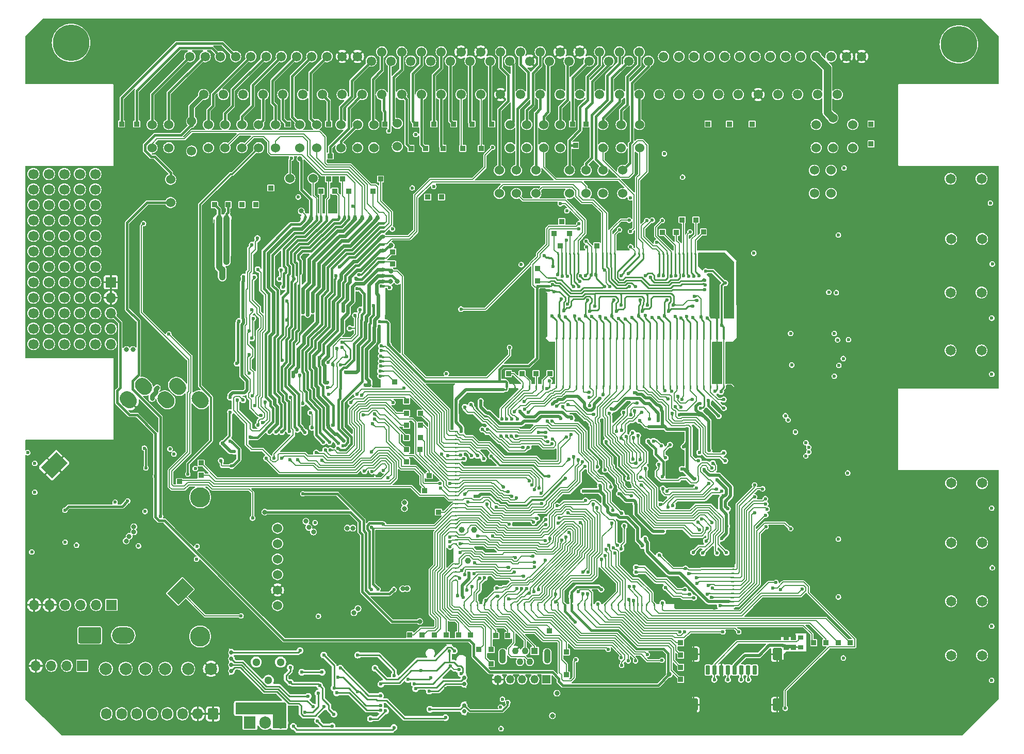
<source format=gbl>
G75*
G70*
%OFA0B0*%
%FSLAX25Y25*%
%IPPOS*%
%LPD*%
%AMOC8*
5,1,8,0,0,1.08239X$1,22.5*
%
%AMM237*
21,1,0.009840,0.009840,-0.000000,-0.000000,270.000000*
21,1,0.000000,0.019680,-0.000000,-0.000000,270.000000*
1,1,0.009840,-0.004920,-0.000000*
1,1,0.009840,-0.004920,-0.000000*
1,1,0.009840,0.004920,-0.000000*
1,1,0.009840,0.004920,-0.000000*
%
%AMM238*
21,1,0.009840,0.009840,-0.000000,-0.000000,180.000000*
21,1,0.000000,0.019680,-0.000000,-0.000000,180.000000*
1,1,0.009840,-0.000000,0.004920*
1,1,0.009840,-0.000000,0.004920*
1,1,0.009840,-0.000000,-0.004920*
1,1,0.009840,-0.000000,-0.004920*
%
%AMM284*
21,1,0.039370,0.007870,-0.000000,-0.000000,315.000000*
1,1,0.007870,-0.013920,0.013920*
1,1,0.007870,0.013920,-0.013920*
%
%AMM362*
21,1,0.007870,1.133860,-0.000000,-0.000000,0.000000*
21,1,0.000000,1.141730,-0.000000,-0.000000,0.000000*
1,1,0.007870,-0.000000,-0.566930*
1,1,0.007870,-0.000000,-0.566930*
1,1,0.007870,-0.000000,0.566930*
1,1,0.007870,-0.000000,0.566930*
%
%AMM363*
21,1,0.009840,0.009840,-0.000000,-0.000000,90.000000*
21,1,0.000000,0.019680,-0.000000,-0.000000,90.000000*
1,1,0.009840,0.004920,-0.000000*
1,1,0.009840,0.004920,-0.000000*
1,1,0.009840,-0.004920,-0.000000*
1,1,0.009840,-0.004920,-0.000000*
%
%AMM373*
21,1,0.078740,0.045670,-0.000000,0.000000,90.000000*
21,1,0.067320,0.057090,-0.000000,0.000000,90.000000*
1,1,0.011420,0.022840,-0.033660*
1,1,0.011420,0.022840,0.033660*
1,1,0.011420,-0.022840,0.033660*
1,1,0.011420,-0.022840,-0.033660*
%
%AMM374*
21,1,0.059060,0.020470,-0.000000,0.000000,90.000000*
21,1,0.053940,0.025590,-0.000000,0.000000,90.000000*
1,1,0.005120,0.010240,-0.026970*
1,1,0.005120,0.010240,0.026970*
1,1,0.005120,-0.010240,0.026970*
1,1,0.005120,-0.010240,-0.026970*
%
%AMM375*
21,1,0.033470,0.026770,-0.000000,0.000000,270.000000*
21,1,0.026770,0.033470,-0.000000,0.000000,270.000000*
1,1,0.006690,-0.013390,0.013390*
1,1,0.006690,-0.013390,-0.013390*
1,1,0.006690,0.013390,-0.013390*
1,1,0.006690,0.013390,0.013390*
%
%AMM376*
21,1,0.027560,0.030710,-0.000000,0.000000,90.000000*
21,1,0.022050,0.036220,-0.000000,0.000000,90.000000*
1,1,0.005510,0.015350,-0.011020*
1,1,0.005510,0.015350,0.011020*
1,1,0.005510,-0.015350,0.011020*
1,1,0.005510,-0.015350,-0.011020*
%
%ADD10C,0.00787*%
%ADD103C,0.03150*%
%ADD104C,0.03200*%
%ADD105C,0.01575*%
%ADD106C,0.01181*%
%ADD107C,0.00984*%
%ADD11C,0.23622*%
%ADD12C,0.06102*%
%ADD120C,0.00800*%
%ADD122C,0.01000*%
%ADD125R,0.00984X0.19882*%
%ADD126R,0.00984X0.38386*%
%ADD127O,1.00787X0.00787*%
%ADD128O,0.00787X1.60630*%
%ADD129O,0.44882X0.04331*%
%ADD13C,0.06000*%
%ADD130O,0.01575X0.02362*%
%ADD131O,0.02362X0.03150*%
%ADD132O,0.02362X0.01575*%
%ADD133O,0.01575X0.00787*%
%ADD134O,0.01969X0.44882*%
%ADD135O,0.68504X0.01575*%
%ADD136O,0.56890X0.01969*%
%ADD137O,0.04724X0.01969*%
%ADD138O,0.01969X0.50000*%
%ADD157C,0.01968*%
%ADD16R,0.06693X0.06693*%
%ADD17O,0.06693X0.06693*%
%ADD19C,0.06496*%
%ADD191R,0.07500X0.07874*%
%ADD192O,0.07500X0.07874*%
%ADD194C,0.03900*%
%ADD208O,0.01968X0.11811*%
%ADD21R,0.03346X0.03346*%
%ADD23R,0.05315X0.05315*%
%ADD24O,0.05315X0.05315*%
%ADD26C,0.06693*%
%ADD28C,0.07874*%
%ADD29C,0.03937*%
%ADD32C,0.05118*%
%ADD333O,0.01968X0.50000*%
%ADD334O,0.56890X0.01968*%
%ADD335O,0.01968X0.44882*%
%ADD336O,0.04724X0.01968*%
%ADD40C,0.02362*%
%ADD47O,0.14567X0.10630*%
%ADD470M237*%
%ADD471M238*%
%ADD48C,0.02756*%
%ADD50R,0.00984X0.12205*%
%ADD51R,0.00984X0.08858*%
%ADD53R,1.54528X0.00984*%
%ADD532M284*%
%ADD55R,0.00984X0.03740*%
%ADD61O,0.01969X0.11811*%
%ADD618M362*%
%ADD619M363*%
%ADD63O,0.06693X0.07283*%
%ADD634M373*%
%ADD635M374*%
%ADD636M375*%
%ADD637M376*%
%ADD67R,0.04331X0.04331*%
%ADD68C,0.04331*%
%ADD69O,0.04331X0.09449*%
%ADD70C,0.13000*%
%ADD80O,0.03937X0.05906*%
%ADD81O,0.03150X0.02362*%
X0000000Y0000000D02*
%LPD*%
G01*
D11*
X0030050Y0448253D03*
X0603711Y0447268D03*
D12*
X0106861Y0439394D03*
X0126546Y0439394D03*
X0146231Y0439394D03*
X0165916Y0439394D03*
X0185601Y0439394D03*
X0205286Y0439394D03*
X0223987Y0436442D03*
X0236782Y0436442D03*
X0249577Y0436442D03*
X0262373Y0436442D03*
X0275168Y0436442D03*
X0287963Y0436442D03*
X0300758Y0436442D03*
X0313554Y0436442D03*
X0326349Y0436442D03*
X0339144Y0436442D03*
X0351940Y0436442D03*
X0364735Y0436442D03*
X0377530Y0436442D03*
X0390325Y0436442D03*
X0403121Y0436442D03*
X0422806Y0439394D03*
X0442491Y0439394D03*
X0462176Y0439394D03*
X0481861Y0439394D03*
X0501546Y0439394D03*
X0521231Y0439394D03*
X0540916Y0439394D03*
X0116703Y0439394D03*
X0136388Y0439394D03*
X0156073Y0439394D03*
X0175758Y0439394D03*
X0195444Y0439394D03*
X0215129Y0439394D03*
X0230877Y0442347D03*
X0243672Y0442347D03*
X0256467Y0442347D03*
X0269262Y0442347D03*
X0282058Y0442347D03*
X0294853Y0442347D03*
X0307648Y0442347D03*
X0320444Y0442347D03*
X0333239Y0442347D03*
X0346034Y0442347D03*
X0358829Y0442347D03*
X0371625Y0442347D03*
X0384420Y0442347D03*
X0397215Y0442347D03*
X0412963Y0439394D03*
X0432648Y0439394D03*
X0452333Y0439394D03*
X0472018Y0439394D03*
X0491703Y0439394D03*
X0511388Y0439394D03*
X0531073Y0439394D03*
X0115719Y0414788D03*
X0128514Y0414788D03*
X0141310Y0414788D03*
X0154105Y0414788D03*
X0166900Y0414788D03*
X0179695Y0414788D03*
X0192491Y0414788D03*
X0205286Y0414788D03*
X0218081Y0414788D03*
X0230877Y0414788D03*
X0243672Y0414788D03*
X0256467Y0414788D03*
X0269262Y0414788D03*
X0282058Y0414788D03*
X0294853Y0414788D03*
X0307648Y0414788D03*
X0320444Y0414788D03*
X0333239Y0414788D03*
X0346034Y0414788D03*
X0358829Y0414788D03*
X0371625Y0414788D03*
X0384420Y0414788D03*
X0397215Y0414788D03*
X0410010Y0414788D03*
X0422806Y0414788D03*
X0435601Y0414788D03*
X0448396Y0414788D03*
X0461192Y0414788D03*
X0473987Y0414788D03*
X0486782Y0414788D03*
X0499577Y0414788D03*
X0512373Y0414788D03*
X0525168Y0414788D03*
D13*
X0082387Y0395385D03*
X0082387Y0380385D03*
X0118804Y0395385D03*
X0118804Y0380385D03*
X0140458Y0395385D03*
X0140458Y0380385D03*
X0177859Y0395385D03*
X0177859Y0380385D03*
X0204434Y0395385D03*
X0204434Y0380385D03*
X0335340Y0395385D03*
X0335340Y0380385D03*
X0346166Y0395385D03*
X0346166Y0380385D03*
X0373725Y0365857D03*
X0373725Y0350857D03*
X0386521Y0365857D03*
X0386521Y0350857D03*
X0511521Y0395385D03*
X0511521Y0380385D03*
X0535143Y0395385D03*
X0535143Y0380385D03*
X0093214Y0395385D03*
X0093214Y0380385D03*
X0129631Y0395385D03*
X0129631Y0380385D03*
X0162111Y0395385D03*
X0162111Y0380385D03*
X0188686Y0395385D03*
X0188686Y0380385D03*
X0225694Y0395385D03*
X0225694Y0380385D03*
X0306796Y0365857D03*
X0306796Y0350857D03*
X0317820Y0365857D03*
X0317820Y0350857D03*
X0324513Y0395385D03*
X0324513Y0380385D03*
X0352072Y0365857D03*
X0352072Y0350857D03*
X0362899Y0365857D03*
X0362899Y0350857D03*
X0522347Y0399696D03*
X0522347Y0380405D03*
X0107977Y0397530D03*
X0107977Y0378239D03*
X0330418Y0365857D03*
X0330418Y0350857D03*
X0373725Y0395385D03*
X0373725Y0380385D03*
X0397347Y0395385D03*
X0397347Y0380385D03*
X0521166Y0365857D03*
X0521166Y0350857D03*
X0510340Y0365857D03*
X0510340Y0350857D03*
X0151284Y0395385D03*
X0151284Y0380385D03*
D16*
X0055741Y0293420D03*
D17*
X0055741Y0283420D03*
X0055741Y0273420D03*
X0055741Y0263420D03*
X0055741Y0253420D03*
D19*
X0618371Y0286704D03*
X0598371Y0286704D03*
D21*
X0331403Y0302255D03*
D23*
X0337308Y0036507D03*
D24*
X0329434Y0036507D03*
X0321560Y0036507D03*
X0313686Y0036507D03*
X0305812Y0036507D03*
D21*
X0369788Y0317019D03*
X0114080Y0176468D03*
X0267426Y0144775D03*
X0517820Y0060326D03*
X0248922Y0065247D03*
X0062702Y0395759D03*
X0239277Y0228830D03*
X0280418Y0065247D03*
X0196560Y0360134D03*
D26*
X0005741Y0303420D03*
X0015741Y0303420D03*
X0025741Y0303420D03*
X0035741Y0303420D03*
X0045741Y0303420D03*
X0005741Y0293420D03*
X0015741Y0293420D03*
X0025741Y0293420D03*
X0035741Y0293420D03*
X0045741Y0293420D03*
X0005741Y0283420D03*
X0015741Y0283420D03*
X0025741Y0283420D03*
X0035741Y0283420D03*
X0045741Y0283420D03*
D21*
X0277269Y0395759D03*
X0264670Y0065247D03*
X0272544Y0065247D03*
X0264473Y0395759D03*
D28*
X0090907Y0043397D03*
D21*
X0304434Y0064853D03*
X0191639Y0352260D03*
X0246757Y0208751D03*
X0294985Y0380011D03*
X0533568Y0060326D03*
X0350103Y0039460D03*
D13*
X0313686Y0395385D03*
X0313686Y0380385D03*
X0240851Y0396182D03*
X0240851Y0381182D03*
G36*
G01*
X0338194Y0288845D02*
X0339178Y0288845D01*
G75*
G02*
X0339670Y0288353I0000000J-000492D01*
G01*
X0339670Y0288353D01*
G75*
G02*
X0339178Y0287860I-000492J0000000D01*
G01*
X0338194Y0287860D01*
G75*
G02*
X0337702Y0288353I0000000J0000492D01*
G01*
X0337702Y0288353D01*
G75*
G02*
X0338194Y0288845I0000492J0000000D01*
G01*
G37*
G36*
G01*
X0338194Y0291443D02*
X0339178Y0291443D01*
G75*
G02*
X0339670Y0290951I0000000J-000492D01*
G01*
X0339670Y0290951D01*
G75*
G02*
X0339178Y0290459I-000492J0000000D01*
G01*
X0338194Y0290459D01*
G75*
G02*
X0337702Y0290951I0000000J0000492D01*
G01*
X0337702Y0290951D01*
G75*
G02*
X0338194Y0291443I0000492J0000000D01*
G01*
G37*
G36*
G01*
X0338194Y0294041D02*
X0339178Y0294041D01*
G75*
G02*
X0339670Y0293549I0000000J-000492D01*
G01*
X0339670Y0293549D01*
G75*
G02*
X0339178Y0293057I-000492J0000000D01*
G01*
X0338194Y0293057D01*
G75*
G02*
X0337702Y0293549I0000000J0000492D01*
G01*
X0337702Y0293549D01*
G75*
G02*
X0338194Y0294041I0000492J0000000D01*
G01*
G37*
G36*
G01*
X0338194Y0296640D02*
X0339178Y0296640D01*
G75*
G02*
X0339670Y0296148I0000000J-000492D01*
G01*
X0339670Y0296148D01*
G75*
G02*
X0339178Y0295656I-000492J0000000D01*
G01*
X0338194Y0295656D01*
G75*
G02*
X0337702Y0296148I0000000J0000492D01*
G01*
X0337702Y0296148D01*
G75*
G02*
X0338194Y0296640I0000492J0000000D01*
G01*
G37*
G36*
G01*
X0338194Y0309632D02*
X0339178Y0309632D01*
G75*
G02*
X0339670Y0309140I0000000J-000492D01*
G01*
X0339670Y0309140D01*
G75*
G02*
X0339178Y0308648I-000492J0000000D01*
G01*
X0338194Y0308648D01*
G75*
G02*
X0337702Y0309140I0000000J0000492D01*
G01*
X0337702Y0309140D01*
G75*
G02*
X0338194Y0309632I0000492J0000000D01*
G01*
G37*
G36*
G01*
X0451462Y0256487D02*
X0451462Y0257471D01*
G75*
G02*
X0451954Y0257964I0000492J0000000D01*
G01*
X0451954Y0257964D01*
G75*
G02*
X0452446Y0257471I0000000J-000492D01*
G01*
X0452446Y0256487D01*
G75*
G02*
X0451954Y0255995I-000492J0000000D01*
G01*
X0451954Y0255995D01*
G75*
G02*
X0451462Y0256487I0000000J0000492D01*
G01*
G37*
G36*
G01*
X0448115Y0257471D02*
X0448115Y0256487D01*
G75*
G02*
X0447623Y0255995I-000492J0000000D01*
G01*
X0447623Y0255995D01*
G75*
G02*
X0447131Y0256487I0000000J0000492D01*
G01*
X0447131Y0257471D01*
G75*
G02*
X0447623Y0257964I0000492J0000000D01*
G01*
X0447623Y0257964D01*
G75*
G02*
X0448115Y0257471I0000000J-000492D01*
G01*
G37*
G36*
G01*
X0443784Y0257471D02*
X0443784Y0256487D01*
G75*
G02*
X0443292Y0255995I-000492J0000000D01*
G01*
X0443292Y0255995D01*
G75*
G02*
X0442800Y0256487I0000000J0000492D01*
G01*
X0442800Y0257471D01*
G75*
G02*
X0443292Y0257964I0000492J0000000D01*
G01*
X0443292Y0257964D01*
G75*
G02*
X0443784Y0257471I0000000J-000492D01*
G01*
G37*
G36*
G01*
X0439454Y0257471D02*
X0439454Y0256487D01*
G75*
G02*
X0438962Y0255995I-000492J0000000D01*
G01*
X0438962Y0255995D01*
G75*
G02*
X0438469Y0256487I0000000J0000492D01*
G01*
X0438469Y0257471D01*
G75*
G02*
X0438962Y0257964I0000492J0000000D01*
G01*
X0438962Y0257964D01*
G75*
G02*
X0439454Y0257471I0000000J-000492D01*
G01*
G37*
G36*
G01*
X0435123Y0257471D02*
X0435123Y0256487D01*
G75*
G02*
X0434631Y0255995I-000492J0000000D01*
G01*
X0434631Y0255995D01*
G75*
G02*
X0434139Y0256487I0000000J0000492D01*
G01*
X0434139Y0257471D01*
G75*
G02*
X0434631Y0257964I0000492J0000000D01*
G01*
X0434631Y0257964D01*
G75*
G02*
X0435123Y0257471I0000000J-000492D01*
G01*
G37*
G36*
G01*
X0430792Y0257471D02*
X0430792Y0256487D01*
G75*
G02*
X0430300Y0255995I-000492J0000000D01*
G01*
X0430300Y0255995D01*
G75*
G02*
X0429808Y0256487I0000000J0000492D01*
G01*
X0429808Y0257471D01*
G75*
G02*
X0430300Y0257964I0000492J0000000D01*
G01*
X0430300Y0257964D01*
G75*
G02*
X0430792Y0257471I0000000J-000492D01*
G01*
G37*
G36*
G01*
X0426462Y0257471D02*
X0426462Y0256487D01*
G75*
G02*
X0425970Y0255995I-000492J0000000D01*
G01*
X0425970Y0255995D01*
G75*
G02*
X0425477Y0256487I0000000J0000492D01*
G01*
X0425477Y0257471D01*
G75*
G02*
X0425970Y0257964I0000492J0000000D01*
G01*
X0425970Y0257964D01*
G75*
G02*
X0426462Y0257471I0000000J-000492D01*
G01*
G37*
G36*
G01*
X0422131Y0257471D02*
X0422131Y0256487D01*
G75*
G02*
X0421639Y0255995I-000492J0000000D01*
G01*
X0421639Y0255995D01*
G75*
G02*
X0421147Y0256487I0000000J0000492D01*
G01*
X0421147Y0257471D01*
G75*
G02*
X0421639Y0257964I0000492J0000000D01*
G01*
X0421639Y0257964D01*
G75*
G02*
X0422131Y0257471I0000000J-000492D01*
G01*
G37*
G36*
G01*
X0417800Y0257471D02*
X0417800Y0256487D01*
G75*
G02*
X0417308Y0255995I-000492J0000000D01*
G01*
X0417308Y0255995D01*
G75*
G02*
X0416816Y0256487I0000000J0000492D01*
G01*
X0416816Y0257471D01*
G75*
G02*
X0417308Y0257964I0000492J0000000D01*
G01*
X0417308Y0257964D01*
G75*
G02*
X0417800Y0257471I0000000J-000492D01*
G01*
G37*
G36*
G01*
X0413470Y0257471D02*
X0413470Y0256487D01*
G75*
G02*
X0412977Y0255995I-000492J0000000D01*
G01*
X0412977Y0255995D01*
G75*
G02*
X0412485Y0256487I0000000J0000492D01*
G01*
X0412485Y0257471D01*
G75*
G02*
X0412977Y0257964I0000492J0000000D01*
G01*
X0412977Y0257964D01*
G75*
G02*
X0413470Y0257471I0000000J-000492D01*
G01*
G37*
G36*
G01*
X0409139Y0257471D02*
X0409139Y0256487D01*
G75*
G02*
X0408647Y0255995I-000492J0000000D01*
G01*
X0408647Y0255995D01*
G75*
G02*
X0408155Y0256487I0000000J0000492D01*
G01*
X0408155Y0257471D01*
G75*
G02*
X0408647Y0257964I0000492J0000000D01*
G01*
X0408647Y0257964D01*
G75*
G02*
X0409139Y0257471I0000000J-000492D01*
G01*
G37*
G36*
G01*
X0404808Y0257471D02*
X0404808Y0256487D01*
G75*
G02*
X0404316Y0255995I-000492J0000000D01*
G01*
X0404316Y0255995D01*
G75*
G02*
X0403824Y0256487I0000000J0000492D01*
G01*
X0403824Y0257471D01*
G75*
G02*
X0404316Y0257964I0000492J0000000D01*
G01*
X0404316Y0257964D01*
G75*
G02*
X0404808Y0257471I0000000J-000492D01*
G01*
G37*
G36*
G01*
X0400477Y0257471D02*
X0400477Y0256487D01*
G75*
G02*
X0399985Y0255995I-000492J0000000D01*
G01*
X0399985Y0255995D01*
G75*
G02*
X0399493Y0256487I0000000J0000492D01*
G01*
X0399493Y0257471D01*
G75*
G02*
X0399985Y0257964I0000492J0000000D01*
G01*
X0399985Y0257964D01*
G75*
G02*
X0400477Y0257471I0000000J-000492D01*
G01*
G37*
G36*
G01*
X0396147Y0257471D02*
X0396147Y0256487D01*
G75*
G02*
X0395655Y0255995I-000492J0000000D01*
G01*
X0395655Y0255995D01*
G75*
G02*
X0395162Y0256487I0000000J0000492D01*
G01*
X0395162Y0257471D01*
G75*
G02*
X0395655Y0257964I0000492J0000000D01*
G01*
X0395655Y0257964D01*
G75*
G02*
X0396147Y0257471I0000000J-000492D01*
G01*
G37*
G36*
G01*
X0391816Y0257471D02*
X0391816Y0256487D01*
G75*
G02*
X0391324Y0255995I-000492J0000000D01*
G01*
X0391324Y0255995D01*
G75*
G02*
X0390832Y0256487I0000000J0000492D01*
G01*
X0390832Y0257471D01*
G75*
G02*
X0391324Y0257964I0000492J0000000D01*
G01*
X0391324Y0257964D01*
G75*
G02*
X0391816Y0257471I0000000J-000492D01*
G01*
G37*
G36*
G01*
X0387485Y0257471D02*
X0387485Y0256487D01*
G75*
G02*
X0386993Y0255995I-000492J0000000D01*
G01*
X0386993Y0255995D01*
G75*
G02*
X0386501Y0256487I0000000J0000492D01*
G01*
X0386501Y0257471D01*
G75*
G02*
X0386993Y0257964I0000492J0000000D01*
G01*
X0386993Y0257964D01*
G75*
G02*
X0387485Y0257471I0000000J-000492D01*
G01*
G37*
G36*
G01*
X0383155Y0257471D02*
X0383155Y0256487D01*
G75*
G02*
X0382663Y0255995I-000492J0000000D01*
G01*
X0382663Y0255995D01*
G75*
G02*
X0382170Y0256487I0000000J0000492D01*
G01*
X0382170Y0257471D01*
G75*
G02*
X0382663Y0257964I0000492J0000000D01*
G01*
X0382663Y0257964D01*
G75*
G02*
X0383155Y0257471I0000000J-000492D01*
G01*
G37*
G36*
G01*
X0378824Y0257471D02*
X0378824Y0256487D01*
G75*
G02*
X0378332Y0255995I-000492J0000000D01*
G01*
X0378332Y0255995D01*
G75*
G02*
X0377840Y0256487I0000000J0000492D01*
G01*
X0377840Y0257471D01*
G75*
G02*
X0378332Y0257964I0000492J0000000D01*
G01*
X0378332Y0257964D01*
G75*
G02*
X0378824Y0257471I0000000J-000492D01*
G01*
G37*
G36*
G01*
X0374493Y0257471D02*
X0374493Y0256487D01*
G75*
G02*
X0374001Y0255995I-000492J0000000D01*
G01*
X0374001Y0255995D01*
G75*
G02*
X0373509Y0256487I0000000J0000492D01*
G01*
X0373509Y0257471D01*
G75*
G02*
X0374001Y0257964I0000492J0000000D01*
G01*
X0374001Y0257964D01*
G75*
G02*
X0374493Y0257471I0000000J-000492D01*
G01*
G37*
G36*
G01*
X0370163Y0257471D02*
X0370163Y0256487D01*
G75*
G02*
X0369670Y0255995I-000492J0000000D01*
G01*
X0369670Y0255995D01*
G75*
G02*
X0369178Y0256487I0000000J0000492D01*
G01*
X0369178Y0257471D01*
G75*
G02*
X0369670Y0257964I0000492J0000000D01*
G01*
X0369670Y0257964D01*
G75*
G02*
X0370163Y0257471I0000000J-000492D01*
G01*
G37*
G36*
G01*
X0365832Y0257471D02*
X0365832Y0256487D01*
G75*
G02*
X0365340Y0255995I-000492J0000000D01*
G01*
X0365340Y0255995D01*
G75*
G02*
X0364848Y0256487I0000000J0000492D01*
G01*
X0364848Y0257471D01*
G75*
G02*
X0365340Y0257964I0000492J0000000D01*
G01*
X0365340Y0257964D01*
G75*
G02*
X0365832Y0257471I0000000J-000492D01*
G01*
G37*
G36*
G01*
X0361501Y0257471D02*
X0361501Y0256487D01*
G75*
G02*
X0361009Y0255995I-000492J0000000D01*
G01*
X0361009Y0255995D01*
G75*
G02*
X0360517Y0256487I0000000J0000492D01*
G01*
X0360517Y0257471D01*
G75*
G02*
X0361009Y0257964I0000492J0000000D01*
G01*
X0361009Y0257964D01*
G75*
G02*
X0361501Y0257471I0000000J-000492D01*
G01*
G37*
G36*
G01*
X0357170Y0257471D02*
X0357170Y0256487D01*
G75*
G02*
X0356678Y0255995I-000492J0000000D01*
G01*
X0356678Y0255995D01*
G75*
G02*
X0356186Y0256487I0000000J0000492D01*
G01*
X0356186Y0257471D01*
G75*
G02*
X0356678Y0257964I0000492J0000000D01*
G01*
X0356678Y0257964D01*
G75*
G02*
X0357170Y0257471I0000000J-000492D01*
G01*
G37*
G36*
G01*
X0352840Y0257471D02*
X0352840Y0256487D01*
G75*
G02*
X0352348Y0255995I-000492J0000000D01*
G01*
X0352348Y0255995D01*
G75*
G02*
X0351855Y0256487I0000000J0000492D01*
G01*
X0351855Y0257471D01*
G75*
G02*
X0352348Y0257964I0000492J0000000D01*
G01*
X0352348Y0257964D01*
G75*
G02*
X0352840Y0257471I0000000J-000492D01*
G01*
G37*
G36*
G01*
X0348509Y0257471D02*
X0348509Y0256487D01*
G75*
G02*
X0348017Y0255995I-000492J0000000D01*
G01*
X0348017Y0255995D01*
G75*
G02*
X0347525Y0256487I0000000J0000492D01*
G01*
X0347525Y0257471D01*
G75*
G02*
X0348017Y0257964I0000492J0000000D01*
G01*
X0348017Y0257964D01*
G75*
G02*
X0348509Y0257471I0000000J-000492D01*
G01*
G37*
G36*
G01*
X0344178Y0257471D02*
X0344178Y0256487D01*
G75*
G02*
X0343686Y0255995I-000492J0000000D01*
G01*
X0343686Y0255995D01*
G75*
G02*
X0343194Y0256487I0000000J0000492D01*
G01*
X0343194Y0257471D01*
G75*
G02*
X0343686Y0257964I0000492J0000000D01*
G01*
X0343686Y0257964D01*
G75*
G02*
X0344178Y0257471I0000000J-000492D01*
G01*
G37*
G36*
G01*
X0345166Y0312440D02*
X0345166Y0311456D01*
G75*
G02*
X0344674Y0310964I-000492J0000000D01*
G01*
X0344674Y0310964D01*
G75*
G02*
X0344182Y0311456I0000000J0000492D01*
G01*
X0344182Y0312440D01*
G75*
G02*
X0344674Y0312932I0000492J0000000D01*
G01*
X0344674Y0312932D01*
G75*
G02*
X0345166Y0312440I0000000J-000492D01*
G01*
G37*
G36*
G01*
X0347765Y0312440D02*
X0347765Y0311456D01*
G75*
G02*
X0347273Y0310964I-000492J0000000D01*
G01*
X0347273Y0310964D01*
G75*
G02*
X0346780Y0311456I0000000J0000492D01*
G01*
X0346780Y0312440D01*
G75*
G02*
X0347273Y0312932I0000492J0000000D01*
G01*
X0347273Y0312932D01*
G75*
G02*
X0347765Y0312440I0000000J-000492D01*
G01*
G37*
G36*
G01*
X0350363Y0312440D02*
X0350363Y0311456D01*
G75*
G02*
X0349871Y0310964I-000492J0000000D01*
G01*
X0349871Y0310964D01*
G75*
G02*
X0349379Y0311456I0000000J0000492D01*
G01*
X0349379Y0312440D01*
G75*
G02*
X0349871Y0312932I0000492J0000000D01*
G01*
X0349871Y0312932D01*
G75*
G02*
X0350363Y0312440I0000000J-000492D01*
G01*
G37*
G36*
G01*
X0352962Y0312440D02*
X0352962Y0311456D01*
G75*
G02*
X0352469Y0310964I-000492J0000000D01*
G01*
X0352469Y0310964D01*
G75*
G02*
X0351977Y0311456I0000000J0000492D01*
G01*
X0351977Y0312440D01*
G75*
G02*
X0352469Y0312932I0000492J0000000D01*
G01*
X0352469Y0312932D01*
G75*
G02*
X0352962Y0312440I0000000J-000492D01*
G01*
G37*
G36*
G01*
X0355560Y0312440D02*
X0355560Y0311456D01*
G75*
G02*
X0355068Y0310964I-000492J0000000D01*
G01*
X0355068Y0310964D01*
G75*
G02*
X0354576Y0311456I0000000J0000492D01*
G01*
X0354576Y0312440D01*
G75*
G02*
X0355068Y0312932I0000492J0000000D01*
G01*
X0355068Y0312932D01*
G75*
G02*
X0355560Y0312440I0000000J-000492D01*
G01*
G37*
G36*
G01*
X0358158Y0312440D02*
X0358158Y0311456D01*
G75*
G02*
X0357666Y0310964I-000492J0000000D01*
G01*
X0357666Y0310964D01*
G75*
G02*
X0357174Y0311456I0000000J0000492D01*
G01*
X0357174Y0312440D01*
G75*
G02*
X0357666Y0312932I0000492J0000000D01*
G01*
X0357666Y0312932D01*
G75*
G02*
X0358158Y0312440I0000000J-000492D01*
G01*
G37*
G36*
G01*
X0364462Y0312440D02*
X0364462Y0311456D01*
G75*
G02*
X0363969Y0310964I-000492J0000000D01*
G01*
X0363969Y0310964D01*
G75*
G02*
X0363477Y0311456I0000000J0000492D01*
G01*
X0363477Y0312440D01*
G75*
G02*
X0363969Y0312932I0000492J0000000D01*
G01*
X0363969Y0312932D01*
G75*
G02*
X0364462Y0312440I0000000J-000492D01*
G01*
G37*
G36*
G01*
X0367060Y0312440D02*
X0367060Y0311456D01*
G75*
G02*
X0366568Y0310964I-000492J0000000D01*
G01*
X0366568Y0310964D01*
G75*
G02*
X0366076Y0311456I0000000J0000492D01*
G01*
X0366076Y0312440D01*
G75*
G02*
X0366568Y0312932I0000492J0000000D01*
G01*
X0366568Y0312932D01*
G75*
G02*
X0367060Y0312440I0000000J-000492D01*
G01*
G37*
G36*
G01*
X0369658Y0312440D02*
X0369658Y0311456D01*
G75*
G02*
X0369166Y0310964I-000492J0000000D01*
G01*
X0369166Y0310964D01*
G75*
G02*
X0368674Y0311456I0000000J0000492D01*
G01*
X0368674Y0312440D01*
G75*
G02*
X0369166Y0312932I0000492J0000000D01*
G01*
X0369166Y0312932D01*
G75*
G02*
X0369658Y0312440I0000000J-000492D01*
G01*
G37*
G36*
G01*
X0374071Y0312440D02*
X0374071Y0311456D01*
G75*
G02*
X0373579Y0310964I-000492J0000000D01*
G01*
X0373579Y0310964D01*
G75*
G02*
X0373087Y0311456I0000000J0000492D01*
G01*
X0373087Y0312440D01*
G75*
G02*
X0373579Y0312932I0000492J0000000D01*
G01*
X0373579Y0312932D01*
G75*
G02*
X0374071Y0312440I0000000J-000492D01*
G01*
G37*
G36*
G01*
X0376670Y0312440D02*
X0376670Y0311456D01*
G75*
G02*
X0376178Y0310964I-000492J0000000D01*
G01*
X0376178Y0310964D01*
G75*
G02*
X0375686Y0311456I0000000J0000492D01*
G01*
X0375686Y0312440D01*
G75*
G02*
X0376178Y0312932I0000492J0000000D01*
G01*
X0376178Y0312932D01*
G75*
G02*
X0376670Y0312440I0000000J-000492D01*
G01*
G37*
G36*
G01*
X0379268Y0312440D02*
X0379268Y0311456D01*
G75*
G02*
X0378776Y0310964I-000492J0000000D01*
G01*
X0378776Y0310964D01*
G75*
G02*
X0378284Y0311456I0000000J0000492D01*
G01*
X0378284Y0312440D01*
G75*
G02*
X0378776Y0312932I0000492J0000000D01*
G01*
X0378776Y0312932D01*
G75*
G02*
X0379268Y0312440I0000000J-000492D01*
G01*
G37*
G36*
G01*
X0381867Y0312440D02*
X0381867Y0311456D01*
G75*
G02*
X0381375Y0310964I-000492J0000000D01*
G01*
X0381375Y0310964D01*
G75*
G02*
X0380882Y0311456I0000000J0000492D01*
G01*
X0380882Y0312440D01*
G75*
G02*
X0381375Y0312932I0000492J0000000D01*
G01*
X0381375Y0312932D01*
G75*
G02*
X0381867Y0312440I0000000J-000492D01*
G01*
G37*
G36*
G01*
X0394962Y0312440D02*
X0394962Y0311456D01*
G75*
G02*
X0394469Y0310964I-000492J0000000D01*
G01*
X0394469Y0310964D01*
G75*
G02*
X0393977Y0311456I0000000J0000492D01*
G01*
X0393977Y0312440D01*
G75*
G02*
X0394469Y0312932I0000492J0000000D01*
G01*
X0394469Y0312932D01*
G75*
G02*
X0394962Y0312440I0000000J-000492D01*
G01*
G37*
G36*
G01*
X0397560Y0312440D02*
X0397560Y0311456D01*
G75*
G02*
X0397068Y0310964I-000492J0000000D01*
G01*
X0397068Y0310964D01*
G75*
G02*
X0396576Y0311456I0000000J0000492D01*
G01*
X0396576Y0312440D01*
G75*
G02*
X0397068Y0312932I0000492J0000000D01*
G01*
X0397068Y0312932D01*
G75*
G02*
X0397560Y0312440I0000000J-000492D01*
G01*
G37*
G36*
G01*
X0400158Y0312440D02*
X0400158Y0311456D01*
G75*
G02*
X0399666Y0310964I-000492J0000000D01*
G01*
X0399666Y0310964D01*
G75*
G02*
X0399174Y0311456I0000000J0000492D01*
G01*
X0399174Y0312440D01*
G75*
G02*
X0399666Y0312932I0000492J0000000D01*
G01*
X0399666Y0312932D01*
G75*
G02*
X0400158Y0312440I0000000J-000492D01*
G01*
G37*
G36*
G01*
X0410576Y0312440D02*
X0410576Y0311456D01*
G75*
G02*
X0410084Y0310964I-000492J0000000D01*
G01*
X0410084Y0310964D01*
G75*
G02*
X0409592Y0311456I0000000J0000492D01*
G01*
X0409592Y0312440D01*
G75*
G02*
X0410084Y0312932I0000492J0000000D01*
G01*
X0410084Y0312932D01*
G75*
G02*
X0410576Y0312440I0000000J-000492D01*
G01*
G37*
G36*
G01*
X0413174Y0312440D02*
X0413174Y0311456D01*
G75*
G02*
X0412682Y0310964I-000492J0000000D01*
G01*
X0412682Y0310964D01*
G75*
G02*
X0412190Y0311456I0000000J0000492D01*
G01*
X0412190Y0312440D01*
G75*
G02*
X0412682Y0312932I0000492J0000000D01*
G01*
X0412682Y0312932D01*
G75*
G02*
X0413174Y0312440I0000000J-000492D01*
G01*
G37*
G36*
G01*
X0415773Y0312440D02*
X0415773Y0311456D01*
G75*
G02*
X0415280Y0310964I-000492J0000000D01*
G01*
X0415280Y0310964D01*
G75*
G02*
X0414788Y0311456I0000000J0000492D01*
G01*
X0414788Y0312440D01*
G75*
G02*
X0415280Y0312932I0000492J0000000D01*
G01*
X0415280Y0312932D01*
G75*
G02*
X0415773Y0312440I0000000J-000492D01*
G01*
G37*
G36*
G01*
X0418371Y0312440D02*
X0418371Y0311456D01*
G75*
G02*
X0417879Y0310964I-000492J0000000D01*
G01*
X0417879Y0310964D01*
G75*
G02*
X0417387Y0311456I0000000J0000492D01*
G01*
X0417387Y0312440D01*
G75*
G02*
X0417879Y0312932I0000492J0000000D01*
G01*
X0417879Y0312932D01*
G75*
G02*
X0418371Y0312440I0000000J-000492D01*
G01*
G37*
G36*
G01*
X0420969Y0312440D02*
X0420969Y0311456D01*
G75*
G02*
X0420477Y0310964I-000492J0000000D01*
G01*
X0420477Y0310964D01*
G75*
G02*
X0419985Y0311456I0000000J0000492D01*
G01*
X0419985Y0312440D01*
G75*
G02*
X0420477Y0312932I0000492J0000000D01*
G01*
X0420477Y0312932D01*
G75*
G02*
X0420969Y0312440I0000000J-000492D01*
G01*
G37*
G36*
G01*
X0423568Y0312440D02*
X0423568Y0311456D01*
G75*
G02*
X0423076Y0310964I-000492J0000000D01*
G01*
X0423076Y0310964D01*
G75*
G02*
X0422584Y0311456I0000000J0000492D01*
G01*
X0422584Y0312440D01*
G75*
G02*
X0423076Y0312932I0000492J0000000D01*
G01*
X0423076Y0312932D01*
G75*
G02*
X0423568Y0312440I0000000J-000492D01*
G01*
G37*
G36*
G01*
X0426166Y0312440D02*
X0426166Y0311456D01*
G75*
G02*
X0425674Y0310964I-000492J0000000D01*
G01*
X0425674Y0310964D01*
G75*
G02*
X0425182Y0311456I0000000J0000492D01*
G01*
X0425182Y0312440D01*
G75*
G02*
X0425674Y0312932I0000492J0000000D01*
G01*
X0425674Y0312932D01*
G75*
G02*
X0426166Y0312440I0000000J-000492D01*
G01*
G37*
G36*
G01*
X0428765Y0312440D02*
X0428765Y0311456D01*
G75*
G02*
X0428273Y0310964I-000492J0000000D01*
G01*
X0428273Y0310964D01*
G75*
G02*
X0427781Y0311456I0000000J0000492D01*
G01*
X0427781Y0312440D01*
G75*
G02*
X0428273Y0312932I0000492J0000000D01*
G01*
X0428273Y0312932D01*
G75*
G02*
X0428765Y0312440I0000000J-000492D01*
G01*
G37*
G36*
G01*
X0431363Y0312440D02*
X0431363Y0311456D01*
G75*
G02*
X0430871Y0310964I-000492J0000000D01*
G01*
X0430871Y0310964D01*
G75*
G02*
X0430379Y0311456I0000000J0000492D01*
G01*
X0430379Y0312440D01*
G75*
G02*
X0430871Y0312932I0000492J0000000D01*
G01*
X0430871Y0312932D01*
G75*
G02*
X0431363Y0312440I0000000J-000492D01*
G01*
G37*
G36*
G01*
X0433962Y0312440D02*
X0433962Y0311456D01*
G75*
G02*
X0433470Y0310964I-000492J0000000D01*
G01*
X0433470Y0310964D01*
G75*
G02*
X0432977Y0311456I0000000J0000492D01*
G01*
X0432977Y0312440D01*
G75*
G02*
X0433470Y0312932I0000492J0000000D01*
G01*
X0433470Y0312932D01*
G75*
G02*
X0433962Y0312440I0000000J-000492D01*
G01*
G37*
D21*
X0301481Y0055798D03*
D19*
X0618765Y0321349D03*
X0598765Y0321349D03*
D21*
X0255812Y0193003D03*
D19*
X0618765Y0163475D03*
X0598765Y0163475D03*
D21*
X0256796Y0065247D03*
X0232977Y0395759D03*
X0312308Y0064853D03*
X0455418Y0395759D03*
X0339473Y0234342D03*
X0352072Y0324893D03*
X0339080Y0068003D03*
X0331403Y0294381D03*
X0149316Y0343593D03*
X0421166Y0325680D03*
D13*
X0215261Y0395385D03*
X0215261Y0380385D03*
D21*
X0196560Y0395759D03*
X0255812Y0200877D03*
X0289080Y0395759D03*
X0301875Y0395759D03*
D32*
X0252662Y0103436D03*
X0252662Y0115247D03*
X0252662Y0127058D03*
X0232977Y0103436D03*
X0232977Y0115247D03*
X0232977Y0127058D03*
X0213292Y0103436D03*
X0213292Y0115247D03*
X0213292Y0127058D03*
D40*
X0308814Y0023685D03*
X0312259Y0021618D03*
X0307633Y0018666D03*
X0307928Y0004689D03*
D19*
X0618371Y0249302D03*
X0598371Y0249302D03*
D13*
X0385536Y0395385D03*
X0385536Y0380385D03*
D28*
X0065317Y0043397D03*
D21*
X0342229Y0324893D03*
D19*
X0618765Y0087097D03*
X0598765Y0087097D03*
X0618765Y0124893D03*
X0598765Y0124893D03*
D26*
X0005741Y0333420D03*
X0015741Y0333420D03*
X0025741Y0333420D03*
X0035741Y0333420D03*
X0045741Y0333420D03*
X0005741Y0323420D03*
X0015741Y0323420D03*
X0025741Y0323420D03*
X0035741Y0323420D03*
X0045741Y0323420D03*
X0005741Y0313420D03*
X0015741Y0313420D03*
X0025741Y0313420D03*
X0035741Y0313420D03*
X0045741Y0313420D03*
D28*
X0105671Y0043397D03*
G36*
G01*
X0278147Y0101271D02*
X0279131Y0101271D01*
G75*
G02*
X0279623Y0100779I0000000J-000492D01*
G01*
X0279623Y0100779D01*
G75*
G02*
X0279131Y0100286I-000492J0000000D01*
G01*
X0278147Y0100286D01*
G75*
G02*
X0277655Y0100779I0000000J0000492D01*
G01*
X0277655Y0100779D01*
G75*
G02*
X0278147Y0101271I0000492J0000000D01*
G01*
G37*
G36*
G01*
X0279131Y0102885D02*
X0278147Y0102885D01*
G75*
G02*
X0277655Y0103377I0000000J0000492D01*
G01*
X0277655Y0103377D01*
G75*
G02*
X0278147Y0103869I0000492J0000000D01*
G01*
X0279131Y0103869D01*
G75*
G02*
X0279623Y0103377I0000000J-000492D01*
G01*
X0279623Y0103377D01*
G75*
G02*
X0279131Y0102885I-000492J0000000D01*
G01*
G37*
G36*
G01*
X0279131Y0105483D02*
X0278147Y0105483D01*
G75*
G02*
X0277655Y0105975I0000000J0000492D01*
G01*
X0277655Y0105975D01*
G75*
G02*
X0278147Y0106468I0000492J0000000D01*
G01*
X0279131Y0106468D01*
G75*
G02*
X0279623Y0105975I0000000J-000492D01*
G01*
X0279623Y0105975D01*
G75*
G02*
X0279131Y0105483I-000492J0000000D01*
G01*
G37*
G36*
G01*
X0279131Y0108082D02*
X0278147Y0108082D01*
G75*
G02*
X0277655Y0108574I0000000J0000492D01*
G01*
X0277655Y0108574D01*
G75*
G02*
X0278147Y0109066I0000492J0000000D01*
G01*
X0279131Y0109066D01*
G75*
G02*
X0279623Y0108574I0000000J-000492D01*
G01*
X0279623Y0108574D01*
G75*
G02*
X0279131Y0108082I-000492J0000000D01*
G01*
G37*
G36*
G01*
X0279131Y0110680D02*
X0278147Y0110680D01*
G75*
G02*
X0277655Y0111172I0000000J0000492D01*
G01*
X0277655Y0111172D01*
G75*
G02*
X0278147Y0111664I0000492J0000000D01*
G01*
X0279131Y0111664D01*
G75*
G02*
X0279623Y0111172I0000000J-000492D01*
G01*
X0279623Y0111172D01*
G75*
G02*
X0279131Y0110680I-000492J0000000D01*
G01*
G37*
G36*
G01*
X0279131Y0123672D02*
X0278147Y0123672D01*
G75*
G02*
X0277655Y0124164I0000000J0000492D01*
G01*
X0277655Y0124164D01*
G75*
G02*
X0278147Y0124656I0000492J0000000D01*
G01*
X0279131Y0124656D01*
G75*
G02*
X0279623Y0124164I0000000J-000492D01*
G01*
X0279623Y0124164D01*
G75*
G02*
X0279131Y0123672I-000492J0000000D01*
G01*
G37*
G36*
G01*
X0279131Y0126271D02*
X0278147Y0126271D01*
G75*
G02*
X0277655Y0126763I0000000J0000492D01*
G01*
X0277655Y0126763D01*
G75*
G02*
X0278147Y0127255I0000492J0000000D01*
G01*
X0279131Y0127255D01*
G75*
G02*
X0279623Y0126763I0000000J-000492D01*
G01*
X0279623Y0126763D01*
G75*
G02*
X0279131Y0126271I-000492J0000000D01*
G01*
G37*
G36*
G01*
X0279131Y0128869D02*
X0278147Y0128869D01*
G75*
G02*
X0277655Y0129361I0000000J0000492D01*
G01*
X0277655Y0129361D01*
G75*
G02*
X0278147Y0129853I0000492J0000000D01*
G01*
X0279131Y0129853D01*
G75*
G02*
X0279623Y0129361I0000000J-000492D01*
G01*
X0279623Y0129361D01*
G75*
G02*
X0279131Y0128869I-000492J0000000D01*
G01*
G37*
G36*
G01*
X0279131Y0131468D02*
X0278147Y0131468D01*
G75*
G02*
X0277655Y0131960I0000000J0000492D01*
G01*
X0277655Y0131960D01*
G75*
G02*
X0278147Y0132452I0000492J0000000D01*
G01*
X0279131Y0132452D01*
G75*
G02*
X0279623Y0131960I0000000J-000492D01*
G01*
X0279623Y0131960D01*
G75*
G02*
X0279131Y0131468I-000492J0000000D01*
G01*
G37*
G36*
G01*
X0279131Y0134066D02*
X0278147Y0134066D01*
G75*
G02*
X0277655Y0134558I0000000J0000492D01*
G01*
X0277655Y0134558D01*
G75*
G02*
X0278147Y0135050I0000492J0000000D01*
G01*
X0279131Y0135050D01*
G75*
G02*
X0279623Y0134558I0000000J-000492D01*
G01*
X0279623Y0134558D01*
G75*
G02*
X0279131Y0134066I-000492J0000000D01*
G01*
G37*
G36*
G01*
X0279131Y0136664D02*
X0278147Y0136664D01*
G75*
G02*
X0277655Y0137156I0000000J0000492D01*
G01*
X0277655Y0137156D01*
G75*
G02*
X0278147Y0137649I0000492J0000000D01*
G01*
X0279131Y0137649D01*
G75*
G02*
X0279623Y0137156I0000000J-000492D01*
G01*
X0279623Y0137156D01*
G75*
G02*
X0279131Y0136664I-000492J0000000D01*
G01*
G37*
G36*
G01*
X0279131Y0139263D02*
X0278147Y0139263D01*
G75*
G02*
X0277655Y0139755I0000000J0000492D01*
G01*
X0277655Y0139755D01*
G75*
G02*
X0278147Y0140247I0000492J0000000D01*
G01*
X0279131Y0140247D01*
G75*
G02*
X0279623Y0139755I0000000J-000492D01*
G01*
X0279623Y0139755D01*
G75*
G02*
X0279131Y0139263I-000492J0000000D01*
G01*
G37*
G36*
G01*
X0279131Y0141861D02*
X0278147Y0141861D01*
G75*
G02*
X0277655Y0142353I0000000J0000492D01*
G01*
X0277655Y0142353D01*
G75*
G02*
X0278147Y0142845I0000492J0000000D01*
G01*
X0279131Y0142845D01*
G75*
G02*
X0279623Y0142353I0000000J-000492D01*
G01*
X0279623Y0142353D01*
G75*
G02*
X0279131Y0141861I-000492J0000000D01*
G01*
G37*
G36*
G01*
X0279131Y0144460D02*
X0278147Y0144460D01*
G75*
G02*
X0277655Y0144952I0000000J0000492D01*
G01*
X0277655Y0144952D01*
G75*
G02*
X0278147Y0145444I0000492J0000000D01*
G01*
X0279131Y0145444D01*
G75*
G02*
X0279623Y0144952I0000000J-000492D01*
G01*
X0279623Y0144952D01*
G75*
G02*
X0279131Y0144460I-000492J0000000D01*
G01*
G37*
G36*
G01*
X0279131Y0147058D02*
X0278147Y0147058D01*
G75*
G02*
X0277655Y0147550I0000000J0000492D01*
G01*
X0277655Y0147550D01*
G75*
G02*
X0278147Y0148042I0000492J0000000D01*
G01*
X0279131Y0148042D01*
G75*
G02*
X0279623Y0147550I0000000J-000492D01*
G01*
X0279623Y0147550D01*
G75*
G02*
X0279131Y0147058I-000492J0000000D01*
G01*
G37*
G36*
G01*
X0279131Y0149657D02*
X0278147Y0149657D01*
G75*
G02*
X0277655Y0150149I0000000J0000492D01*
G01*
X0277655Y0150149D01*
G75*
G02*
X0278147Y0150641I0000492J0000000D01*
G01*
X0279131Y0150641D01*
G75*
G02*
X0279623Y0150149I0000000J-000492D01*
G01*
X0279623Y0150149D01*
G75*
G02*
X0279131Y0149657I-000492J0000000D01*
G01*
G37*
G36*
G01*
X0279131Y0152255D02*
X0278147Y0152255D01*
G75*
G02*
X0277655Y0152747I0000000J0000492D01*
G01*
X0277655Y0152747D01*
G75*
G02*
X0278147Y0153239I0000492J0000000D01*
G01*
X0279131Y0153239D01*
G75*
G02*
X0279623Y0152747I0000000J-000492D01*
G01*
X0279623Y0152747D01*
G75*
G02*
X0279131Y0152255I-000492J0000000D01*
G01*
G37*
G36*
G01*
X0279131Y0154853D02*
X0278147Y0154853D01*
G75*
G02*
X0277655Y0155345I0000000J0000492D01*
G01*
X0277655Y0155345D01*
G75*
G02*
X0278147Y0155838I0000492J0000000D01*
G01*
X0279131Y0155838D01*
G75*
G02*
X0279623Y0155345I0000000J-000492D01*
G01*
X0279623Y0155345D01*
G75*
G02*
X0279131Y0154853I-000492J0000000D01*
G01*
G37*
G36*
G01*
X0279131Y0157452D02*
X0278147Y0157452D01*
G75*
G02*
X0277655Y0157944I0000000J0000492D01*
G01*
X0277655Y0157944D01*
G75*
G02*
X0278147Y0158436I0000492J0000000D01*
G01*
X0279131Y0158436D01*
G75*
G02*
X0279623Y0157944I0000000J-000492D01*
G01*
X0279623Y0157944D01*
G75*
G02*
X0279131Y0157452I-000492J0000000D01*
G01*
G37*
G36*
G01*
X0279131Y0160050D02*
X0278147Y0160050D01*
G75*
G02*
X0277655Y0160542I0000000J0000492D01*
G01*
X0277655Y0160542D01*
G75*
G02*
X0278147Y0161034I0000492J0000000D01*
G01*
X0279131Y0161034D01*
G75*
G02*
X0279623Y0160542I0000000J-000492D01*
G01*
X0279623Y0160542D01*
G75*
G02*
X0279131Y0160050I-000492J0000000D01*
G01*
G37*
G36*
G01*
X0279131Y0162649D02*
X0278147Y0162649D01*
G75*
G02*
X0277655Y0163141I0000000J0000492D01*
G01*
X0277655Y0163141D01*
G75*
G02*
X0278147Y0163633I0000492J0000000D01*
G01*
X0279131Y0163633D01*
G75*
G02*
X0279623Y0163141I0000000J-000492D01*
G01*
X0279623Y0163141D01*
G75*
G02*
X0279131Y0162649I-000492J0000000D01*
G01*
G37*
G36*
G01*
X0279131Y0165247D02*
X0278147Y0165247D01*
G75*
G02*
X0277655Y0165739I0000000J0000492D01*
G01*
X0277655Y0165739D01*
G75*
G02*
X0278147Y0166231I0000492J0000000D01*
G01*
X0279131Y0166231D01*
G75*
G02*
X0279623Y0165739I0000000J-000492D01*
G01*
X0279623Y0165739D01*
G75*
G02*
X0279131Y0165247I-000492J0000000D01*
G01*
G37*
G36*
G01*
X0279131Y0167845D02*
X0278147Y0167845D01*
G75*
G02*
X0277655Y0168338I0000000J0000492D01*
G01*
X0277655Y0168338D01*
G75*
G02*
X0278147Y0168830I0000492J0000000D01*
G01*
X0279131Y0168830D01*
G75*
G02*
X0279623Y0168338I0000000J-000492D01*
G01*
X0279623Y0168338D01*
G75*
G02*
X0279131Y0167845I-000492J0000000D01*
G01*
G37*
G36*
G01*
X0279131Y0170444D02*
X0278147Y0170444D01*
G75*
G02*
X0277655Y0170936I0000000J0000492D01*
G01*
X0277655Y0170936D01*
G75*
G02*
X0278147Y0171428I0000492J0000000D01*
G01*
X0279131Y0171428D01*
G75*
G02*
X0279623Y0170936I0000000J-000492D01*
G01*
X0279623Y0170936D01*
G75*
G02*
X0279131Y0170444I-000492J0000000D01*
G01*
G37*
G36*
G01*
X0279131Y0173042D02*
X0278147Y0173042D01*
G75*
G02*
X0277655Y0173534I0000000J0000492D01*
G01*
X0277655Y0173534D01*
G75*
G02*
X0278147Y0174027I0000492J0000000D01*
G01*
X0279131Y0174027D01*
G75*
G02*
X0279623Y0173534I0000000J-000492D01*
G01*
X0279623Y0173534D01*
G75*
G02*
X0279131Y0173042I-000492J0000000D01*
G01*
G37*
G36*
G01*
X0279131Y0175641D02*
X0278147Y0175641D01*
G75*
G02*
X0277655Y0176133I0000000J0000492D01*
G01*
X0277655Y0176133D01*
G75*
G02*
X0278147Y0176625I0000492J0000000D01*
G01*
X0279131Y0176625D01*
G75*
G02*
X0279623Y0176133I0000000J-000492D01*
G01*
X0279623Y0176133D01*
G75*
G02*
X0279131Y0175641I-000492J0000000D01*
G01*
G37*
G36*
G01*
X0279131Y0178239D02*
X0278147Y0178239D01*
G75*
G02*
X0277655Y0178731I0000000J0000492D01*
G01*
X0277655Y0178731D01*
G75*
G02*
X0278147Y0179223I0000492J0000000D01*
G01*
X0279131Y0179223D01*
G75*
G02*
X0279623Y0178731I0000000J-000492D01*
G01*
X0279623Y0178731D01*
G75*
G02*
X0279131Y0178239I-000492J0000000D01*
G01*
G37*
G36*
G01*
X0279131Y0180838D02*
X0278147Y0180838D01*
G75*
G02*
X0277655Y0181330I0000000J0000492D01*
G01*
X0277655Y0181330D01*
G75*
G02*
X0278147Y0181822I0000492J0000000D01*
G01*
X0279131Y0181822D01*
G75*
G02*
X0279623Y0181330I0000000J-000492D01*
G01*
X0279623Y0181330D01*
G75*
G02*
X0279131Y0180838I-000492J0000000D01*
G01*
G37*
G36*
G01*
X0279131Y0183436D02*
X0278147Y0183436D01*
G75*
G02*
X0277655Y0183928I0000000J0000492D01*
G01*
X0277655Y0183928D01*
G75*
G02*
X0278147Y0184420I0000492J0000000D01*
G01*
X0279131Y0184420D01*
G75*
G02*
X0279623Y0183928I0000000J-000492D01*
G01*
X0279623Y0183928D01*
G75*
G02*
X0279131Y0183436I-000492J0000000D01*
G01*
G37*
G36*
G01*
X0279131Y0186034D02*
X0278147Y0186034D01*
G75*
G02*
X0277655Y0186527I0000000J0000492D01*
G01*
X0277655Y0186527D01*
G75*
G02*
X0278147Y0187019I0000492J0000000D01*
G01*
X0279131Y0187019D01*
G75*
G02*
X0279623Y0186527I0000000J-000492D01*
G01*
X0279623Y0186527D01*
G75*
G02*
X0279131Y0186034I-000492J0000000D01*
G01*
G37*
G36*
G01*
X0279131Y0188633D02*
X0278147Y0188633D01*
G75*
G02*
X0277655Y0189125I0000000J0000492D01*
G01*
X0277655Y0189125D01*
G75*
G02*
X0278147Y0189617I0000492J0000000D01*
G01*
X0279131Y0189617D01*
G75*
G02*
X0279623Y0189125I0000000J-000492D01*
G01*
X0279623Y0189125D01*
G75*
G02*
X0279131Y0188633I-000492J0000000D01*
G01*
G37*
G36*
G01*
X0279131Y0191231D02*
X0278147Y0191231D01*
G75*
G02*
X0277655Y0191723I0000000J0000492D01*
G01*
X0277655Y0191723D01*
G75*
G02*
X0278147Y0192216I0000492J0000000D01*
G01*
X0279131Y0192216D01*
G75*
G02*
X0279623Y0191723I0000000J-000492D01*
G01*
X0279623Y0191723D01*
G75*
G02*
X0279131Y0191231I-000492J0000000D01*
G01*
G37*
G36*
G01*
X0279131Y0193830D02*
X0278147Y0193830D01*
G75*
G02*
X0277655Y0194322I0000000J0000492D01*
G01*
X0277655Y0194322D01*
G75*
G02*
X0278147Y0194814I0000492J0000000D01*
G01*
X0279131Y0194814D01*
G75*
G02*
X0279623Y0194322I0000000J-000492D01*
G01*
X0279623Y0194322D01*
G75*
G02*
X0279131Y0193830I-000492J0000000D01*
G01*
G37*
G36*
G01*
X0279131Y0196428D02*
X0278147Y0196428D01*
G75*
G02*
X0277655Y0196920I0000000J0000492D01*
G01*
X0277655Y0196920D01*
G75*
G02*
X0278147Y0197412I0000492J0000000D01*
G01*
X0279131Y0197412D01*
G75*
G02*
X0279623Y0196920I0000000J-000492D01*
G01*
X0279623Y0196920D01*
G75*
G02*
X0279131Y0196428I-000492J0000000D01*
G01*
G37*
G36*
G01*
X0411796Y0084038D02*
X0411796Y0085023D01*
G75*
G02*
X0412288Y0085515I0000492J0000000D01*
G01*
X0412288Y0085515D01*
G75*
G02*
X0412781Y0085023I0000000J-000492D01*
G01*
X0412781Y0084038D01*
G75*
G02*
X0412288Y0083546I-000492J0000000D01*
G01*
X0412288Y0083546D01*
G75*
G02*
X0411796Y0084038I0000000J0000492D01*
G01*
G37*
G36*
G01*
X0407584Y0085023D02*
X0407584Y0084038D01*
G75*
G02*
X0407092Y0083546I-000492J0000000D01*
G01*
X0407092Y0083546D01*
G75*
G02*
X0406599Y0084038I0000000J0000492D01*
G01*
X0406599Y0085023D01*
G75*
G02*
X0407092Y0085515I0000492J0000000D01*
G01*
X0407092Y0085515D01*
G75*
G02*
X0407584Y0085023I0000000J-000492D01*
G01*
G37*
G36*
G01*
X0402387Y0085023D02*
X0402387Y0084038D01*
G75*
G02*
X0401895Y0083546I-000492J0000000D01*
G01*
X0401895Y0083546D01*
G75*
G02*
X0401403Y0084038I0000000J0000492D01*
G01*
X0401403Y0085023D01*
G75*
G02*
X0401895Y0085515I0000492J0000000D01*
G01*
X0401895Y0085515D01*
G75*
G02*
X0402387Y0085023I0000000J-000492D01*
G01*
G37*
G36*
G01*
X0399395Y0085023D02*
X0399395Y0084038D01*
G75*
G02*
X0398903Y0083546I-000492J0000000D01*
G01*
X0398903Y0083546D01*
G75*
G02*
X0398410Y0084038I0000000J0000492D01*
G01*
X0398410Y0085023D01*
G75*
G02*
X0398903Y0085515I0000492J0000000D01*
G01*
X0398903Y0085515D01*
G75*
G02*
X0399395Y0085023I0000000J-000492D01*
G01*
G37*
G36*
G01*
X0396777Y0085023D02*
X0396777Y0084038D01*
G75*
G02*
X0396284Y0083546I-000492J0000000D01*
G01*
X0396284Y0083546D01*
G75*
G02*
X0395792Y0084038I0000000J0000492D01*
G01*
X0395792Y0085023D01*
G75*
G02*
X0396284Y0085515I0000492J0000000D01*
G01*
X0396284Y0085515D01*
G75*
G02*
X0396777Y0085023I0000000J-000492D01*
G01*
G37*
G36*
G01*
X0394158Y0085023D02*
X0394158Y0084038D01*
G75*
G02*
X0393666Y0083546I-000492J0000000D01*
G01*
X0393666Y0083546D01*
G75*
G02*
X0393174Y0084038I0000000J0000492D01*
G01*
X0393174Y0085023D01*
G75*
G02*
X0393666Y0085515I0000492J0000000D01*
G01*
X0393666Y0085515D01*
G75*
G02*
X0394158Y0085023I0000000J-000492D01*
G01*
G37*
G36*
G01*
X0391540Y0085023D02*
X0391540Y0084038D01*
G75*
G02*
X0391048Y0083546I-000492J0000000D01*
G01*
X0391048Y0083546D01*
G75*
G02*
X0390556Y0084038I0000000J0000492D01*
G01*
X0390556Y0085023D01*
G75*
G02*
X0391048Y0085515I0000492J0000000D01*
G01*
X0391048Y0085515D01*
G75*
G02*
X0391540Y0085023I0000000J-000492D01*
G01*
G37*
G36*
G01*
X0388489Y0085023D02*
X0388489Y0084038D01*
G75*
G02*
X0387997Y0083546I-000492J0000000D01*
G01*
X0387997Y0083546D01*
G75*
G02*
X0387505Y0084038I0000000J0000492D01*
G01*
X0387505Y0085023D01*
G75*
G02*
X0387997Y0085515I0000492J0000000D01*
G01*
X0387997Y0085515D01*
G75*
G02*
X0388489Y0085023I0000000J-000492D01*
G01*
G37*
G36*
G01*
X0384158Y0085023D02*
X0384158Y0084038D01*
G75*
G02*
X0383666Y0083546I-000492J0000000D01*
G01*
X0383666Y0083546D01*
G75*
G02*
X0383174Y0084038I0000000J0000492D01*
G01*
X0383174Y0085023D01*
G75*
G02*
X0383666Y0085515I0000492J0000000D01*
G01*
X0383666Y0085515D01*
G75*
G02*
X0384158Y0085023I0000000J-000492D01*
G01*
G37*
G36*
G01*
X0379828Y0085023D02*
X0379828Y0084038D01*
G75*
G02*
X0379336Y0083546I-000492J0000000D01*
G01*
X0379336Y0083546D01*
G75*
G02*
X0378844Y0084038I0000000J0000492D01*
G01*
X0378844Y0085023D01*
G75*
G02*
X0379336Y0085515I0000492J0000000D01*
G01*
X0379336Y0085515D01*
G75*
G02*
X0379828Y0085023I0000000J-000492D01*
G01*
G37*
G36*
G01*
X0375497Y0085023D02*
X0375497Y0084038D01*
G75*
G02*
X0375005Y0083546I-000492J0000000D01*
G01*
X0375005Y0083546D01*
G75*
G02*
X0374513Y0084038I0000000J0000492D01*
G01*
X0374513Y0085023D01*
G75*
G02*
X0375005Y0085515I0000492J0000000D01*
G01*
X0375005Y0085515D01*
G75*
G02*
X0375497Y0085023I0000000J-000492D01*
G01*
G37*
G36*
G01*
X0371166Y0085023D02*
X0371166Y0084038D01*
G75*
G02*
X0370674Y0083546I-000492J0000000D01*
G01*
X0370674Y0083546D01*
G75*
G02*
X0370182Y0084038I0000000J0000492D01*
G01*
X0370182Y0085023D01*
G75*
G02*
X0370674Y0085515I0000492J0000000D01*
G01*
X0370674Y0085515D01*
G75*
G02*
X0371166Y0085023I0000000J-000492D01*
G01*
G37*
G36*
G01*
X0366836Y0085023D02*
X0366836Y0084038D01*
G75*
G02*
X0366344Y0083546I-000492J0000000D01*
G01*
X0366344Y0083546D01*
G75*
G02*
X0365851Y0084038I0000000J0000492D01*
G01*
X0365851Y0085023D01*
G75*
G02*
X0366344Y0085515I0000492J0000000D01*
G01*
X0366344Y0085515D01*
G75*
G02*
X0366836Y0085023I0000000J-000492D01*
G01*
G37*
G36*
G01*
X0362505Y0085023D02*
X0362505Y0084038D01*
G75*
G02*
X0362013Y0083546I-000492J0000000D01*
G01*
X0362013Y0083546D01*
G75*
G02*
X0361521Y0084038I0000000J0000492D01*
G01*
X0361521Y0085023D01*
G75*
G02*
X0362013Y0085515I0000492J0000000D01*
G01*
X0362013Y0085515D01*
G75*
G02*
X0362505Y0085023I0000000J-000492D01*
G01*
G37*
G36*
G01*
X0358174Y0085023D02*
X0358174Y0084038D01*
G75*
G02*
X0357682Y0083546I-000492J0000000D01*
G01*
X0357682Y0083546D01*
G75*
G02*
X0357190Y0084038I0000000J0000492D01*
G01*
X0357190Y0085023D01*
G75*
G02*
X0357682Y0085515I0000492J0000000D01*
G01*
X0357682Y0085515D01*
G75*
G02*
X0358174Y0085023I0000000J-000492D01*
G01*
G37*
G36*
G01*
X0353844Y0085023D02*
X0353844Y0084038D01*
G75*
G02*
X0353351Y0083546I-000492J0000000D01*
G01*
X0353351Y0083546D01*
G75*
G02*
X0352859Y0084038I0000000J0000492D01*
G01*
X0352859Y0085023D01*
G75*
G02*
X0353351Y0085515I0000492J0000000D01*
G01*
X0353351Y0085515D01*
G75*
G02*
X0353844Y0085023I0000000J-000492D01*
G01*
G37*
G36*
G01*
X0349513Y0085023D02*
X0349513Y0084038D01*
G75*
G02*
X0349021Y0083546I-000492J0000000D01*
G01*
X0349021Y0083546D01*
G75*
G02*
X0348529Y0084038I0000000J0000492D01*
G01*
X0348529Y0085023D01*
G75*
G02*
X0349021Y0085515I0000492J0000000D01*
G01*
X0349021Y0085515D01*
G75*
G02*
X0349513Y0085023I0000000J-000492D01*
G01*
G37*
G36*
G01*
X0345182Y0085023D02*
X0345182Y0084038D01*
G75*
G02*
X0344690Y0083546I-000492J0000000D01*
G01*
X0344690Y0083546D01*
G75*
G02*
X0344198Y0084038I0000000J0000492D01*
G01*
X0344198Y0085023D01*
G75*
G02*
X0344690Y0085515I0000492J0000000D01*
G01*
X0344690Y0085515D01*
G75*
G02*
X0345182Y0085023I0000000J-000492D01*
G01*
G37*
G36*
G01*
X0340851Y0085023D02*
X0340851Y0084038D01*
G75*
G02*
X0340359Y0083546I-000492J0000000D01*
G01*
X0340359Y0083546D01*
G75*
G02*
X0339867Y0084038I0000000J0000492D01*
G01*
X0339867Y0085023D01*
G75*
G02*
X0340359Y0085515I0000492J0000000D01*
G01*
X0340359Y0085515D01*
G75*
G02*
X0340851Y0085023I0000000J-000492D01*
G01*
G37*
G36*
G01*
X0336521Y0085023D02*
X0336521Y0084038D01*
G75*
G02*
X0336029Y0083546I-000492J0000000D01*
G01*
X0336029Y0083546D01*
G75*
G02*
X0335537Y0084038I0000000J0000492D01*
G01*
X0335537Y0085023D01*
G75*
G02*
X0336029Y0085515I0000492J0000000D01*
G01*
X0336029Y0085515D01*
G75*
G02*
X0336521Y0085023I0000000J-000492D01*
G01*
G37*
G36*
G01*
X0332190Y0085023D02*
X0332190Y0084038D01*
G75*
G02*
X0331698Y0083546I-000492J0000000D01*
G01*
X0331698Y0083546D01*
G75*
G02*
X0331206Y0084038I0000000J0000492D01*
G01*
X0331206Y0085023D01*
G75*
G02*
X0331698Y0085515I0000492J0000000D01*
G01*
X0331698Y0085515D01*
G75*
G02*
X0332190Y0085023I0000000J-000492D01*
G01*
G37*
G36*
G01*
X0327859Y0085023D02*
X0327859Y0084038D01*
G75*
G02*
X0327367Y0083546I-000492J0000000D01*
G01*
X0327367Y0083546D01*
G75*
G02*
X0326875Y0084038I0000000J0000492D01*
G01*
X0326875Y0085023D01*
G75*
G02*
X0327367Y0085515I0000492J0000000D01*
G01*
X0327367Y0085515D01*
G75*
G02*
X0327859Y0085023I0000000J-000492D01*
G01*
G37*
G36*
G01*
X0323529Y0085023D02*
X0323529Y0084038D01*
G75*
G02*
X0323037Y0083546I-000492J0000000D01*
G01*
X0323037Y0083546D01*
G75*
G02*
X0322544Y0084038I0000000J0000492D01*
G01*
X0322544Y0085023D01*
G75*
G02*
X0323037Y0085515I0000492J0000000D01*
G01*
X0323037Y0085515D01*
G75*
G02*
X0323529Y0085023I0000000J-000492D01*
G01*
G37*
G36*
G01*
X0319198Y0085023D02*
X0319198Y0084038D01*
G75*
G02*
X0318706Y0083546I-000492J0000000D01*
G01*
X0318706Y0083546D01*
G75*
G02*
X0318214Y0084038I0000000J0000492D01*
G01*
X0318214Y0085023D01*
G75*
G02*
X0318706Y0085515I0000492J0000000D01*
G01*
X0318706Y0085515D01*
G75*
G02*
X0319198Y0085023I0000000J-000492D01*
G01*
G37*
G36*
G01*
X0314867Y0085023D02*
X0314867Y0084038D01*
G75*
G02*
X0314375Y0083546I-000492J0000000D01*
G01*
X0314375Y0083546D01*
G75*
G02*
X0313883Y0084038I0000000J0000492D01*
G01*
X0313883Y0085023D01*
G75*
G02*
X0314375Y0085515I0000492J0000000D01*
G01*
X0314375Y0085515D01*
G75*
G02*
X0314867Y0085023I0000000J-000492D01*
G01*
G37*
G36*
G01*
X0310537Y0085023D02*
X0310537Y0084038D01*
G75*
G02*
X0310044Y0083546I-000492J0000000D01*
G01*
X0310044Y0083546D01*
G75*
G02*
X0309552Y0084038I0000000J0000492D01*
G01*
X0309552Y0085023D01*
G75*
G02*
X0310044Y0085515I0000492J0000000D01*
G01*
X0310044Y0085515D01*
G75*
G02*
X0310537Y0085023I0000000J-000492D01*
G01*
G37*
G36*
G01*
X0306206Y0085023D02*
X0306206Y0084038D01*
G75*
G02*
X0305714Y0083546I-000492J0000000D01*
G01*
X0305714Y0083546D01*
G75*
G02*
X0305222Y0084038I0000000J0000492D01*
G01*
X0305222Y0085023D01*
G75*
G02*
X0305714Y0085515I0000492J0000000D01*
G01*
X0305714Y0085515D01*
G75*
G02*
X0306206Y0085023I0000000J-000492D01*
G01*
G37*
G36*
G01*
X0301875Y0085023D02*
X0301875Y0084038D01*
G75*
G02*
X0301383Y0083546I-000492J0000000D01*
G01*
X0301383Y0083546D01*
G75*
G02*
X0300891Y0084038I0000000J0000492D01*
G01*
X0300891Y0085023D01*
G75*
G02*
X0301383Y0085515I0000492J0000000D01*
G01*
X0301383Y0085515D01*
G75*
G02*
X0301875Y0085023I0000000J-000492D01*
G01*
G37*
G36*
G01*
X0297544Y0085023D02*
X0297544Y0084038D01*
G75*
G02*
X0297052Y0083546I-000492J0000000D01*
G01*
X0297052Y0083546D01*
G75*
G02*
X0296560Y0084038I0000000J0000492D01*
G01*
X0296560Y0085023D01*
G75*
G02*
X0297052Y0085515I0000492J0000000D01*
G01*
X0297052Y0085515D01*
G75*
G02*
X0297544Y0085023I0000000J-000492D01*
G01*
G37*
G36*
G01*
X0293214Y0085023D02*
X0293214Y0084038D01*
G75*
G02*
X0292722Y0083546I-000492J0000000D01*
G01*
X0292722Y0083546D01*
G75*
G02*
X0292230Y0084038I0000000J0000492D01*
G01*
X0292230Y0085023D01*
G75*
G02*
X0292722Y0085515I0000492J0000000D01*
G01*
X0292722Y0085515D01*
G75*
G02*
X0293214Y0085023I0000000J-000492D01*
G01*
G37*
G36*
G01*
X0288883Y0085023D02*
X0288883Y0084038D01*
G75*
G02*
X0288391Y0083546I-000492J0000000D01*
G01*
X0288391Y0083546D01*
G75*
G02*
X0287899Y0084038I0000000J0000492D01*
G01*
X0287899Y0085023D01*
G75*
G02*
X0288391Y0085515I0000492J0000000D01*
G01*
X0288391Y0085515D01*
G75*
G02*
X0288883Y0085023I0000000J-000492D01*
G01*
G37*
G36*
G01*
X0284552Y0085023D02*
X0284552Y0084038D01*
G75*
G02*
X0284060Y0083546I-000492J0000000D01*
G01*
X0284060Y0083546D01*
G75*
G02*
X0283568Y0084038I0000000J0000492D01*
G01*
X0283568Y0085023D01*
G75*
G02*
X0284060Y0085515I0000492J0000000D01*
G01*
X0284060Y0085515D01*
G75*
G02*
X0284552Y0085023I0000000J-000492D01*
G01*
G37*
G36*
G01*
X0312111Y0226475D02*
X0312111Y0225491D01*
G75*
G02*
X0311619Y0224999I-000492J0000000D01*
G01*
X0311619Y0224999D01*
G75*
G02*
X0311127Y0225491I0000000J0000492D01*
G01*
X0311127Y0226475D01*
G75*
G02*
X0311619Y0226968I0000492J0000000D01*
G01*
X0311619Y0226968D01*
G75*
G02*
X0312111Y0226475I0000000J-000492D01*
G01*
G37*
G36*
G01*
X0458017Y0111349D02*
X0458017Y0224735D01*
G75*
G02*
X0458410Y0225129I0000394J0000000D01*
G01*
X0458410Y0225129D01*
G75*
G02*
X0458804Y0224735I0000000J-000394D01*
G01*
X0458804Y0111349D01*
G75*
G02*
X0458410Y0110956I-000394J0000000D01*
G01*
X0458410Y0110956D01*
G75*
G02*
X0458017Y0111349I0000000J0000394D01*
G01*
G37*
G36*
G01*
X0316324Y0225491D02*
X0316324Y0226475D01*
G75*
G02*
X0316816Y0226968I0000492J0000000D01*
G01*
X0316816Y0226968D01*
G75*
G02*
X0317308Y0226475I0000000J-000492D01*
G01*
X0317308Y0225491D01*
G75*
G02*
X0316816Y0224999I-000492J0000000D01*
G01*
X0316816Y0224999D01*
G75*
G02*
X0316324Y0225491I0000000J0000492D01*
G01*
G37*
G36*
G01*
X0321521Y0225491D02*
X0321521Y0226475D01*
G75*
G02*
X0322013Y0226968I0000492J0000000D01*
G01*
X0322013Y0226968D01*
G75*
G02*
X0322505Y0226475I0000000J-000492D01*
G01*
X0322505Y0225491D01*
G75*
G02*
X0322013Y0224999I-000492J0000000D01*
G01*
X0322013Y0224999D01*
G75*
G02*
X0321521Y0225491I0000000J0000492D01*
G01*
G37*
G36*
G01*
X0325851Y0225491D02*
X0325851Y0226475D01*
G75*
G02*
X0326344Y0226968I0000492J0000000D01*
G01*
X0326344Y0226968D01*
G75*
G02*
X0326836Y0226475I0000000J-000492D01*
G01*
X0326836Y0225491D01*
G75*
G02*
X0326344Y0224999I-000492J0000000D01*
G01*
X0326344Y0224999D01*
G75*
G02*
X0325851Y0225491I0000000J0000492D01*
G01*
G37*
G36*
G01*
X0330182Y0225491D02*
X0330182Y0226475D01*
G75*
G02*
X0330674Y0226968I0000492J0000000D01*
G01*
X0330674Y0226968D01*
G75*
G02*
X0331166Y0226475I0000000J-000492D01*
G01*
X0331166Y0225491D01*
G75*
G02*
X0330674Y0224999I-000492J0000000D01*
G01*
X0330674Y0224999D01*
G75*
G02*
X0330182Y0225491I0000000J0000492D01*
G01*
G37*
G36*
G01*
X0334513Y0225491D02*
X0334513Y0226475D01*
G75*
G02*
X0335005Y0226968I0000492J0000000D01*
G01*
X0335005Y0226968D01*
G75*
G02*
X0335497Y0226475I0000000J-000492D01*
G01*
X0335497Y0225491D01*
G75*
G02*
X0335005Y0224999I-000492J0000000D01*
G01*
X0335005Y0224999D01*
G75*
G02*
X0334513Y0225491I0000000J0000492D01*
G01*
G37*
G36*
G01*
X0338843Y0225491D02*
X0338843Y0226475D01*
G75*
G02*
X0339336Y0226968I0000492J0000000D01*
G01*
X0339336Y0226968D01*
G75*
G02*
X0339828Y0226475I0000000J-000492D01*
G01*
X0339828Y0225491D01*
G75*
G02*
X0339336Y0224999I-000492J0000000D01*
G01*
X0339336Y0224999D01*
G75*
G02*
X0338843Y0225491I0000000J0000492D01*
G01*
G37*
G36*
G01*
X0343174Y0225491D02*
X0343174Y0226475D01*
G75*
G02*
X0343666Y0226968I0000492J0000000D01*
G01*
X0343666Y0226968D01*
G75*
G02*
X0344158Y0226475I0000000J-000492D01*
G01*
X0344158Y0225491D01*
G75*
G02*
X0343666Y0224999I-000492J0000000D01*
G01*
X0343666Y0224999D01*
G75*
G02*
X0343174Y0225491I0000000J0000492D01*
G01*
G37*
G36*
G01*
X0347505Y0225491D02*
X0347505Y0226475D01*
G75*
G02*
X0347997Y0226968I0000492J0000000D01*
G01*
X0347997Y0226968D01*
G75*
G02*
X0348489Y0226475I0000000J-000492D01*
G01*
X0348489Y0225491D01*
G75*
G02*
X0347997Y0224999I-000492J0000000D01*
G01*
X0347997Y0224999D01*
G75*
G02*
X0347505Y0225491I0000000J0000492D01*
G01*
G37*
G36*
G01*
X0351836Y0225491D02*
X0351836Y0226475D01*
G75*
G02*
X0352328Y0226968I0000492J0000000D01*
G01*
X0352328Y0226968D01*
G75*
G02*
X0352820Y0226475I0000000J-000492D01*
G01*
X0352820Y0225491D01*
G75*
G02*
X0352328Y0224999I-000492J0000000D01*
G01*
X0352328Y0224999D01*
G75*
G02*
X0351836Y0225491I0000000J0000492D01*
G01*
G37*
G36*
G01*
X0356166Y0225491D02*
X0356166Y0226475D01*
G75*
G02*
X0356658Y0226968I0000492J0000000D01*
G01*
X0356658Y0226968D01*
G75*
G02*
X0357151Y0226475I0000000J-000492D01*
G01*
X0357151Y0225491D01*
G75*
G02*
X0356658Y0224999I-000492J0000000D01*
G01*
X0356658Y0224999D01*
G75*
G02*
X0356166Y0225491I0000000J0000492D01*
G01*
G37*
G36*
G01*
X0360497Y0225491D02*
X0360497Y0226475D01*
G75*
G02*
X0360989Y0226968I0000492J0000000D01*
G01*
X0360989Y0226968D01*
G75*
G02*
X0361481Y0226475I0000000J-000492D01*
G01*
X0361481Y0225491D01*
G75*
G02*
X0360989Y0224999I-000492J0000000D01*
G01*
X0360989Y0224999D01*
G75*
G02*
X0360497Y0225491I0000000J0000492D01*
G01*
G37*
G36*
G01*
X0364828Y0225491D02*
X0364828Y0226475D01*
G75*
G02*
X0365320Y0226968I0000492J0000000D01*
G01*
X0365320Y0226968D01*
G75*
G02*
X0365812Y0226475I0000000J-000492D01*
G01*
X0365812Y0225491D01*
G75*
G02*
X0365320Y0224999I-000492J0000000D01*
G01*
X0365320Y0224999D01*
G75*
G02*
X0364828Y0225491I0000000J0000492D01*
G01*
G37*
G36*
G01*
X0369158Y0225491D02*
X0369158Y0226475D01*
G75*
G02*
X0369651Y0226968I0000492J0000000D01*
G01*
X0369651Y0226968D01*
G75*
G02*
X0370143Y0226475I0000000J-000492D01*
G01*
X0370143Y0225491D01*
G75*
G02*
X0369651Y0224999I-000492J0000000D01*
G01*
X0369651Y0224999D01*
G75*
G02*
X0369158Y0225491I0000000J0000492D01*
G01*
G37*
G36*
G01*
X0373489Y0225491D02*
X0373489Y0226475D01*
G75*
G02*
X0373981Y0226968I0000492J0000000D01*
G01*
X0373981Y0226968D01*
G75*
G02*
X0374473Y0226475I0000000J-000492D01*
G01*
X0374473Y0225491D01*
G75*
G02*
X0373981Y0224999I-000492J0000000D01*
G01*
X0373981Y0224999D01*
G75*
G02*
X0373489Y0225491I0000000J0000492D01*
G01*
G37*
G36*
G01*
X0377820Y0225491D02*
X0377820Y0226475D01*
G75*
G02*
X0378312Y0226968I0000492J0000000D01*
G01*
X0378312Y0226968D01*
G75*
G02*
X0378804Y0226475I0000000J-000492D01*
G01*
X0378804Y0225491D01*
G75*
G02*
X0378312Y0224999I-000492J0000000D01*
G01*
X0378312Y0224999D01*
G75*
G02*
X0377820Y0225491I0000000J0000492D01*
G01*
G37*
G36*
G01*
X0382150Y0225491D02*
X0382150Y0226475D01*
G75*
G02*
X0382643Y0226968I0000492J0000000D01*
G01*
X0382643Y0226968D01*
G75*
G02*
X0383135Y0226475I0000000J-000492D01*
G01*
X0383135Y0225491D01*
G75*
G02*
X0382643Y0224999I-000492J0000000D01*
G01*
X0382643Y0224999D01*
G75*
G02*
X0382150Y0225491I0000000J0000492D01*
G01*
G37*
G36*
G01*
X0386481Y0225491D02*
X0386481Y0226475D01*
G75*
G02*
X0386973Y0226968I0000492J0000000D01*
G01*
X0386973Y0226968D01*
G75*
G02*
X0387465Y0226475I0000000J-000492D01*
G01*
X0387465Y0225491D01*
G75*
G02*
X0386973Y0224999I-000492J0000000D01*
G01*
X0386973Y0224999D01*
G75*
G02*
X0386481Y0225491I0000000J0000492D01*
G01*
G37*
G36*
G01*
X0390812Y0225491D02*
X0390812Y0226475D01*
G75*
G02*
X0391304Y0226968I0000492J0000000D01*
G01*
X0391304Y0226968D01*
G75*
G02*
X0391796Y0226475I0000000J-000492D01*
G01*
X0391796Y0225491D01*
G75*
G02*
X0391304Y0224999I-000492J0000000D01*
G01*
X0391304Y0224999D01*
G75*
G02*
X0390812Y0225491I0000000J0000492D01*
G01*
G37*
G36*
G01*
X0395143Y0225491D02*
X0395143Y0226475D01*
G75*
G02*
X0395635Y0226968I0000492J0000000D01*
G01*
X0395635Y0226968D01*
G75*
G02*
X0396127Y0226475I0000000J-000492D01*
G01*
X0396127Y0225491D01*
G75*
G02*
X0395635Y0224999I-000492J0000000D01*
G01*
X0395635Y0224999D01*
G75*
G02*
X0395143Y0225491I0000000J0000492D01*
G01*
G37*
G36*
G01*
X0399473Y0225491D02*
X0399473Y0226475D01*
G75*
G02*
X0399965Y0226968I0000492J0000000D01*
G01*
X0399965Y0226968D01*
G75*
G02*
X0400458Y0226475I0000000J-000492D01*
G01*
X0400458Y0225491D01*
G75*
G02*
X0399965Y0224999I-000492J0000000D01*
G01*
X0399965Y0224999D01*
G75*
G02*
X0399473Y0225491I0000000J0000492D01*
G01*
G37*
G36*
G01*
X0403804Y0225491D02*
X0403804Y0226475D01*
G75*
G02*
X0404296Y0226968I0000492J0000000D01*
G01*
X0404296Y0226968D01*
G75*
G02*
X0404788Y0226475I0000000J-000492D01*
G01*
X0404788Y0225491D01*
G75*
G02*
X0404296Y0224999I-000492J0000000D01*
G01*
X0404296Y0224999D01*
G75*
G02*
X0403804Y0225491I0000000J0000492D01*
G01*
G37*
G36*
G01*
X0408135Y0225491D02*
X0408135Y0226475D01*
G75*
G02*
X0408627Y0226968I0000492J0000000D01*
G01*
X0408627Y0226968D01*
G75*
G02*
X0409119Y0226475I0000000J-000492D01*
G01*
X0409119Y0225491D01*
G75*
G02*
X0408627Y0224999I-000492J0000000D01*
G01*
X0408627Y0224999D01*
G75*
G02*
X0408135Y0225491I0000000J0000492D01*
G01*
G37*
G36*
G01*
X0412465Y0225491D02*
X0412465Y0226475D01*
G75*
G02*
X0412958Y0226968I0000492J0000000D01*
G01*
X0412958Y0226968D01*
G75*
G02*
X0413450Y0226475I0000000J-000492D01*
G01*
X0413450Y0225491D01*
G75*
G02*
X0412958Y0224999I-000492J0000000D01*
G01*
X0412958Y0224999D01*
G75*
G02*
X0412465Y0225491I0000000J0000492D01*
G01*
G37*
G36*
G01*
X0416796Y0225491D02*
X0416796Y0226475D01*
G75*
G02*
X0417288Y0226968I0000492J0000000D01*
G01*
X0417288Y0226968D01*
G75*
G02*
X0417780Y0226475I0000000J-000492D01*
G01*
X0417780Y0225491D01*
G75*
G02*
X0417288Y0224999I-000492J0000000D01*
G01*
X0417288Y0224999D01*
G75*
G02*
X0416796Y0225491I0000000J0000492D01*
G01*
G37*
G36*
G01*
X0421127Y0225491D02*
X0421127Y0226475D01*
G75*
G02*
X0421619Y0226968I0000492J0000000D01*
G01*
X0421619Y0226968D01*
G75*
G02*
X0422111Y0226475I0000000J-000492D01*
G01*
X0422111Y0225491D01*
G75*
G02*
X0421619Y0224999I-000492J0000000D01*
G01*
X0421619Y0224999D01*
G75*
G02*
X0421127Y0225491I0000000J0000492D01*
G01*
G37*
G36*
G01*
X0425457Y0225491D02*
X0425457Y0226475D01*
G75*
G02*
X0425950Y0226968I0000492J0000000D01*
G01*
X0425950Y0226968D01*
G75*
G02*
X0426442Y0226475I0000000J-000492D01*
G01*
X0426442Y0225491D01*
G75*
G02*
X0425950Y0224999I-000492J0000000D01*
G01*
X0425950Y0224999D01*
G75*
G02*
X0425457Y0225491I0000000J0000492D01*
G01*
G37*
G36*
G01*
X0429788Y0225491D02*
X0429788Y0226475D01*
G75*
G02*
X0430280Y0226968I0000492J0000000D01*
G01*
X0430280Y0226968D01*
G75*
G02*
X0430772Y0226475I0000000J-000492D01*
G01*
X0430772Y0225491D01*
G75*
G02*
X0430280Y0224999I-000492J0000000D01*
G01*
X0430280Y0224999D01*
G75*
G02*
X0429788Y0225491I0000000J0000492D01*
G01*
G37*
G36*
G01*
X0434119Y0225491D02*
X0434119Y0226475D01*
G75*
G02*
X0434611Y0226968I0000492J0000000D01*
G01*
X0434611Y0226968D01*
G75*
G02*
X0435103Y0226475I0000000J-000492D01*
G01*
X0435103Y0225491D01*
G75*
G02*
X0434611Y0224999I-000492J0000000D01*
G01*
X0434611Y0224999D01*
G75*
G02*
X0434119Y0225491I0000000J0000492D01*
G01*
G37*
G36*
G01*
X0438450Y0225491D02*
X0438450Y0226475D01*
G75*
G02*
X0438942Y0226968I0000492J0000000D01*
G01*
X0438942Y0226968D01*
G75*
G02*
X0439434Y0226475I0000000J-000492D01*
G01*
X0439434Y0225491D01*
G75*
G02*
X0438942Y0224999I-000492J0000000D01*
G01*
X0438942Y0224999D01*
G75*
G02*
X0438450Y0225491I0000000J0000492D01*
G01*
G37*
G36*
G01*
X0442780Y0225491D02*
X0442780Y0226475D01*
G75*
G02*
X0443272Y0226968I0000492J0000000D01*
G01*
X0443272Y0226968D01*
G75*
G02*
X0443765Y0226475I0000000J-000492D01*
G01*
X0443765Y0225491D01*
G75*
G02*
X0443272Y0224999I-000492J0000000D01*
G01*
X0443272Y0224999D01*
G75*
G02*
X0442780Y0225491I0000000J0000492D01*
G01*
G37*
G36*
G01*
X0447111Y0225491D02*
X0447111Y0226475D01*
G75*
G02*
X0447603Y0226968I0000492J0000000D01*
G01*
X0447603Y0226968D01*
G75*
G02*
X0448095Y0226475I0000000J-000492D01*
G01*
X0448095Y0225491D01*
G75*
G02*
X0447603Y0224999I-000492J0000000D01*
G01*
X0447603Y0224999D01*
G75*
G02*
X0447111Y0225491I0000000J0000492D01*
G01*
G37*
G36*
G01*
X0451442Y0225491D02*
X0451442Y0226475D01*
G75*
G02*
X0451934Y0226968I0000492J0000000D01*
G01*
X0451934Y0226968D01*
G75*
G02*
X0452426Y0226475I0000000J-000492D01*
G01*
X0452426Y0225491D01*
G75*
G02*
X0451934Y0224999I-000492J0000000D01*
G01*
X0451934Y0224999D01*
G75*
G02*
X0451442Y0225491I0000000J0000492D01*
G01*
G37*
G36*
G01*
X0457387Y0108141D02*
X0458371Y0108141D01*
G75*
G02*
X0458863Y0107649I0000000J-000492D01*
G01*
X0458863Y0107649D01*
G75*
G02*
X0458371Y0107156I-000492J0000000D01*
G01*
X0457387Y0107156D01*
G75*
G02*
X0456895Y0107649I0000000J0000492D01*
G01*
X0456895Y0107649D01*
G75*
G02*
X0457387Y0108141I0000492J0000000D01*
G01*
G37*
G36*
G01*
X0457387Y0105542D02*
X0458371Y0105542D01*
G75*
G02*
X0458863Y0105050I0000000J-000492D01*
G01*
X0458863Y0105050D01*
G75*
G02*
X0458371Y0104558I-000492J0000000D01*
G01*
X0457387Y0104558D01*
G75*
G02*
X0456895Y0105050I0000000J0000492D01*
G01*
X0456895Y0105050D01*
G75*
G02*
X0457387Y0105542I0000492J0000000D01*
G01*
G37*
G36*
G01*
X0457387Y0102944D02*
X0458371Y0102944D01*
G75*
G02*
X0458863Y0102452I0000000J-000492D01*
G01*
X0458863Y0102452D01*
G75*
G02*
X0458371Y0101960I-000492J0000000D01*
G01*
X0457387Y0101960D01*
G75*
G02*
X0456895Y0102452I0000000J0000492D01*
G01*
X0456895Y0102452D01*
G75*
G02*
X0457387Y0102944I0000492J0000000D01*
G01*
G37*
G36*
G01*
X0457387Y0100345D02*
X0458371Y0100345D01*
G75*
G02*
X0458863Y0099853I0000000J-000492D01*
G01*
X0458863Y0099853D01*
G75*
G02*
X0458371Y0099361I-000492J0000000D01*
G01*
X0457387Y0099361D01*
G75*
G02*
X0456895Y0099853I0000000J0000492D01*
G01*
X0456895Y0099853D01*
G75*
G02*
X0457387Y0100345I0000492J0000000D01*
G01*
G37*
G36*
G01*
X0457387Y0097747D02*
X0458371Y0097747D01*
G75*
G02*
X0458863Y0097255I0000000J-000492D01*
G01*
X0458863Y0097255D01*
G75*
G02*
X0458371Y0096763I-000492J0000000D01*
G01*
X0457387Y0096763D01*
G75*
G02*
X0456895Y0097255I0000000J0000492D01*
G01*
X0456895Y0097255D01*
G75*
G02*
X0457387Y0097747I0000492J0000000D01*
G01*
G37*
G36*
G01*
X0457387Y0095149D02*
X0458371Y0095149D01*
G75*
G02*
X0458863Y0094656I0000000J-000492D01*
G01*
X0458863Y0094656D01*
G75*
G02*
X0458371Y0094164I-000492J0000000D01*
G01*
X0457387Y0094164D01*
G75*
G02*
X0456895Y0094656I0000000J0000492D01*
G01*
X0456895Y0094656D01*
G75*
G02*
X0457387Y0095149I0000492J0000000D01*
G01*
G37*
G36*
G01*
X0457387Y0092550D02*
X0458371Y0092550D01*
G75*
G02*
X0458863Y0092058I0000000J-000492D01*
G01*
X0458863Y0092058D01*
G75*
G02*
X0458371Y0091566I-000492J0000000D01*
G01*
X0457387Y0091566D01*
G75*
G02*
X0456895Y0092058I0000000J0000492D01*
G01*
X0456895Y0092058D01*
G75*
G02*
X0457387Y0092550I0000492J0000000D01*
G01*
G37*
G36*
G01*
X0457387Y0089952D02*
X0458371Y0089952D01*
G75*
G02*
X0458863Y0089460I0000000J-000492D01*
G01*
X0458863Y0089460D01*
G75*
G02*
X0458371Y0088967I-000492J0000000D01*
G01*
X0457387Y0088967D01*
G75*
G02*
X0456895Y0089460I0000000J0000492D01*
G01*
X0456895Y0089460D01*
G75*
G02*
X0457387Y0089952I0000492J0000000D01*
G01*
G37*
G36*
G01*
X0457387Y0087353D02*
X0458371Y0087353D01*
G75*
G02*
X0458863Y0086861I0000000J-000492D01*
G01*
X0458863Y0086861D01*
G75*
G02*
X0458371Y0086369I-000492J0000000D01*
G01*
X0457387Y0086369D01*
G75*
G02*
X0456895Y0086861I0000000J0000492D01*
G01*
X0456895Y0086861D01*
G75*
G02*
X0457387Y0087353I0000492J0000000D01*
G01*
G37*
G36*
G01*
X0457387Y0084755D02*
X0458371Y0084755D01*
G75*
G02*
X0458863Y0084263I0000000J-000492D01*
G01*
X0458863Y0084263D01*
G75*
G02*
X0458371Y0083771I-000492J0000000D01*
G01*
X0457387Y0083771D01*
G75*
G02*
X0456895Y0084263I0000000J0000492D01*
G01*
X0456895Y0084263D01*
G75*
G02*
X0457387Y0084755I0000492J0000000D01*
G01*
G37*
D21*
X0424907Y0333751D03*
D16*
X0037308Y0045365D03*
D17*
X0027308Y0045365D03*
X0017308Y0045365D03*
X0007308Y0045365D03*
D21*
X0225103Y0352260D03*
X0283174Y0380011D03*
X0255615Y0185129D03*
G36*
G01*
X0048430Y0059735D02*
X0035832Y0059735D01*
G75*
G02*
X0034847Y0060719I0000000J0000984D01*
G01*
X0034847Y0069381D01*
G75*
G02*
X0035832Y0070365I0000984J0000000D01*
G01*
X0048430Y0070365D01*
G75*
G02*
X0049414Y0069381I0000000J-000984D01*
G01*
X0049414Y0060719D01*
G75*
G02*
X0048430Y0059735I-000984J0000000D01*
G01*
G37*
D47*
X0063784Y0065050D03*
D21*
X0246757Y0200877D03*
X0438686Y0325877D03*
D48*
X0133568Y0053830D03*
X0133568Y0049893D03*
X0133568Y0045956D03*
X0133568Y0042019D03*
D50*
X0285635Y0007176D03*
D51*
X0285635Y0026763D03*
D125*
X0285635Y0050188D03*
D53*
X0208863Y0001566D03*
X0208863Y0059637D03*
D126*
X0132092Y0020267D03*
D55*
X0132092Y0058259D03*
D48*
X0284158Y0015838D03*
X0284158Y0019775D03*
X0284158Y0033751D03*
X0284158Y0037688D03*
D21*
X0114080Y0168593D03*
D26*
X0005741Y0363420D03*
X0015741Y0363420D03*
X0025741Y0363420D03*
X0035741Y0363420D03*
X0045741Y0363420D03*
X0005741Y0353420D03*
X0015741Y0353420D03*
X0025741Y0353420D03*
X0035741Y0353420D03*
X0045741Y0353420D03*
X0005741Y0343420D03*
X0015741Y0343420D03*
X0025741Y0343420D03*
X0035741Y0343420D03*
X0045741Y0343420D03*
D21*
X0441639Y0395759D03*
X0356009Y0381979D03*
X0246757Y0216625D03*
X0140458Y0343593D03*
X0509946Y0060326D03*
D13*
X0171437Y0360630D03*
X0186437Y0360630D03*
D21*
X0258568Y0158554D03*
X0246757Y0185129D03*
X0423922Y0044381D03*
D40*
X0497055Y0002895D03*
X0448775Y0002895D03*
X0392869Y0002895D03*
X0349956Y0002895D03*
X0491590Y0017855D03*
D21*
X0122741Y0343593D03*
X0423922Y0052255D03*
G36*
G01*
X0125103Y0016921D02*
X0125103Y0011605D01*
G75*
G02*
X0124120Y0010621I-000984J0000000D01*
G01*
X0119394Y0010621D01*
G75*
G02*
X0118410Y0011605I0000000J0000984D01*
G01*
X0118410Y0016921D01*
G75*
G02*
X0119394Y0017905I0000984J0000000D01*
G01*
X0124120Y0017905D01*
G75*
G02*
X0125103Y0016921I0000000J-000984D01*
G01*
G37*
D63*
X0111914Y0014263D03*
X0102072Y0014263D03*
X0092229Y0014263D03*
X0082387Y0014263D03*
X0072544Y0014263D03*
X0062702Y0014263D03*
X0052859Y0014263D03*
D21*
X0159158Y0354420D03*
D67*
X0329631Y0054912D03*
D68*
X0326481Y0048023D03*
X0323332Y0054912D03*
X0320182Y0048023D03*
X0317032Y0054912D03*
D69*
X0337702Y0051468D03*
X0308962Y0051468D03*
D21*
X0330418Y0234342D03*
X0269395Y0348515D03*
X0412111Y0325680D03*
X0230025Y0360134D03*
X0525694Y0060326D03*
D28*
X0052522Y0043397D03*
D21*
X0259158Y0380011D03*
D16*
X0056206Y0084735D03*
D17*
X0046206Y0084735D03*
X0036206Y0084735D03*
X0026206Y0084735D03*
X0016206Y0084735D03*
X0006206Y0084735D03*
D21*
X0246757Y0193003D03*
X0312702Y0234342D03*
X0260536Y0348515D03*
X0362899Y0395759D03*
X0261521Y0168397D03*
X0237899Y0313082D03*
X0346166Y0317019D03*
X0246757Y0177255D03*
X0321560Y0234342D03*
X0237899Y0305208D03*
X0209355Y0352260D03*
X0293607Y0055798D03*
X0131599Y0343593D03*
X0100103Y0164460D03*
X0249710Y0380011D03*
X0347151Y0332767D03*
D26*
X0005741Y0273420D03*
X0015741Y0273420D03*
X0025741Y0273420D03*
X0035741Y0273420D03*
X0045741Y0273420D03*
X0005741Y0263420D03*
X0015741Y0263420D03*
X0025741Y0263420D03*
X0035741Y0263420D03*
X0045741Y0263420D03*
X0005741Y0253420D03*
X0015741Y0253420D03*
X0025741Y0253420D03*
X0035741Y0253420D03*
X0045741Y0253420D03*
D21*
X0470182Y0395759D03*
X0288292Y0065247D03*
D19*
X0618371Y0360326D03*
X0598371Y0360326D03*
D21*
X0200497Y0352260D03*
X0169985Y0395759D03*
D70*
X0113476Y0064342D03*
X0113476Y0154342D03*
D13*
X0163476Y0084342D03*
X0163476Y0094342D03*
X0163476Y0104342D03*
X0163476Y0114342D03*
X0163476Y0124342D03*
X0163476Y0134342D03*
D127*
X0175300Y0168647D03*
G36*
G01*
X0122828Y0171715D02*
X0125612Y0168932D01*
G75*
G02*
X0125612Y0168375I-000278J-000278D01*
G01*
X0125612Y0168375D01*
G75*
G02*
X0125055Y0168375I-000278J0000278D01*
G01*
X0122272Y0171159D01*
G75*
G02*
X0122272Y0171715I0000278J0000278D01*
G01*
X0122272Y0171715D01*
G75*
G02*
X0122828Y0171715I0000278J-000278D01*
G01*
G37*
D128*
X0122544Y0251423D03*
D80*
X0125688Y0334046D03*
X0130632Y0334046D03*
D129*
X0156003Y0334538D03*
D130*
X0181396Y0335719D03*
D131*
X0185235Y0335326D03*
D130*
X0188659Y0335719D03*
X0191534Y0335719D03*
X0195057Y0335719D03*
X0203226Y0335719D03*
X0206770Y0335719D03*
X0209566Y0335719D03*
D131*
X0213582Y0335326D03*
X0218208Y0335326D03*
X0223522Y0335326D03*
X0228148Y0335326D03*
D132*
X0231692Y0331663D03*
X0231692Y0328928D03*
X0231692Y0326250D03*
D81*
X0231318Y0323023D03*
D132*
X0231692Y0317884D03*
D81*
X0231318Y0314066D03*
D132*
X0231692Y0309046D03*
X0231692Y0306487D03*
D81*
X0231318Y0301763D03*
X0231318Y0297530D03*
X0231318Y0294086D03*
D132*
X0231692Y0290838D03*
X0231692Y0267806D03*
D133*
X0232105Y0251842D03*
X0232105Y0249243D03*
X0232105Y0245070D03*
X0232105Y0242298D03*
X0232105Y0239148D03*
X0232105Y0235998D03*
X0232105Y0232865D03*
X0232105Y0224223D03*
X0232105Y0222491D03*
X0232105Y0220759D03*
X0232105Y0219027D03*
X0232105Y0217294D03*
X0232105Y0215562D03*
X0232105Y0213830D03*
X0232105Y0212097D03*
X0232105Y0207668D03*
X0232105Y0205070D03*
X0232105Y0202472D03*
X0232105Y0199873D03*
X0232105Y0186468D03*
X0232105Y0184735D03*
X0232105Y0183003D03*
X0232105Y0181271D03*
X0232105Y0179538D03*
X0232105Y0177806D03*
X0232105Y0176074D03*
D21*
X0252662Y0395759D03*
X0072544Y0395759D03*
X0354040Y0395759D03*
X0255812Y0208751D03*
D13*
X0094395Y0359971D03*
X0094395Y0344971D03*
D21*
X0546954Y0395759D03*
D40*
X0058505Y0151121D03*
X0026123Y0145905D03*
X0026192Y0125305D03*
X0033603Y0123366D03*
X0004666Y0118936D03*
X0478981Y0142754D03*
X0471757Y0144428D03*
X0479828Y0146593D03*
X0478981Y0150038D03*
X0478686Y0153384D03*
X0471757Y0154664D03*
X0476914Y0159782D03*
X0471757Y0162341D03*
X0495084Y0134093D03*
X0479040Y0135274D03*
D21*
X0205418Y0360134D03*
X0197544Y0375090D03*
X0301481Y0046743D03*
X0270379Y0380011D03*
X0546954Y0382964D03*
X0433765Y0333751D03*
X0423922Y0060129D03*
G36*
G01*
X0103098Y0221898D02*
X0103098Y0221898D01*
G75*
G02*
X0096417Y0221898I-003341J0003341D01*
G01*
X0094746Y0223568D01*
G75*
G02*
X0094746Y0230250I0003341J0003341D01*
G01*
X0094746Y0230250D01*
G75*
G02*
X0101428Y0230250I0003341J-003341D01*
G01*
X0103098Y0228579D01*
G75*
G02*
X0103098Y0221898I-003341J-003341D01*
G01*
G37*
G36*
G01*
X0095618Y0213237D02*
X0095618Y0213237D01*
G75*
G02*
X0088936Y0213237I-003341J0003341D01*
G01*
X0087266Y0214907D01*
G75*
G02*
X0087266Y0221588I0003341J0003341D01*
G01*
X0087266Y0221588D01*
G75*
G02*
X0093947Y0221588I0003341J-003341D01*
G01*
X0095618Y0219918D01*
G75*
G02*
X0095618Y0213237I-003341J-003341D01*
G01*
G37*
G36*
G01*
X0071208Y0213237D02*
X0071208Y0213237D01*
G75*
G02*
X0064527Y0213237I-003341J0003341D01*
G01*
X0062857Y0214907D01*
G75*
G02*
X0062857Y0221588I0003341J0003341D01*
G01*
X0062857Y0221588D01*
G75*
G02*
X0069538Y0221588I0003341J-003341D01*
G01*
X0071208Y0219918D01*
G75*
G02*
X0071208Y0213237I-003341J-003341D01*
G01*
G37*
G36*
G01*
X0081051Y0221898D02*
X0081051Y0221898D01*
G75*
G02*
X0074370Y0221898I-003341J0003341D01*
G01*
X0072699Y0223568D01*
G75*
G02*
X0072699Y0230250I0003341J0003341D01*
G01*
X0072699Y0230250D01*
G75*
G02*
X0079381Y0230250I0003341J-003341D01*
G01*
X0081051Y0228579D01*
G75*
G02*
X0081051Y0221898I-003341J-003341D01*
G01*
G37*
G36*
G01*
X0117665Y0213237D02*
X0117665Y0213237D01*
G75*
G02*
X0110984Y0213237I-003341J0003341D01*
G01*
X0109313Y0214907D01*
G75*
G02*
X0109313Y0221588I0003341J0003341D01*
G01*
X0109313Y0221588D01*
G75*
G02*
X0115995Y0221588I0003341J-003341D01*
G01*
X0117665Y0219918D01*
G75*
G02*
X0117665Y0213237I-003341J-003341D01*
G01*
G37*
D19*
X0618765Y0052058D03*
X0598765Y0052058D03*
D28*
X0078112Y0043397D03*
D40*
X0483469Y0095759D03*
X0485536Y0099204D03*
X0488489Y0094578D03*
X0502466Y0094873D03*
D21*
X0423922Y0036507D03*
D28*
X0120435Y0043397D03*
D21*
X0350103Y0054223D03*
D134*
X0488342Y0028032D03*
D135*
X0463932Y0064597D03*
D136*
X0460901Y0006231D03*
D61*
X0433420Y0011250D03*
D137*
X0432042Y0016270D03*
D138*
X0430468Y0040335D03*
D40*
X0490507Y0058298D03*
X0484306Y0038986D03*
X0434290Y0039022D03*
X0467672Y0036349D03*
X0463046Y0036349D03*
X0454483Y0036349D03*
X0445723Y0036349D03*
G36*
X0092100Y0092166D02*
G01*
X0102122Y0102188D01*
X0109360Y0094950D01*
X0099338Y0084928D01*
X0092100Y0092166D01*
G37*
G36*
X0010532Y0173733D02*
G01*
X0020554Y0183755D01*
X0027792Y0176517D01*
X0017770Y0166495D01*
X0010532Y0173733D01*
G37*
D40*
X0335662Y0310552D03*
X0111127Y0114263D03*
X0111521Y0122530D03*
X0413450Y0376507D03*
X0077466Y0186113D03*
X0078450Y0173318D03*
D103*
X0065655Y0126074D03*
X0070044Y0249952D03*
X0181796Y0138869D03*
D40*
X0082387Y0218200D03*
X0085779Y0225135D03*
D103*
X0067623Y0129027D03*
X0183714Y0134881D03*
D40*
X0250497Y0354420D03*
D103*
X0186666Y0131928D03*
D40*
X0176875Y0348515D03*
D103*
X0070576Y0131979D03*
X0070576Y0135294D03*
X0065910Y0249952D03*
D40*
X0006599Y0176271D03*
X0006599Y0157570D03*
X0461521Y0067351D03*
X0451284Y0067351D03*
X0423332Y0067414D03*
X0426575Y0067320D03*
D103*
X0174907Y0343593D03*
D40*
X0447741Y0253633D03*
X0536122Y0071743D03*
X0089277Y0111310D03*
X0388977Y0342519D03*
D103*
X0133568Y0116231D03*
X0117820Y0281586D03*
X0325300Y0281389D03*
D40*
X0539666Y0340247D03*
X0502662Y0035523D03*
X0516639Y0294578D03*
X0540059Y0104027D03*
X0536122Y0273712D03*
X0380418Y0399893D03*
X0540059Y0076861D03*
X0004631Y0108357D03*
X0536122Y0234342D03*
X0536122Y0311113D03*
X0092229Y0338672D03*
X0033174Y0003042D03*
X0094198Y0196940D03*
X0249710Y0196940D03*
D32*
X0401575Y0352756D03*
D103*
X0261521Y0130995D03*
X0200497Y0101468D03*
X0022347Y0106389D03*
D40*
X0407481Y0352362D03*
X0540059Y0041428D03*
X0287899Y0002452D03*
X0465261Y0267806D03*
X0113780Y0047244D03*
D103*
X0200103Y0078633D03*
X0281206Y0310129D03*
X0199513Y0138869D03*
D40*
X0352072Y0390838D03*
X0536122Y0263475D03*
D103*
X0207387Y0101468D03*
D40*
X0004631Y0098515D03*
D103*
X0117820Y0305208D03*
D40*
X0536122Y0036310D03*
X0536122Y0109145D03*
X0535729Y0340247D03*
X0310733Y0375090D03*
D103*
X0117820Y0320956D03*
X0369985Y0042609D03*
D40*
X0085340Y0319971D03*
X0229542Y0169271D03*
D103*
X0175891Y0102452D03*
D40*
X0540059Y0153633D03*
X0465261Y0295365D03*
X0458962Y0232570D03*
X0299907Y0367216D03*
X0536122Y0153633D03*
D103*
X0258568Y0128042D03*
D40*
X0264473Y0387885D03*
X0129528Y0021260D03*
X0326088Y0234342D03*
X0239867Y0309145D03*
D103*
X0062596Y0205708D03*
D40*
X0511127Y0065838D03*
D103*
X0151284Y0083751D03*
X0183765Y0126074D03*
D40*
X0130025Y0153633D03*
D103*
X0286914Y0354420D03*
D40*
X0070576Y0083751D03*
D103*
X0341442Y0020956D03*
X0200497Y0089656D03*
D40*
X0085340Y0325877D03*
D103*
X0325497Y0261704D03*
D40*
X0540059Y0234342D03*
X0113545Y0004027D03*
X0535729Y0345365D03*
X0069254Y0027649D03*
X0465261Y0282570D03*
X0363883Y0376074D03*
D32*
X0431742Y0352953D03*
D40*
X0335733Y0271349D03*
X0234946Y0271743D03*
X0323529Y0298318D03*
D103*
X0103253Y0083554D03*
D40*
X0536122Y0031192D03*
X0073529Y0098515D03*
X0077466Y0027649D03*
X0388686Y0315050D03*
X0289080Y0387885D03*
X0370970Y0330011D03*
X0074410Y0110236D03*
X0017426Y0098515D03*
X0251446Y0178007D03*
X0042032Y0003042D03*
X0339670Y0350286D03*
X0511521Y0405601D03*
D103*
X0151284Y0093593D03*
D40*
X0540059Y0114263D03*
X0113292Y0206192D03*
X0416142Y0352756D03*
X0101088Y0123121D03*
X0335040Y0319685D03*
D103*
X0117820Y0336704D03*
X0205418Y0078436D03*
X0117820Y0250090D03*
X0151284Y0115247D03*
X0220379Y0072727D03*
X0259946Y0150877D03*
X0117820Y0100483D03*
D40*
X0264473Y0375090D03*
D103*
X0175891Y0095562D03*
D40*
X0536122Y0066625D03*
X0241836Y0353436D03*
D103*
X0499316Y0078830D03*
D40*
X0450394Y0345275D03*
D103*
X0259158Y0088672D03*
D40*
X0381599Y0368790D03*
X0265655Y0166034D03*
D103*
X0258568Y0098515D03*
X0151284Y0104420D03*
D40*
X0258962Y0301074D03*
X0420866Y0366535D03*
X0276284Y0387885D03*
D103*
X0117820Y0289460D03*
D40*
X0536122Y0104027D03*
D103*
X0203450Y0095562D03*
D40*
X0241442Y0151468D03*
X0129631Y0058160D03*
X0071560Y0196940D03*
X0002072Y0189853D03*
X0536122Y0114263D03*
D103*
X0336324Y0249105D03*
X0188686Y0102452D03*
X0117820Y0257964D03*
X0203450Y0132964D03*
D40*
X0173922Y0151271D03*
X0076481Y0061113D03*
X0235438Y0325582D03*
D103*
X0199513Y0129027D03*
D40*
X0403150Y0362598D03*
X0276481Y0065444D03*
D103*
X0117820Y0297334D03*
D40*
X0307190Y0059145D03*
X0010630Y0024409D03*
X0335733Y0287688D03*
D103*
X0117820Y0265838D03*
X0403253Y0036113D03*
D40*
X0240851Y0271743D03*
X0290064Y0367216D03*
D103*
X0503647Y0150680D03*
X0207387Y0129027D03*
D40*
X0117717Y0182677D03*
X0364670Y0325090D03*
X0536122Y0076861D03*
X0049907Y0027649D03*
D103*
X0408568Y0051468D03*
D40*
X0267623Y0234145D03*
X0123725Y0152649D03*
D103*
X0117820Y0242216D03*
D40*
X0083174Y0371743D03*
X0124513Y0379223D03*
D103*
X0280615Y0345168D03*
D40*
X0241836Y0131782D03*
D103*
X0117820Y0313082D03*
X0170182Y0339066D03*
D40*
X0536122Y0041428D03*
X0117820Y0176468D03*
D103*
X0506798Y0123733D03*
D40*
X0540059Y0311113D03*
X0129528Y0015354D03*
X0057781Y0030601D03*
X0447741Y0229223D03*
X0141442Y0156586D03*
X0091892Y0028633D03*
X0540059Y0031192D03*
D103*
X0258568Y0102452D03*
X0094198Y0277649D03*
X0133568Y0128042D03*
D40*
X0393022Y0355118D03*
D103*
X0171954Y0126074D03*
D40*
X0536122Y0229223D03*
D103*
X0070576Y0306192D03*
X0205418Y0138869D03*
D40*
X0363883Y0388976D03*
X0292032Y0009932D03*
X0536122Y0224105D03*
D103*
X0117820Y0116231D03*
D40*
X0250694Y0212688D03*
X0077466Y0257964D03*
X0540059Y0066625D03*
X0323725Y0350286D03*
D103*
X0188686Y0095562D03*
X0151284Y0125090D03*
D40*
X0540059Y0143397D03*
X0127325Y0004027D03*
D103*
X0274513Y0115641D03*
D40*
X0191639Y0359342D03*
X0536122Y0148515D03*
X0232385Y0352058D03*
X0201088Y0359538D03*
D103*
X0117820Y0273712D03*
X0077271Y0162538D03*
X0205418Y0089656D03*
D40*
X0540059Y0224105D03*
X0440851Y0048121D03*
X0536122Y0305995D03*
X0094592Y0189066D03*
X0269198Y0221940D03*
X0331796Y0044381D03*
X0539666Y0350483D03*
X0540059Y0273712D03*
D103*
X0098135Y0103239D03*
D40*
X0234355Y0131782D03*
X0474119Y0211704D03*
X0071560Y0204814D03*
X0292032Y0035523D03*
X0386521Y0319775D03*
D103*
X0293214Y0295759D03*
X0232977Y0097530D03*
D40*
X0054434Y0353042D03*
X0336324Y0332767D03*
X0398086Y0048954D03*
X0540059Y0300877D03*
D103*
X0144592Y0078830D03*
X0082387Y0277649D03*
D40*
X0376678Y0341625D03*
X0362505Y0340444D03*
X0504631Y0005995D03*
D103*
X0484355Y0078834D03*
D40*
X0312899Y0045168D03*
D103*
X0117820Y0328830D03*
D40*
X0114173Y0038189D03*
D103*
X0092229Y0239263D03*
D40*
X0474119Y0204814D03*
X0349119Y0375090D03*
X0300891Y0387885D03*
X0341245Y0367216D03*
X0096166Y0061113D03*
X0320970Y0310326D03*
X0253647Y0161611D03*
X0536122Y0143397D03*
X0536122Y0268593D03*
X0093203Y0181190D03*
X0267426Y0248121D03*
X0341245Y0005011D03*
X0199513Y0343593D03*
X0072544Y0380011D03*
X0017426Y0108357D03*
X0535729Y0350483D03*
X0097151Y0208751D03*
X0127953Y0041732D03*
X0540059Y0263475D03*
X0420866Y0373228D03*
X0228740Y0131782D03*
X0536122Y0300877D03*
X0346166Y0344184D03*
X0274905Y0128726D03*
X0231806Y0171536D03*
X0412111Y0333357D03*
X0189867Y0077452D03*
X0408371Y0319182D03*
X0402067Y0333343D03*
X0377166Y0055905D03*
D103*
X0155221Y0144775D03*
X0341096Y0013082D03*
X0255418Y0074001D03*
D40*
X0405615Y0333554D03*
X0077880Y0145189D03*
X0331890Y0290741D03*
D103*
X0344001Y0027649D03*
D40*
X0358272Y0327953D03*
X0235538Y0252845D03*
X0110340Y0172924D03*
D103*
X0416639Y0039853D03*
D40*
X0084550Y0167827D03*
X0238097Y0215641D03*
X0274908Y0122137D03*
X0430025Y0325877D03*
X0339277Y0229615D03*
X0471216Y0312178D03*
X0087899Y0141999D03*
X0355808Y0073707D03*
X0066639Y0151982D03*
X0391639Y0316428D03*
X0001992Y0183211D03*
X0384450Y0327359D03*
X0390650Y0333558D03*
X0320970Y0304816D03*
X0362877Y0319950D03*
X0094001Y0185523D03*
X0363251Y0316238D03*
X0350103Y0320562D03*
X0096575Y0182350D03*
X0350397Y0339560D03*
X0281993Y0276074D03*
X0358272Y0331393D03*
X0237664Y0327807D03*
X0391450Y0348031D03*
X0425197Y0361417D03*
X0273384Y0181245D03*
X0147347Y0140838D03*
X0076875Y0331389D03*
X0402466Y0052649D03*
X0093214Y0259932D03*
X0244985Y0224851D03*
X0268948Y0160157D03*
D103*
X0236521Y0293987D03*
X0240931Y0293946D03*
X0236718Y0300678D03*
D40*
X0313391Y0251271D03*
D103*
X0236890Y0317135D03*
D40*
X0212280Y0342680D03*
D104*
X0178844Y0339464D03*
D40*
X0264473Y0355405D03*
X0625349Y0108751D03*
X0494985Y0260326D03*
X0506796Y0186704D03*
X0525886Y0127255D03*
X0624956Y0233948D03*
X0523229Y0260236D03*
X0529075Y0244035D03*
X0525886Y0323908D03*
X0532380Y0256272D03*
X0625349Y0305208D03*
X0525378Y0256118D03*
X0498135Y0196546D03*
X0495773Y0239853D03*
X0624907Y0147334D03*
X0531890Y0170079D03*
X0504947Y0189579D03*
X0529528Y0367323D03*
X0526181Y0239567D03*
X0624119Y0344578D03*
X0523236Y0232677D03*
X0519685Y0287008D03*
X0624956Y0270168D03*
X0524513Y0286704D03*
X0493412Y0204420D03*
X0624907Y0070956D03*
X0525886Y0089853D03*
X0506796Y0183556D03*
X0504831Y0181097D03*
X0529134Y0050393D03*
X0624907Y0035916D03*
X0491665Y0207038D03*
X0356299Y0049302D03*
X0411865Y0048954D03*
X0394786Y0048554D03*
X0390066Y0048554D03*
X0385828Y0045601D03*
X0385558Y0050534D03*
X0391639Y0326271D03*
X0238651Y0094738D03*
X0179828Y0156586D03*
D103*
X0215477Y0082292D03*
X0212111Y0134342D03*
X0212851Y0079665D03*
X0208568Y0134342D03*
X0244412Y0095168D03*
X0247244Y0095273D03*
X0245477Y0147038D03*
X0245576Y0150877D03*
D40*
X0228456Y0094970D03*
X0224119Y0134932D03*
X0231936Y0136901D03*
X0224119Y0094578D03*
X0187702Y0137885D03*
X0269607Y0182389D03*
D103*
X0177957Y0373219D03*
D40*
X0302466Y0380601D03*
X0268316Y0163381D03*
X0274710Y0163279D03*
X0274905Y0125578D03*
X0234946Y0166822D03*
X0139867Y0077649D03*
X0252756Y0388976D03*
X0073622Y0122834D03*
X0105512Y0169291D03*
X0235930Y0290050D03*
X0272544Y0234342D03*
X0172441Y0373714D03*
X0235433Y0391338D03*
D105*
X0082387Y0414920D02*
X0106861Y0439394D01*
X0082387Y0395385D02*
X0082387Y0414920D01*
X0118804Y0404617D02*
X0118804Y0395385D01*
X0146231Y0439394D02*
X0121804Y0414967D01*
X0121804Y0414967D02*
X0121804Y0407617D01*
X0121804Y0407617D02*
X0118804Y0404617D01*
X0140458Y0395385D02*
X0140458Y0400680D01*
X0140458Y0400680D02*
X0147347Y0407570D01*
X0147347Y0407570D02*
X0147347Y0420826D01*
X0147347Y0420826D02*
X0165916Y0439394D01*
X0172938Y0426731D02*
X0172938Y0400306D01*
X0185601Y0439394D02*
X0172938Y0426731D01*
X0172938Y0400306D02*
X0177859Y0395385D01*
X0204434Y0395385D02*
X0204434Y0406586D01*
X0211324Y0423779D02*
X0223987Y0436442D01*
X0211324Y0413475D02*
X0211324Y0423779D01*
X0204434Y0406586D02*
X0211324Y0413475D01*
X0335340Y0400680D02*
X0338292Y0403633D01*
X0338292Y0403633D02*
X0338292Y0435590D01*
X0338292Y0435590D02*
X0339144Y0436442D01*
X0335340Y0395385D02*
X0335340Y0400680D01*
X0350788Y0411207D02*
X0350788Y0435290D01*
X0346166Y0395385D02*
X0346166Y0406586D01*
X0346166Y0406586D02*
X0350788Y0411207D01*
X0350788Y0435290D02*
X0351940Y0436442D01*
X0403121Y0433028D02*
X0403121Y0436442D01*
X0391202Y0370538D02*
X0391202Y0382931D01*
X0392520Y0422427D02*
X0403121Y0433028D01*
X0391202Y0382931D02*
X0392520Y0384249D01*
X0386521Y0365857D02*
X0391202Y0370538D01*
X0392520Y0384249D02*
X0392520Y0422427D01*
D106*
X0337074Y0309140D02*
X0335662Y0310552D01*
X0078450Y0185129D02*
X0077466Y0186113D01*
X0078450Y0173318D02*
X0078450Y0185129D01*
X0338686Y0309140D02*
X0337074Y0309140D01*
D10*
X0451954Y0256979D02*
X0451954Y0226003D01*
D103*
X0085779Y0225135D02*
X0084795Y0224151D01*
X0082387Y0219896D02*
X0082387Y0218200D01*
X0084795Y0224151D02*
X0084795Y0222304D01*
X0084795Y0222304D02*
X0082387Y0219896D01*
D105*
X0093214Y0415905D02*
X0116703Y0439394D01*
X0093214Y0395385D02*
X0093214Y0415905D01*
X0134552Y0407570D02*
X0134552Y0417873D01*
X0129631Y0395385D02*
X0129631Y0402649D01*
X0129631Y0402649D02*
X0134552Y0407570D01*
X0134552Y0417873D02*
X0156073Y0439394D01*
X0162111Y0407570D02*
X0162111Y0395385D01*
X0160143Y0409538D02*
X0160143Y0423779D01*
X0160143Y0423779D02*
X0175758Y0439394D01*
X0160143Y0409538D02*
X0162111Y0407570D01*
X0184749Y0399322D02*
X0188686Y0395385D01*
X0184749Y0428700D02*
X0184749Y0399322D01*
X0195444Y0439394D02*
X0184749Y0428700D01*
X0230877Y0442347D02*
X0230877Y0430469D01*
X0225103Y0424696D02*
X0225103Y0395975D01*
X0225103Y0395975D02*
X0225694Y0395385D01*
X0230877Y0430469D02*
X0225103Y0424696D01*
X0312599Y0427358D02*
X0307648Y0432308D01*
X0307648Y0432308D02*
X0307648Y0442347D01*
X0312599Y0410630D02*
X0312599Y0427358D01*
X0306796Y0365857D02*
X0306796Y0404827D01*
X0306796Y0404827D02*
X0312599Y0410630D01*
X0325497Y0429223D02*
X0320444Y0434277D01*
X0318607Y0405601D02*
X0325497Y0412491D01*
X0325497Y0412491D02*
X0325497Y0429223D01*
X0320444Y0434277D02*
X0320444Y0442347D01*
X0318607Y0366645D02*
X0318607Y0405601D01*
X0317820Y0365857D02*
X0318607Y0366645D01*
X0333239Y0433580D02*
X0328347Y0428688D01*
X0324513Y0404617D02*
X0324513Y0395385D01*
X0328347Y0408451D02*
X0324513Y0404617D01*
X0333239Y0442347D02*
X0333239Y0433580D01*
X0328347Y0428688D02*
X0328347Y0408451D01*
X0358962Y0391822D02*
X0358962Y0406586D01*
X0363780Y0411404D02*
X0363780Y0426168D01*
X0358962Y0406586D02*
X0363780Y0411404D01*
X0356009Y0381979D02*
X0352072Y0381979D01*
X0352072Y0384932D02*
X0358962Y0391822D01*
X0352072Y0381979D02*
X0352072Y0384932D01*
X0371625Y0434012D02*
X0371625Y0442347D01*
X0363780Y0426168D02*
X0371625Y0434012D01*
X0352072Y0365857D02*
X0352072Y0381979D01*
X0376378Y0411207D02*
X0376378Y0426955D01*
X0376378Y0426955D02*
X0384420Y0434997D01*
X0366637Y0401466D02*
X0376378Y0411207D01*
X0362899Y0370168D02*
X0366637Y0373907D01*
X0362899Y0365857D02*
X0362899Y0370168D01*
X0384420Y0434997D02*
X0384420Y0442347D01*
X0366637Y0373907D02*
X0366637Y0401466D01*
D32*
X0511388Y0439394D02*
X0518772Y0432010D01*
X0518772Y0432010D02*
X0518772Y0403271D01*
X0518772Y0403271D02*
X0522347Y0399696D01*
D105*
X0154105Y0398205D02*
X0151284Y0395385D01*
X0154105Y0414788D02*
X0154105Y0398205D01*
X0330418Y0365857D02*
X0330418Y0402649D01*
X0330418Y0402649D02*
X0333239Y0405469D01*
X0333239Y0405469D02*
X0333239Y0414788D01*
X0373725Y0399696D02*
X0373725Y0395385D01*
X0384420Y0410390D02*
X0373725Y0399696D01*
X0384420Y0414788D02*
X0384420Y0410390D01*
X0397215Y0395517D02*
X0397347Y0395385D01*
X0397215Y0414788D02*
X0397215Y0395517D01*
X0275168Y0436442D02*
X0275168Y0397860D01*
X0275168Y0397860D02*
X0277269Y0395759D01*
X0287963Y0396875D02*
X0289080Y0395759D01*
X0287963Y0436442D02*
X0287963Y0396875D01*
X0300758Y0436442D02*
X0300758Y0396875D01*
X0300758Y0396875D02*
X0301875Y0395759D01*
X0354040Y0425747D02*
X0364735Y0436442D01*
X0354040Y0395759D02*
X0354040Y0425747D01*
X0366836Y0409538D02*
X0366836Y0423318D01*
X0362899Y0395759D02*
X0362899Y0405601D01*
X0366836Y0423318D02*
X0377530Y0434012D01*
X0362899Y0405601D02*
X0366836Y0409538D01*
X0098135Y0447924D02*
X0062702Y0412491D01*
X0062702Y0412491D02*
X0062702Y0395759D01*
X0136388Y0439394D02*
X0127858Y0447924D01*
X0127858Y0447924D02*
X0098135Y0447924D01*
X0256467Y0434012D02*
X0250694Y0428239D01*
X0250694Y0397727D02*
X0252662Y0395759D01*
X0256467Y0442347D02*
X0256467Y0434012D01*
X0250694Y0428239D02*
X0250694Y0397727D01*
X0269262Y0442347D02*
X0269262Y0432044D01*
X0264473Y0427255D02*
X0264473Y0395759D01*
X0269262Y0432044D02*
X0264473Y0427255D01*
D10*
X0282058Y0414788D02*
X0282058Y0381127D01*
X0282058Y0381127D02*
X0283174Y0380011D01*
D105*
X0166900Y0414788D02*
X0166900Y0398844D01*
X0166900Y0398844D02*
X0169985Y0395759D01*
D10*
X0294985Y0414656D02*
X0294853Y0414788D01*
X0294985Y0380011D02*
X0294985Y0414656D01*
D105*
X0196560Y0395759D02*
X0196560Y0410719D01*
X0196560Y0410719D02*
X0192491Y0414788D01*
X0197544Y0375090D02*
X0197544Y0380995D01*
X0197544Y0380995D02*
X0209355Y0392806D01*
X0209355Y0406062D02*
X0218081Y0414788D01*
X0209355Y0392806D02*
X0209355Y0406062D01*
X0231993Y0404617D02*
X0231993Y0413671D01*
X0232977Y0403633D02*
X0232977Y0395759D01*
X0231993Y0404617D02*
X0232977Y0403633D01*
X0231993Y0413671D02*
X0230877Y0414788D01*
X0246757Y0382964D02*
X0249710Y0380011D01*
X0243672Y0414788D02*
X0246757Y0411703D01*
X0246757Y0411703D02*
X0246757Y0382964D01*
X0256467Y0382702D02*
X0259158Y0380011D01*
X0256467Y0414788D02*
X0256467Y0382702D01*
X0269262Y0381127D02*
X0270379Y0380011D01*
X0269262Y0414788D02*
X0269262Y0381127D01*
D10*
X0387997Y0084530D02*
X0387997Y0082235D01*
X0387997Y0082235D02*
X0400458Y0069775D01*
X0400458Y0069775D02*
X0459097Y0069775D01*
X0459097Y0069775D02*
X0461521Y0067351D01*
X0426149Y0063475D02*
X0430025Y0067351D01*
X0386891Y0076668D02*
X0398904Y0064655D01*
X0398904Y0064655D02*
X0418924Y0064655D01*
X0375005Y0080700D02*
X0379037Y0076668D01*
X0420103Y0063475D02*
X0426149Y0063475D01*
X0430025Y0067351D02*
X0451284Y0067351D01*
X0418924Y0064655D02*
X0420103Y0063475D01*
X0375005Y0084530D02*
X0375005Y0080700D01*
X0379037Y0076668D02*
X0386891Y0076668D01*
X0388194Y0079814D02*
X0385340Y0079814D01*
X0422942Y0067804D02*
X0400204Y0067804D01*
X0383666Y0081487D02*
X0383666Y0084530D01*
X0385340Y0079814D02*
X0383666Y0081487D01*
X0400204Y0067804D02*
X0388194Y0079814D01*
X0423332Y0067414D02*
X0422942Y0067804D01*
X0421022Y0066231D02*
X0399552Y0066231D01*
X0383369Y0078241D02*
X0379336Y0082275D01*
X0426575Y0067320D02*
X0424309Y0065054D01*
X0399552Y0066231D02*
X0387542Y0078241D01*
X0387542Y0078241D02*
X0383369Y0078241D01*
X0424309Y0065054D02*
X0422199Y0065054D01*
X0379336Y0082275D02*
X0379336Y0084530D01*
X0422199Y0065054D02*
X0421022Y0066231D01*
X0447623Y0253751D02*
X0447623Y0256979D01*
X0309948Y0237296D02*
X0311127Y0237296D01*
X0309158Y0236507D02*
X0309948Y0237296D01*
D103*
X0156003Y0343391D02*
X0156206Y0343593D01*
D105*
X0338686Y0288353D02*
X0337836Y0288353D01*
D10*
X0316816Y0226487D02*
X0312702Y0230601D01*
D105*
X0336398Y0288353D02*
X0338686Y0288353D01*
D10*
X0312702Y0230601D02*
X0311814Y0231489D01*
X0447741Y0229223D02*
X0447603Y0229085D01*
X0447603Y0229085D02*
X0447603Y0225983D01*
X0326088Y0235519D02*
X0326088Y0234342D01*
D105*
X0335733Y0287688D02*
X0336398Y0288353D01*
D10*
X0228918Y0168647D02*
X0229542Y0169271D01*
X0309158Y0232767D02*
X0309158Y0236507D01*
X0310436Y0231489D02*
X0309158Y0232767D01*
X0447741Y0253633D02*
X0447623Y0253751D01*
X0324311Y0237296D02*
X0326088Y0235519D01*
X0311814Y0231489D02*
X0310436Y0231489D01*
X0311127Y0237296D02*
X0324311Y0237296D01*
X0175300Y0168647D02*
X0228918Y0168647D01*
X0316816Y0225983D02*
X0316816Y0226487D01*
D103*
X0156003Y0334538D02*
X0156003Y0343391D01*
D10*
X0355068Y0320015D02*
X0355068Y0311948D01*
X0346166Y0344184D02*
X0349513Y0344184D01*
X0360632Y0333065D02*
X0360632Y0325579D01*
X0349513Y0344184D02*
X0360632Y0333065D01*
X0360632Y0325579D02*
X0355068Y0320015D01*
X0269579Y0209039D02*
X0269579Y0190378D01*
X0232105Y0242298D02*
X0236320Y0242298D01*
X0270832Y0189125D02*
X0278639Y0189125D01*
X0236320Y0242298D02*
X0269579Y0209039D01*
X0269579Y0190378D02*
X0270832Y0189125D01*
X0235772Y0245070D02*
X0271152Y0209691D01*
X0272643Y0191723D02*
X0278639Y0191723D01*
X0232105Y0245070D02*
X0235772Y0245070D01*
X0271152Y0209691D02*
X0271152Y0193214D01*
X0271152Y0193214D02*
X0272643Y0191723D01*
X0237245Y0239148D02*
X0268006Y0208387D01*
X0268006Y0189727D02*
X0271206Y0186527D01*
X0232105Y0239148D02*
X0237245Y0239148D01*
X0271206Y0186527D02*
X0278639Y0186527D01*
X0268006Y0208387D02*
X0268006Y0189727D01*
X0373579Y0311948D02*
X0373579Y0338464D01*
X0351186Y0355036D02*
X0351186Y0355037D01*
X0334598Y0355037D02*
X0330418Y0350857D01*
X0353803Y0355036D02*
X0351186Y0355036D01*
X0360082Y0345072D02*
X0356304Y0348849D01*
X0373579Y0338464D02*
X0366972Y0345072D01*
X0356304Y0348849D02*
X0356304Y0352535D01*
X0351186Y0355037D02*
X0334598Y0355037D01*
X0356304Y0352535D02*
X0353803Y0355036D01*
X0366972Y0345072D02*
X0360082Y0345072D01*
D122*
X0374001Y0256979D02*
X0374001Y0226003D01*
D10*
X0360989Y0225983D02*
X0360989Y0256959D01*
X0232105Y0176074D02*
X0232662Y0176074D01*
X0233967Y0173697D02*
X0231806Y0171536D01*
X0232662Y0176074D02*
X0233967Y0174769D01*
X0274905Y0128726D02*
X0275540Y0129361D01*
X0275540Y0129361D02*
X0278639Y0129361D01*
X0233967Y0174769D02*
X0233967Y0173697D01*
X0266433Y0189075D02*
X0266433Y0207736D01*
X0271580Y0183928D02*
X0266433Y0189075D01*
X0238170Y0235998D02*
X0232105Y0235998D01*
X0266433Y0207736D02*
X0238170Y0235998D01*
X0278639Y0183928D02*
X0271580Y0183928D01*
X0272525Y0176133D02*
X0264860Y0183798D01*
X0278639Y0176133D02*
X0272525Y0176133D01*
X0264860Y0207046D02*
X0253928Y0217977D01*
X0249453Y0222491D02*
X0232105Y0222491D01*
X0253928Y0217977D02*
X0253928Y0218016D01*
X0253928Y0218016D02*
X0249453Y0222491D01*
X0264860Y0183798D02*
X0264860Y0207046D01*
X0263287Y0206394D02*
X0248922Y0220759D01*
X0272899Y0173534D02*
X0263287Y0183147D01*
X0248922Y0220759D02*
X0232105Y0220759D01*
X0263287Y0183147D02*
X0263287Y0206394D01*
X0278639Y0173534D02*
X0272899Y0173534D01*
X0352348Y0256979D02*
X0352348Y0226003D01*
X0369166Y0316397D02*
X0369788Y0317019D01*
X0369166Y0311948D02*
X0369166Y0316397D01*
X0382643Y0225983D02*
X0382643Y0256959D01*
X0407781Y0329027D02*
X0412111Y0333357D01*
X0417879Y0311948D02*
X0417879Y0313220D01*
X0417879Y0313220D02*
X0409749Y0321349D01*
X0407781Y0323318D02*
X0407781Y0329027D01*
X0409749Y0321349D02*
X0407781Y0323318D01*
X0408371Y0319182D02*
X0409554Y0319182D01*
X0415280Y0313456D02*
X0415280Y0311948D01*
X0409554Y0319182D02*
X0415280Y0313456D01*
X0206770Y0335719D02*
X0206770Y0347956D01*
X0206770Y0347956D02*
X0205418Y0349307D01*
X0205418Y0349307D02*
X0205418Y0360134D01*
X0398529Y0329805D02*
X0398529Y0322278D01*
X0402067Y0333343D02*
X0398529Y0329805D01*
X0408121Y0314847D02*
X0410084Y0312885D01*
X0410084Y0312885D02*
X0410084Y0311948D01*
X0405960Y0314847D02*
X0408121Y0314847D01*
X0398529Y0322278D02*
X0405960Y0314847D01*
X0209566Y0352049D02*
X0209355Y0352260D01*
X0209566Y0335719D02*
X0209566Y0352049D01*
X0327064Y0073325D02*
X0318706Y0081684D01*
X0377166Y0055905D02*
X0376065Y0057006D01*
X0355825Y0057006D02*
X0339505Y0073325D01*
X0318706Y0081684D02*
X0318706Y0084530D01*
X0376065Y0057006D02*
X0355825Y0057006D01*
X0339505Y0073325D02*
X0327064Y0073325D01*
D105*
X0216645Y0138675D02*
X0210545Y0144775D01*
X0216645Y0131836D02*
X0216645Y0138675D01*
X0237412Y0074001D02*
X0218116Y0093297D01*
X0218116Y0093297D02*
X0218116Y0130364D01*
X0210545Y0144775D02*
X0155221Y0144775D01*
X0218116Y0130364D02*
X0216645Y0131836D01*
X0255418Y0074001D02*
X0237412Y0074001D01*
D10*
X0400204Y0322828D02*
X0400204Y0328143D01*
X0400204Y0328143D02*
X0405615Y0333554D01*
X0408371Y0316822D02*
X0406210Y0316822D01*
X0406210Y0316822D02*
X0400204Y0322828D01*
X0412682Y0312511D02*
X0408371Y0316822D01*
X0412682Y0311948D02*
X0412682Y0312511D01*
D105*
X0234946Y0266822D02*
X0233962Y0267806D01*
D10*
X0338977Y0327345D02*
X0338977Y0317204D01*
X0506399Y0092613D02*
X0506399Y0096502D01*
X0358272Y0327953D02*
X0339584Y0327953D01*
X0536185Y0057473D02*
X0536420Y0057709D01*
D105*
X0311619Y0225983D02*
X0311619Y0228534D01*
X0235538Y0252534D02*
X0235538Y0252845D01*
X0331009Y0244381D02*
X0331009Y0290263D01*
X0331009Y0290263D02*
X0331697Y0290951D01*
X0233962Y0267806D02*
X0231692Y0267806D01*
D10*
X0506399Y0096502D02*
X0503402Y0099499D01*
X0328550Y0304928D02*
X0328550Y0291528D01*
D105*
X0331890Y0290758D02*
X0331697Y0290951D01*
D10*
X0338977Y0317204D02*
X0333302Y0311530D01*
D105*
X0234946Y0253438D02*
X0234946Y0266822D01*
X0311619Y0228534D02*
X0310733Y0229420D01*
D10*
X0491590Y0017855D02*
X0491590Y0029371D01*
X0490072Y0099499D02*
X0486332Y0095759D01*
X0333302Y0311530D02*
X0333302Y0309680D01*
D105*
X0338686Y0290951D02*
X0331697Y0290951D01*
X0309133Y0239263D02*
X0325891Y0239263D01*
X0325891Y0239263D02*
X0331009Y0244381D01*
X0310733Y0229420D02*
X0258652Y0229420D01*
D10*
X0491590Y0029371D02*
X0519692Y0057473D01*
X0536420Y0062591D02*
X0506399Y0092613D01*
X0339584Y0327953D02*
X0338977Y0327345D01*
X0503402Y0099499D02*
X0490072Y0099499D01*
D105*
X0306796Y0236926D02*
X0309133Y0239263D01*
D10*
X0536420Y0057709D02*
X0536420Y0062591D01*
X0329816Y0290263D02*
X0331009Y0290263D01*
X0333302Y0309680D02*
X0328550Y0304928D01*
D105*
X0306796Y0229420D02*
X0306796Y0236926D01*
D10*
X0328550Y0291528D02*
X0329816Y0290263D01*
D105*
X0331890Y0290741D02*
X0331890Y0290758D01*
X0258652Y0229420D02*
X0235538Y0252534D01*
D10*
X0486332Y0095759D02*
X0483469Y0095759D01*
X0519692Y0057473D02*
X0536185Y0057473D01*
D105*
X0235538Y0252845D02*
X0234946Y0253438D01*
X0061914Y0225243D02*
X0059900Y0223229D01*
X0084550Y0141453D02*
X0086758Y0139245D01*
X0415851Y0053436D02*
X0412891Y0056396D01*
X0371166Y0068410D02*
X0372925Y0068410D01*
X0084550Y0195719D02*
X0084550Y0167827D01*
X0372925Y0068410D02*
X0366039Y0068410D01*
X0416639Y0039853D02*
X0415851Y0040641D01*
X0067822Y0207568D02*
X0072701Y0207568D01*
X0347741Y0032570D02*
X0409355Y0032570D01*
X0072701Y0207568D02*
X0084550Y0195719D01*
X0345182Y0037094D02*
X0345182Y0035129D01*
X0090355Y0139245D02*
X0167599Y0062001D01*
X0409355Y0032570D02*
X0416639Y0039853D01*
X0290261Y0059141D02*
X0290261Y0051471D01*
X0366455Y0068410D02*
X0371166Y0068410D01*
X0353351Y0081097D02*
X0353351Y0084530D01*
X0412891Y0056396D02*
X0395484Y0056396D01*
X0383470Y0068410D02*
X0372925Y0068410D01*
X0366039Y0068410D02*
X0353351Y0081097D01*
X0167599Y0062001D02*
X0287401Y0062001D01*
X0055741Y0273420D02*
X0061914Y0267247D01*
X0084550Y0167827D02*
X0084550Y0141453D01*
X0059900Y0215490D02*
X0067822Y0207568D01*
X0061914Y0267247D02*
X0061914Y0225243D01*
X0086758Y0139245D02*
X0090355Y0139245D01*
X0300501Y0041231D02*
X0341044Y0041231D01*
X0287401Y0062001D02*
X0290261Y0059141D01*
X0345182Y0035129D02*
X0347741Y0032570D01*
X0059900Y0223229D02*
X0059900Y0215490D01*
X0395484Y0056396D02*
X0383470Y0068410D01*
X0415851Y0040641D02*
X0415851Y0053436D01*
X0341044Y0041231D02*
X0345182Y0037094D01*
X0290261Y0051471D02*
X0300501Y0041231D01*
D10*
X0365340Y0256979D02*
X0365340Y0226003D01*
X0335005Y0228574D02*
X0335005Y0229873D01*
X0335005Y0225983D02*
X0335005Y0228574D01*
X0335005Y0229873D02*
X0339473Y0234342D01*
X0236444Y0217294D02*
X0232105Y0217294D01*
X0238097Y0215641D02*
X0236444Y0217294D01*
X0276936Y0124164D02*
X0278639Y0124164D01*
X0274908Y0122137D02*
X0276936Y0124164D01*
X0428273Y0324125D02*
X0430025Y0325877D01*
X0428273Y0311948D02*
X0428273Y0324125D01*
D105*
X0072544Y0417412D02*
X0072544Y0395759D01*
X0100014Y0444882D02*
X0072544Y0417412D01*
X0126546Y0439394D02*
X0121058Y0444882D01*
X0121058Y0444882D02*
X0100014Y0444882D01*
D10*
X0234155Y0248912D02*
X0232436Y0248912D01*
X0272725Y0195775D02*
X0272725Y0210342D01*
X0232436Y0248912D02*
X0232105Y0249243D01*
X0278639Y0194322D02*
X0274178Y0194322D01*
X0274178Y0194322D02*
X0272725Y0195775D01*
X0272725Y0210342D02*
X0234155Y0248912D01*
D105*
X0101265Y0388672D02*
X0084207Y0388672D01*
X0084207Y0388672D02*
X0077814Y0382279D01*
X0077814Y0382279D02*
X0077814Y0378491D01*
X0077814Y0378491D02*
X0081806Y0374499D01*
X0084313Y0374499D02*
X0094395Y0364417D01*
X0081806Y0374499D02*
X0084313Y0374499D01*
D103*
X0107977Y0407046D02*
X0115719Y0414788D01*
D105*
X0107977Y0395385D02*
X0101265Y0388672D01*
D103*
X0107977Y0395385D02*
X0107977Y0407046D01*
D105*
X0094395Y0364417D02*
X0094395Y0359971D01*
D10*
X0274926Y0196920D02*
X0278639Y0196920D01*
X0274298Y0210994D02*
X0274298Y0209691D01*
X0274298Y0197549D02*
X0274926Y0196920D01*
X0234561Y0250485D02*
X0234806Y0250485D01*
X0274298Y0209691D02*
X0274298Y0197549D01*
X0234806Y0250485D02*
X0274298Y0210994D01*
X0232105Y0251842D02*
X0233204Y0251842D01*
X0233204Y0251842D02*
X0234561Y0250485D01*
X0234060Y0232865D02*
X0232105Y0232865D01*
X0234454Y0232865D02*
X0234060Y0232865D01*
X0232105Y0232865D02*
X0235241Y0232865D01*
X0235241Y0232865D02*
X0239277Y0228830D01*
X0323332Y0061999D02*
X0323332Y0054912D01*
X0292722Y0084530D02*
X0292722Y0082078D01*
X0294798Y0080001D02*
X0299208Y0080001D01*
X0311417Y0073914D02*
X0323332Y0061999D01*
X0299208Y0080001D02*
X0305295Y0073914D01*
X0305295Y0073914D02*
X0306598Y0073914D01*
X0306598Y0073914D02*
X0311417Y0073914D01*
X0292722Y0082078D02*
X0294798Y0080001D01*
X0314377Y0051367D02*
X0323137Y0051367D01*
X0298556Y0078428D02*
X0304643Y0072341D01*
X0316048Y0060129D02*
X0312702Y0056782D01*
X0288391Y0080503D02*
X0290466Y0078428D01*
X0312702Y0056782D02*
X0312702Y0053042D01*
X0316048Y0067058D02*
X0316048Y0060129D01*
X0323137Y0051367D02*
X0326481Y0048023D01*
X0288391Y0084530D02*
X0288391Y0080503D01*
X0312702Y0053042D02*
X0314377Y0051367D01*
X0304643Y0072341D02*
X0310765Y0072341D01*
X0290466Y0078428D02*
X0298556Y0078428D01*
X0310765Y0072341D02*
X0316048Y0067058D01*
X0329631Y0057924D02*
X0329631Y0054912D01*
X0299859Y0081574D02*
X0305946Y0075487D01*
X0297052Y0082251D02*
X0297729Y0081574D01*
X0297729Y0081574D02*
X0299859Y0081574D01*
X0312068Y0075487D02*
X0329631Y0057924D01*
X0297052Y0084530D02*
X0297052Y0082251D01*
X0305946Y0075487D02*
X0312068Y0075487D01*
X0339336Y0225983D02*
X0339336Y0229556D01*
X0339336Y0229556D02*
X0339277Y0229615D01*
D105*
X0066245Y0275989D02*
X0073725Y0268509D01*
X0094395Y0344971D02*
X0079237Y0344971D01*
X0069743Y0229517D02*
X0069743Y0224301D01*
X0079237Y0344971D02*
X0066245Y0331979D01*
X0073725Y0268509D02*
X0073725Y0233500D01*
X0066245Y0331979D02*
X0066245Y0275989D01*
X0069743Y0224301D02*
X0087899Y0206144D01*
X0087899Y0206144D02*
X0087899Y0141999D01*
X0073725Y0233500D02*
X0069743Y0229517D01*
X0066639Y0151982D02*
X0063024Y0148368D01*
X0355808Y0073707D02*
X0349021Y0080494D01*
X0028586Y0148368D02*
X0026123Y0145905D01*
X0063024Y0148368D02*
X0028586Y0148368D01*
X0349021Y0080494D02*
X0349021Y0084530D01*
D10*
X0407092Y0084530D02*
X0407092Y0081881D01*
X0409747Y0079225D02*
X0462960Y0079225D01*
X0407092Y0081881D02*
X0409747Y0079225D01*
X0475950Y0092216D02*
X0499808Y0092216D01*
X0499808Y0092216D02*
X0502466Y0094873D01*
X0462960Y0079225D02*
X0475950Y0092216D01*
X0463611Y0077652D02*
X0476601Y0090643D01*
X0476601Y0090643D02*
X0501573Y0090643D01*
X0401895Y0084530D02*
X0401895Y0081172D01*
X0405415Y0077652D02*
X0410399Y0077652D01*
X0491245Y0097334D02*
X0488489Y0094578D01*
X0401895Y0081172D02*
X0405415Y0077652D01*
X0410399Y0077652D02*
X0463611Y0077652D01*
X0501573Y0090643D02*
X0504826Y0093895D01*
X0504826Y0093895D02*
X0504826Y0095851D01*
X0504826Y0095851D02*
X0503343Y0097334D01*
X0503343Y0097334D02*
X0491245Y0097334D01*
X0412288Y0084530D02*
X0412288Y0081605D01*
X0480714Y0099204D02*
X0485536Y0099204D01*
X0462308Y0080798D02*
X0480714Y0099204D01*
X0413095Y0080798D02*
X0462308Y0080798D01*
X0412288Y0081605D02*
X0413095Y0080798D01*
X0420477Y0311948D02*
X0420477Y0317314D01*
X0420477Y0317314D02*
X0412111Y0325680D01*
X0421166Y0325680D02*
X0421166Y0320365D01*
X0421166Y0320365D02*
X0423076Y0318456D01*
X0423076Y0311948D02*
X0423076Y0318456D01*
X0425674Y0311948D02*
X0425674Y0332983D01*
X0425674Y0332983D02*
X0424907Y0333751D01*
D105*
X0315655Y0397353D02*
X0315655Y0434341D01*
X0313686Y0395385D02*
X0315655Y0397353D01*
X0315655Y0434341D02*
X0313554Y0436442D01*
D10*
X0430871Y0321215D02*
X0433765Y0324109D01*
X0430871Y0311948D02*
X0430871Y0321215D01*
X0433765Y0324109D02*
X0433765Y0333751D01*
X0433470Y0320660D02*
X0433470Y0311948D01*
X0438686Y0325877D02*
X0433470Y0320660D01*
D105*
X0125688Y0340647D02*
X0122741Y0343593D01*
X0125688Y0334046D02*
X0125688Y0340647D01*
X0130632Y0337705D02*
X0131599Y0338672D01*
X0131599Y0338672D02*
X0131599Y0343593D01*
X0130632Y0334046D02*
X0130632Y0337705D01*
D10*
X0394469Y0313597D02*
X0394469Y0311948D01*
X0391639Y0316428D02*
X0394469Y0313597D01*
X0381375Y0321715D02*
X0381375Y0324283D01*
X0381375Y0324283D02*
X0384450Y0327359D01*
X0381375Y0311948D02*
X0381375Y0321715D01*
X0378776Y0311948D02*
X0378776Y0326991D01*
X0385344Y0333558D02*
X0390650Y0333558D01*
X0378776Y0326991D02*
X0381599Y0329814D01*
X0381599Y0329814D02*
X0385344Y0333558D01*
X0309064Y0356688D02*
X0354376Y0356688D01*
X0360733Y0346645D02*
X0367623Y0346645D01*
X0306796Y0354420D02*
X0309064Y0356688D01*
X0354376Y0356688D02*
X0358076Y0352988D01*
X0367623Y0346645D02*
X0376178Y0338090D01*
X0306796Y0350857D02*
X0306796Y0354420D01*
X0358076Y0349302D02*
X0360733Y0346645D01*
X0358076Y0352988D02*
X0358076Y0349302D01*
X0376178Y0338090D02*
X0376178Y0311948D01*
X0232760Y0326250D02*
X0231692Y0326250D01*
X0230025Y0360134D02*
X0230025Y0345882D01*
X0230025Y0345882D02*
X0237107Y0338799D01*
X0237107Y0330598D02*
X0232760Y0326250D01*
X0237107Y0338799D02*
X0237107Y0330598D01*
X0366568Y0316260D02*
X0366568Y0311948D01*
X0362877Y0319950D02*
X0366568Y0316260D01*
X0363969Y0315520D02*
X0363969Y0311948D01*
X0363251Y0316238D02*
X0363969Y0315520D01*
X0349375Y0346546D02*
X0322131Y0346546D01*
X0357666Y0320389D02*
X0362205Y0324927D01*
X0362205Y0324927D02*
X0362205Y0333716D01*
X0322131Y0346546D02*
X0317820Y0350857D01*
X0362205Y0333716D02*
X0349375Y0346546D01*
X0357666Y0311948D02*
X0357666Y0320389D01*
X0352469Y0311948D02*
X0352469Y0324495D01*
X0352469Y0324495D02*
X0352072Y0324893D01*
X0350103Y0320562D02*
X0349871Y0320330D01*
X0349871Y0320330D02*
X0349871Y0311948D01*
X0347273Y0315912D02*
X0346166Y0317019D01*
X0347273Y0311948D02*
X0347273Y0315912D01*
X0344674Y0311948D02*
X0342229Y0314393D01*
X0342229Y0314393D02*
X0342229Y0324893D01*
D105*
X0373725Y0368200D02*
X0373725Y0365857D01*
X0379528Y0425644D02*
X0379528Y0411018D01*
X0368997Y0400488D02*
X0368997Y0372928D01*
X0368997Y0372928D02*
X0373725Y0368200D01*
X0379528Y0411018D02*
X0368997Y0400488D01*
X0390325Y0436442D02*
X0379528Y0425644D01*
X0238584Y0398450D02*
X0240851Y0396182D01*
X0243672Y0431060D02*
X0238584Y0425972D01*
X0238584Y0425972D02*
X0238584Y0398450D01*
X0243672Y0442347D02*
X0243672Y0431060D01*
X0385536Y0404617D02*
X0389370Y0408451D01*
X0397215Y0434012D02*
X0397215Y0442347D01*
X0389370Y0426168D02*
X0397215Y0434012D01*
X0385536Y0395385D02*
X0385536Y0404617D01*
X0389370Y0408451D02*
X0389370Y0426168D01*
D10*
X0369670Y0256979D02*
X0369670Y0226003D01*
X0378332Y0256979D02*
X0378332Y0226003D01*
X0386993Y0256979D02*
X0386993Y0226003D01*
X0391324Y0256979D02*
X0391324Y0226003D01*
X0395635Y0225983D02*
X0395635Y0256959D01*
X0399985Y0256979D02*
X0399985Y0226003D01*
X0404296Y0225983D02*
X0404296Y0256959D01*
X0408647Y0256979D02*
X0408647Y0226003D01*
X0412958Y0225983D02*
X0412958Y0256959D01*
X0417288Y0225983D02*
X0417288Y0256959D01*
X0421639Y0256979D02*
X0421639Y0226003D01*
X0430300Y0256979D02*
X0430300Y0226003D01*
X0434611Y0225983D02*
X0434611Y0256959D01*
X0438962Y0256979D02*
X0438962Y0226003D01*
X0443292Y0256979D02*
X0443292Y0226003D01*
X0331368Y0311820D02*
X0337404Y0317856D01*
X0337404Y0317856D02*
X0337404Y0327996D01*
X0331368Y0309970D02*
X0331368Y0311820D01*
X0337404Y0327996D02*
X0338935Y0329527D01*
X0297933Y0276074D02*
X0326977Y0305118D01*
X0326977Y0305118D02*
X0326977Y0305579D01*
X0356406Y0329527D02*
X0358272Y0331393D01*
X0326977Y0305579D02*
X0331368Y0309970D01*
X0281993Y0276074D02*
X0297933Y0276074D01*
X0338935Y0329527D02*
X0356406Y0329527D01*
X0147347Y0157570D02*
X0147347Y0140838D01*
X0106009Y0222786D02*
X0105177Y0221955D01*
X0093609Y0161111D02*
X0095182Y0159538D01*
X0093609Y0172001D02*
X0093609Y0161111D01*
X0106072Y0162298D02*
X0118485Y0162298D01*
X0118485Y0162298D02*
X0121041Y0159743D01*
X0103312Y0159538D02*
X0106072Y0162298D01*
X0075495Y0273910D02*
X0106009Y0243397D01*
X0106009Y0243397D02*
X0106009Y0222786D01*
X0145175Y0159743D02*
X0147347Y0157570D01*
X0105177Y0183569D02*
X0093609Y0172001D01*
X0278639Y0181330D02*
X0273470Y0181330D01*
X0105177Y0221955D02*
X0105177Y0183569D01*
X0075495Y0330009D02*
X0075495Y0273910D01*
X0076875Y0331389D02*
X0075495Y0330009D01*
X0121041Y0159743D02*
X0145175Y0159743D01*
X0095182Y0159538D02*
X0103312Y0159538D01*
X0338686Y0296148D02*
X0337510Y0296148D01*
X0337510Y0296148D02*
X0331403Y0302255D01*
X0338686Y0293549D02*
X0332234Y0293549D01*
X0332234Y0293549D02*
X0331403Y0294381D01*
X0384300Y0064798D02*
X0394669Y0054430D01*
X0400684Y0054430D02*
X0402466Y0052649D01*
X0366850Y0066443D02*
X0382655Y0066443D01*
X0344690Y0081487D02*
X0359734Y0066443D01*
X0382655Y0066443D02*
X0384300Y0064798D01*
X0394669Y0054430D02*
X0400684Y0054430D01*
X0344690Y0084530D02*
X0344690Y0081487D01*
X0359734Y0066443D02*
X0366850Y0066443D01*
X0246757Y0217609D02*
X0246757Y0216625D01*
X0245340Y0219027D02*
X0246757Y0217609D01*
X0232105Y0219027D02*
X0245340Y0219027D01*
X0274133Y0152747D02*
X0271279Y0155601D01*
X0119137Y0163871D02*
X0105420Y0163871D01*
X0249901Y0161316D02*
X0121692Y0161316D01*
X0095182Y0162491D02*
X0095182Y0171349D01*
X0121692Y0161316D02*
X0119137Y0163871D01*
X0255615Y0155601D02*
X0249901Y0161316D01*
X0095182Y0171349D02*
X0106750Y0182918D01*
X0106750Y0182918D02*
X0106750Y0221304D01*
X0106750Y0221304D02*
X0107584Y0222137D01*
X0107584Y0222137D02*
X0107584Y0245562D01*
X0107584Y0245562D02*
X0093214Y0259932D01*
X0278639Y0152747D02*
X0274133Y0152747D01*
X0271279Y0155601D02*
X0255615Y0155601D01*
X0105420Y0163871D02*
X0103056Y0161507D01*
X0103056Y0161507D02*
X0096166Y0161507D01*
X0096166Y0161507D02*
X0095182Y0162491D01*
X0245340Y0181192D02*
X0235535Y0190997D01*
X0251599Y0181192D02*
X0245340Y0181192D01*
X0261521Y0168397D02*
X0261521Y0171270D01*
X0261521Y0171270D02*
X0251599Y0181192D01*
X0235535Y0190997D02*
X0235535Y0199830D01*
X0232893Y0202472D02*
X0232105Y0202472D01*
X0235535Y0199830D02*
X0232893Y0202472D01*
X0232105Y0199873D02*
X0233962Y0198017D01*
X0233962Y0190346D02*
X0246757Y0177550D01*
X0246757Y0177550D02*
X0246757Y0177255D01*
X0233962Y0198017D02*
X0233962Y0190346D01*
X0242231Y0189655D02*
X0246757Y0185129D01*
X0232105Y0205070D02*
X0232519Y0205070D01*
X0242231Y0195357D02*
X0242231Y0189655D01*
X0232519Y0205070D02*
X0242231Y0195357D01*
X0242007Y0204814D02*
X0250694Y0204814D01*
X0274482Y0157944D02*
X0278639Y0157944D01*
X0266058Y0168977D02*
X0270775Y0164261D01*
X0266038Y0168977D02*
X0266058Y0168977D01*
X0270775Y0161651D02*
X0274482Y0157944D01*
X0250694Y0204814D02*
X0252662Y0202845D01*
X0270775Y0164261D02*
X0270775Y0161651D01*
X0252662Y0182353D02*
X0266038Y0168977D01*
X0232991Y0213830D02*
X0242007Y0204814D01*
X0252662Y0202845D02*
X0252662Y0182353D01*
X0232105Y0213830D02*
X0232991Y0213830D01*
X0235540Y0171353D02*
X0235540Y0175420D01*
X0124119Y0166428D02*
X0230615Y0166428D01*
X0235540Y0175420D02*
X0233155Y0177806D01*
X0233155Y0177806D02*
X0232105Y0177806D01*
X0230615Y0166428D02*
X0235540Y0171353D01*
X0114080Y0176468D02*
X0124119Y0166428D01*
X0244985Y0224851D02*
X0244357Y0224223D01*
X0244357Y0224223D02*
X0232105Y0224223D01*
X0273759Y0155345D02*
X0268948Y0160157D01*
X0278639Y0155345D02*
X0273759Y0155345D01*
D105*
X0215261Y0395374D02*
X0215261Y0395385D01*
X0232781Y0293987D02*
X0232781Y0294086D01*
X0236521Y0293987D02*
X0232781Y0293987D01*
X0204434Y0384547D02*
X0215261Y0395374D01*
X0204434Y0380385D02*
X0204434Y0384547D01*
X0239668Y0295291D02*
X0237429Y0297530D01*
X0239668Y0295209D02*
X0239668Y0295291D01*
X0237429Y0297530D02*
X0231318Y0297530D01*
X0240931Y0293946D02*
X0239668Y0295209D01*
D10*
X0313391Y0246302D02*
X0298675Y0231586D01*
X0244001Y0297334D02*
X0240657Y0300678D01*
D105*
X0236718Y0300678D02*
X0235633Y0301763D01*
D10*
X0240657Y0300678D02*
X0236718Y0300678D01*
X0244001Y0246853D02*
X0244001Y0297334D01*
X0259268Y0231586D02*
X0244001Y0246853D01*
D105*
X0235633Y0301763D02*
X0231318Y0301763D01*
D10*
X0313391Y0251271D02*
X0313391Y0246302D01*
X0298675Y0231586D02*
X0259268Y0231586D01*
X0236619Y0306487D02*
X0237899Y0305208D01*
X0231692Y0306487D02*
X0236619Y0306487D01*
X0231692Y0309046D02*
X0233863Y0309046D01*
X0233863Y0309046D02*
X0237899Y0313082D01*
D105*
X0236890Y0317135D02*
X0236083Y0316328D01*
X0234653Y0316328D02*
X0232391Y0314066D01*
X0232391Y0314066D02*
X0231318Y0314066D01*
X0236083Y0316328D02*
X0234653Y0316328D01*
D10*
X0234155Y0318294D02*
X0232102Y0318294D01*
X0248887Y0321450D02*
X0237310Y0321450D01*
X0232102Y0318294D02*
X0231692Y0317884D01*
X0362899Y0350857D02*
X0362899Y0355306D01*
X0362899Y0355306D02*
X0359944Y0358261D01*
X0237310Y0321450D02*
X0234155Y0318294D01*
X0359944Y0358261D02*
X0263393Y0358261D01*
X0253647Y0348515D02*
X0253647Y0326210D01*
X0263393Y0358261D02*
X0253647Y0348515D01*
X0253647Y0326210D02*
X0248887Y0321450D01*
X0122344Y0162889D02*
X0119788Y0165444D01*
X0119788Y0165444D02*
X0101088Y0165444D01*
X0236575Y0162889D02*
X0122344Y0162889D01*
X0234631Y0183003D02*
X0240261Y0177373D01*
X0240261Y0177373D02*
X0240261Y0166574D01*
X0101088Y0165444D02*
X0100103Y0164460D01*
X0240261Y0166574D02*
X0236575Y0162889D01*
X0232105Y0183003D02*
X0234631Y0183003D01*
X0271517Y0129070D02*
X0271517Y0108039D01*
X0274981Y0074916D02*
X0278407Y0074916D01*
X0274407Y0131960D02*
X0271517Y0129070D01*
X0278639Y0131960D02*
X0274407Y0131960D01*
X0268420Y0104942D02*
X0268420Y0081478D01*
X0280418Y0072904D02*
X0280418Y0065247D01*
X0271517Y0108039D02*
X0268420Y0104942D01*
X0268420Y0081478D02*
X0274981Y0074916D01*
X0278407Y0074916D02*
X0280418Y0072904D01*
X0266847Y0080826D02*
X0272544Y0075129D01*
X0278639Y0134558D02*
X0274781Y0134558D01*
X0272544Y0075129D02*
X0272544Y0065247D01*
X0271389Y0131166D02*
X0269944Y0129721D01*
X0269944Y0108690D02*
X0266847Y0105593D01*
X0266847Y0105593D02*
X0266847Y0080826D01*
X0274781Y0134558D02*
X0271389Y0131166D01*
X0269944Y0129721D02*
X0269944Y0108690D01*
X0228148Y0335326D02*
X0228148Y0337404D01*
X0221353Y0344199D02*
X0221353Y0356577D01*
X0194794Y0367805D02*
X0189082Y0373517D01*
X0228148Y0337404D02*
X0221353Y0344199D01*
X0188686Y0373913D02*
X0189082Y0373517D01*
X0210125Y0367805D02*
X0194794Y0367805D01*
X0188686Y0380385D02*
X0188686Y0373913D01*
X0189082Y0373517D02*
X0188686Y0373913D01*
X0221353Y0356577D02*
X0210125Y0367805D01*
X0194143Y0366232D02*
X0184507Y0375868D01*
X0223522Y0337108D02*
X0219780Y0340850D01*
X0209473Y0366232D02*
X0194143Y0366232D01*
X0184507Y0375868D02*
X0184507Y0385174D01*
X0180416Y0389265D02*
X0138511Y0389265D01*
X0219780Y0340850D02*
X0219780Y0355925D01*
X0184507Y0385174D02*
X0180416Y0389265D01*
X0219780Y0355925D02*
X0209473Y0366232D01*
X0223522Y0335326D02*
X0223522Y0337108D01*
X0138511Y0389265D02*
X0129631Y0380385D01*
X0182934Y0384523D02*
X0179765Y0387692D01*
X0218208Y0335326D02*
X0218208Y0355274D01*
X0193491Y0364659D02*
X0182934Y0375216D01*
X0208822Y0364659D02*
X0193491Y0364659D01*
X0182934Y0375216D02*
X0182934Y0384523D01*
X0165064Y0387692D02*
X0162111Y0384739D01*
X0179765Y0387692D02*
X0165064Y0387692D01*
X0162111Y0384739D02*
X0162111Y0380385D01*
X0218208Y0355274D02*
X0208822Y0364659D01*
X0191983Y0363086D02*
X0208170Y0363086D01*
X0213582Y0341378D02*
X0212280Y0342680D01*
X0178996Y0376074D02*
X0191983Y0363086D01*
X0213582Y0357675D02*
X0213582Y0335326D01*
X0159158Y0376074D02*
X0178996Y0376074D01*
X0157932Y0384190D02*
X0157932Y0377300D01*
X0154430Y0387692D02*
X0157932Y0384190D01*
X0208170Y0363086D02*
X0213582Y0357675D01*
X0147765Y0387692D02*
X0154430Y0387692D01*
X0140458Y0380385D02*
X0147765Y0387692D01*
X0157932Y0377300D02*
X0159158Y0376074D01*
X0213582Y0335326D02*
X0213582Y0341378D01*
X0266798Y0109993D02*
X0263701Y0106896D01*
X0263701Y0106896D02*
X0263701Y0079523D01*
X0278639Y0139755D02*
X0275529Y0139755D01*
X0260633Y0068099D02*
X0257781Y0065247D01*
X0266798Y0128042D02*
X0266798Y0109993D01*
X0265298Y0068099D02*
X0260633Y0068099D01*
X0275529Y0139755D02*
X0266798Y0131024D01*
X0257781Y0065247D02*
X0256796Y0065247D01*
X0263701Y0079523D02*
X0267231Y0075993D01*
X0267231Y0075993D02*
X0267231Y0070032D01*
X0267231Y0070032D02*
X0265298Y0068099D01*
X0266798Y0131024D02*
X0266798Y0128042D01*
X0203226Y0349530D02*
X0200497Y0352260D01*
X0203226Y0335719D02*
X0203226Y0349530D01*
X0191534Y0352155D02*
X0191639Y0352260D01*
X0191534Y0335719D02*
X0191534Y0352155D01*
X0181396Y0336911D02*
X0178844Y0339464D01*
X0181396Y0335719D02*
X0181396Y0336911D01*
X0278639Y0150149D02*
X0276954Y0150149D01*
X0271580Y0144775D02*
X0267426Y0144775D01*
X0276954Y0150149D02*
X0271580Y0144775D01*
X0461213Y0084377D02*
X0461213Y0084380D01*
X0461213Y0084380D02*
X0474708Y0097874D01*
X0474761Y0130995D02*
X0479040Y0135274D01*
X0457879Y0084263D02*
X0461099Y0084263D01*
X0474708Y0130995D02*
X0474761Y0130995D01*
X0474708Y0097874D02*
X0474708Y0130995D01*
X0457879Y0086861D02*
X0461470Y0086861D01*
X0473135Y0132706D02*
X0478168Y0137739D01*
X0478168Y0137739D02*
X0491269Y0137739D01*
X0473135Y0098526D02*
X0473135Y0132706D01*
X0491269Y0137739D02*
X0494812Y0134196D01*
X0461470Y0086861D02*
X0473135Y0098526D01*
X0460340Y0149499D02*
X0471486Y0160645D01*
X0471486Y0160645D02*
X0471486Y0162444D01*
X0459828Y0107649D02*
X0460340Y0108160D01*
X0460340Y0108160D02*
X0460340Y0149499D01*
X0457879Y0107649D02*
X0459828Y0107649D01*
X0473108Y0159885D02*
X0461914Y0148692D01*
X0476643Y0159885D02*
X0473108Y0159885D01*
X0461166Y0105050D02*
X0457879Y0105050D01*
X0461914Y0105798D02*
X0461166Y0105050D01*
X0461914Y0148692D02*
X0461914Y0105798D01*
X0471119Y0154767D02*
X0471486Y0154767D01*
X0462603Y0102452D02*
X0463489Y0103338D01*
X0463489Y0103338D02*
X0463489Y0147137D01*
X0457879Y0102452D02*
X0462603Y0102452D01*
X0463489Y0147137D02*
X0471119Y0154767D01*
X0457879Y0102452D02*
X0462308Y0102452D01*
X0463326Y0099853D02*
X0465064Y0101591D01*
X0457879Y0099853D02*
X0463326Y0099853D01*
X0465064Y0101591D02*
X0465064Y0146350D01*
X0465064Y0146350D02*
X0470773Y0152058D01*
X0470773Y0152058D02*
X0476986Y0152058D01*
X0476986Y0152058D02*
X0478415Y0153487D01*
X0466639Y0100939D02*
X0466639Y0145562D01*
X0462955Y0097255D02*
X0466639Y0100939D01*
X0471217Y0150141D02*
X0478710Y0150141D01*
X0457879Y0097255D02*
X0462955Y0097255D01*
X0466639Y0145562D02*
X0471217Y0150141D01*
X0478722Y0147530D02*
X0479557Y0146696D01*
X0457879Y0094656D02*
X0462586Y0094656D01*
X0468214Y0100287D02*
X0468214Y0144755D01*
X0470989Y0147530D02*
X0478722Y0147530D01*
X0463883Y0095956D02*
X0468214Y0100287D01*
X0462586Y0094656D02*
X0463884Y0095954D01*
X0468214Y0144755D02*
X0470989Y0147530D01*
X0469789Y0138081D02*
X0469789Y0134342D01*
X0469789Y0142834D02*
X0471486Y0144531D01*
X0469789Y0141957D02*
X0469789Y0138081D01*
X0469789Y0099634D02*
X0469789Y0134342D01*
X0469789Y0134342D02*
X0469789Y0141957D01*
X0469789Y0138401D02*
X0469789Y0135128D01*
X0457879Y0092058D02*
X0462212Y0092058D01*
X0469789Y0141957D02*
X0469789Y0142834D01*
X0462212Y0092058D02*
X0469789Y0099634D01*
X0469789Y0138401D02*
X0469789Y0138081D01*
X0461841Y0089460D02*
X0471364Y0098982D01*
X0471364Y0098982D02*
X0471364Y0135523D01*
X0478698Y0142857D02*
X0478710Y0142857D01*
X0457879Y0089460D02*
X0461841Y0089460D01*
X0471364Y0135523D02*
X0478698Y0142857D01*
X0356658Y0225983D02*
X0356658Y0252353D01*
X0356678Y0252373D02*
X0356678Y0256979D01*
X0356658Y0252353D02*
X0356678Y0252373D01*
X0258568Y0190247D02*
X0258568Y0181192D01*
X0258568Y0181192D02*
X0274021Y0165739D01*
X0255812Y0193003D02*
X0258568Y0190247D01*
X0274021Y0165739D02*
X0278639Y0165739D01*
X0348017Y0255169D02*
X0348017Y0256979D01*
X0347997Y0255149D02*
X0348017Y0255169D01*
X0347997Y0225983D02*
X0347997Y0255149D01*
X0343686Y0255562D02*
X0343686Y0256979D01*
X0343666Y0225983D02*
X0343666Y0255542D01*
X0343666Y0255542D02*
X0343686Y0255562D01*
X0310113Y0070768D02*
X0312308Y0068574D01*
X0284060Y0082609D02*
X0289908Y0076761D01*
X0289908Y0076761D02*
X0297999Y0076761D01*
X0305295Y0070768D02*
X0310113Y0070768D01*
X0312308Y0068574D02*
X0312308Y0064853D01*
X0284060Y0084530D02*
X0284060Y0082609D01*
X0297999Y0076761D02*
X0303991Y0070768D01*
X0303991Y0070768D02*
X0305295Y0070768D01*
X0353056Y0035523D02*
X0348135Y0035523D01*
X0355025Y0037491D02*
X0353056Y0035523D01*
X0301383Y0082274D02*
X0301383Y0084530D01*
X0306598Y0077060D02*
X0301383Y0082274D01*
X0312720Y0077060D02*
X0306598Y0077060D01*
X0344450Y0061708D02*
X0335218Y0061708D01*
X0356299Y0049302D02*
X0355025Y0048027D01*
X0348135Y0035523D02*
X0347151Y0036507D01*
X0355025Y0048027D02*
X0355025Y0037491D01*
X0347151Y0039460D02*
X0345578Y0041033D01*
X0329906Y0067019D02*
X0322761Y0067019D01*
X0347151Y0036507D02*
X0347151Y0039460D01*
X0345578Y0060580D02*
X0344450Y0061708D01*
X0345578Y0041033D02*
X0345578Y0060580D01*
X0322761Y0067019D02*
X0312720Y0077060D01*
X0335218Y0061708D02*
X0329906Y0067019D01*
X0313371Y0078633D02*
X0323397Y0068607D01*
X0335869Y0063280D02*
X0345101Y0063280D01*
X0305714Y0081881D02*
X0308962Y0078633D01*
X0347151Y0061231D02*
X0347151Y0049302D01*
X0345101Y0063280D02*
X0347151Y0061231D01*
X0330543Y0068607D02*
X0335869Y0063280D01*
X0350103Y0046349D02*
X0350103Y0039460D01*
X0308962Y0078633D02*
X0313371Y0078633D01*
X0347151Y0049302D02*
X0350103Y0046349D01*
X0323397Y0068607D02*
X0330543Y0068607D01*
X0305714Y0084530D02*
X0305714Y0081881D01*
X0313294Y0080206D02*
X0314023Y0080206D01*
X0314023Y0080206D02*
X0324049Y0070180D01*
X0350103Y0060503D02*
X0350103Y0054223D01*
X0310044Y0084530D02*
X0310044Y0082271D01*
X0345753Y0064853D02*
X0350103Y0060503D01*
X0324049Y0070180D02*
X0331194Y0070180D01*
X0310044Y0082271D02*
X0312109Y0080206D01*
X0336521Y0064853D02*
X0345753Y0064853D01*
X0313294Y0080206D02*
X0314023Y0080206D01*
X0331194Y0070180D02*
X0336521Y0064853D01*
X0312109Y0080206D02*
X0313294Y0080206D01*
X0324700Y0071753D02*
X0337495Y0071753D01*
X0337495Y0071753D02*
X0339080Y0070168D01*
X0314375Y0084530D02*
X0314375Y0082078D01*
X0339080Y0070168D02*
X0339080Y0068003D01*
X0314375Y0082078D02*
X0324700Y0071753D01*
X0367501Y0064870D02*
X0381976Y0064870D01*
X0394001Y0052845D02*
X0398332Y0052845D01*
X0342761Y0081192D02*
X0359082Y0064870D01*
X0381976Y0064870D02*
X0394001Y0052845D01*
X0402464Y0048713D02*
X0411625Y0048713D01*
X0341048Y0081192D02*
X0342761Y0081192D01*
X0340359Y0084530D02*
X0340359Y0081881D01*
X0359082Y0064870D02*
X0367501Y0064870D01*
X0398332Y0052845D02*
X0402464Y0048713D01*
X0340359Y0081881D02*
X0341048Y0081192D01*
X0411625Y0048713D02*
X0411865Y0048954D01*
X0338489Y0079617D02*
X0338491Y0079619D01*
X0336029Y0082078D02*
X0338489Y0079617D01*
X0338491Y0079619D02*
X0342109Y0079619D01*
X0342109Y0079619D02*
X0358431Y0063297D01*
X0381325Y0063297D02*
X0394786Y0049836D01*
X0336029Y0084530D02*
X0336029Y0082078D01*
X0358431Y0063297D02*
X0381325Y0063297D01*
X0394786Y0049836D02*
X0394786Y0048554D01*
X0357779Y0061725D02*
X0380673Y0061725D01*
X0341458Y0078046D02*
X0357779Y0061725D01*
X0380673Y0061725D02*
X0390066Y0052332D01*
X0331698Y0081684D02*
X0335338Y0078044D01*
X0390066Y0052332D02*
X0390066Y0048554D01*
X0341048Y0078046D02*
X0341458Y0078046D01*
X0331698Y0084530D02*
X0331698Y0081684D01*
X0335338Y0078044D02*
X0341046Y0078044D01*
X0341046Y0078044D02*
X0341048Y0078046D01*
X0357128Y0060152D02*
X0380022Y0060152D01*
X0331887Y0076755D02*
X0327367Y0081275D01*
X0327367Y0081275D02*
X0327367Y0084530D01*
X0340808Y0076471D02*
X0357128Y0060152D01*
X0387918Y0052255D02*
X0387918Y0049556D01*
X0332171Y0076471D02*
X0340808Y0076471D01*
X0387918Y0049556D02*
X0385828Y0047466D01*
X0385828Y0047466D02*
X0385828Y0045601D01*
X0380022Y0060152D02*
X0387918Y0052255D01*
X0331887Y0076755D02*
X0332171Y0076471D01*
X0340157Y0074898D02*
X0356476Y0058579D01*
X0323037Y0084530D02*
X0323037Y0081684D01*
X0329822Y0074898D02*
X0332823Y0074898D01*
X0385558Y0052391D02*
X0385558Y0050534D01*
X0332823Y0074898D02*
X0340157Y0074898D01*
X0356476Y0058579D02*
X0379370Y0058579D01*
X0323037Y0081684D02*
X0329822Y0074898D01*
X0379370Y0058579D02*
X0385558Y0052391D01*
X0417824Y0056385D02*
X0417824Y0042605D01*
X0372399Y0070376D02*
X0384285Y0070376D01*
X0357682Y0082078D02*
X0369383Y0070376D01*
X0396298Y0058363D02*
X0415846Y0058363D01*
X0369383Y0070376D02*
X0372399Y0070376D01*
X0417824Y0042605D02*
X0423922Y0036507D01*
X0357682Y0084530D02*
X0357682Y0082078D01*
X0415846Y0058363D02*
X0417824Y0056385D01*
X0384285Y0070376D02*
X0396298Y0058363D01*
X0362013Y0081684D02*
X0371747Y0071949D01*
X0396950Y0059936D02*
X0398253Y0059936D01*
X0419397Y0048907D02*
X0423922Y0044381D01*
X0416497Y0059936D02*
X0419397Y0057037D01*
X0371747Y0071949D02*
X0375747Y0071949D01*
X0375747Y0071949D02*
X0384936Y0071949D01*
X0398253Y0059936D02*
X0416497Y0059936D01*
X0384936Y0071949D02*
X0396950Y0059936D01*
X0362013Y0084530D02*
X0362013Y0081684D01*
X0419397Y0057037D02*
X0419397Y0048907D01*
X0375096Y0073522D02*
X0378111Y0073522D01*
X0366344Y0084530D02*
X0366344Y0082275D01*
X0385588Y0073522D02*
X0397601Y0061509D01*
X0417621Y0061509D02*
X0420970Y0058160D01*
X0420970Y0055208D02*
X0423922Y0052255D01*
X0420970Y0058160D02*
X0420970Y0055208D01*
X0397601Y0061509D02*
X0417621Y0061509D01*
X0366344Y0082275D02*
X0375096Y0073522D01*
X0378111Y0073522D02*
X0385588Y0073522D01*
X0370674Y0084530D02*
X0370674Y0081881D01*
X0370674Y0081881D02*
X0377460Y0075095D01*
X0398253Y0063082D02*
X0418273Y0063082D01*
X0377460Y0075095D02*
X0386239Y0075095D01*
X0386239Y0075095D02*
X0398253Y0063082D01*
X0418273Y0063082D02*
X0421225Y0060129D01*
X0421225Y0060129D02*
X0423922Y0060129D01*
X0508767Y0061505D02*
X0509946Y0060326D01*
X0391048Y0081408D02*
X0401105Y0071351D01*
X0401105Y0071351D02*
X0503251Y0071351D01*
X0508767Y0065836D02*
X0508767Y0061505D01*
X0391048Y0084530D02*
X0391048Y0081408D01*
X0503251Y0071351D02*
X0508767Y0065836D01*
X0507534Y0072924D02*
X0517820Y0062638D01*
X0401757Y0072924D02*
X0507534Y0072924D01*
X0393666Y0084530D02*
X0393666Y0081015D01*
X0393666Y0081015D02*
X0401757Y0072924D01*
X0517820Y0062638D02*
X0517820Y0060326D01*
X0492220Y0074497D02*
X0492226Y0074503D01*
X0413095Y0074507D02*
X0472537Y0074507D01*
X0472537Y0074507D02*
X0472546Y0074497D01*
X0511517Y0074503D02*
X0525694Y0060326D01*
X0402399Y0074507D02*
X0413095Y0074507D01*
X0396284Y0084530D02*
X0396284Y0080621D01*
X0396284Y0080621D02*
X0402399Y0074507D01*
X0472546Y0074497D02*
X0492220Y0074497D01*
X0492226Y0074503D02*
X0511517Y0074503D01*
X0398903Y0084530D02*
X0398903Y0080227D01*
X0398903Y0080227D02*
X0403050Y0076079D01*
X0408174Y0076079D02*
X0497539Y0076079D01*
X0497542Y0076076D02*
X0517818Y0076076D01*
X0403050Y0076079D02*
X0408174Y0076079D01*
X0497539Y0076079D02*
X0497542Y0076076D01*
X0517818Y0076076D02*
X0533568Y0060326D01*
X0255812Y0208751D02*
X0261714Y0202849D01*
X0273273Y0170936D02*
X0278639Y0170936D01*
X0261714Y0182495D02*
X0273273Y0170936D01*
X0261714Y0202849D02*
X0261714Y0182495D01*
X0257977Y0200877D02*
X0255812Y0200877D01*
X0260141Y0181843D02*
X0260141Y0198713D01*
X0278639Y0168338D02*
X0273647Y0168338D01*
X0273647Y0168338D02*
X0260141Y0181843D01*
X0260141Y0198713D02*
X0257977Y0200877D01*
X0255615Y0181625D02*
X0255615Y0185129D01*
X0272347Y0162303D02*
X0272347Y0164912D01*
X0266690Y0170550D02*
X0255615Y0181625D01*
X0278639Y0160542D02*
X0274108Y0160542D01*
X0266710Y0170550D02*
X0266690Y0170550D01*
X0272347Y0164912D02*
X0266710Y0170550D01*
X0274108Y0160542D02*
X0272347Y0162303D01*
X0262128Y0107548D02*
X0265225Y0110645D01*
X0254338Y0068003D02*
X0256007Y0069672D01*
X0256007Y0069672D02*
X0264647Y0069672D01*
X0265658Y0075341D02*
X0262128Y0078872D01*
X0262128Y0082373D02*
X0262128Y0107548D01*
X0248922Y0065247D02*
X0251481Y0065247D01*
X0275832Y0142353D02*
X0278639Y0142353D01*
X0265225Y0131747D02*
X0275832Y0142353D01*
X0251481Y0065247D02*
X0254237Y0068003D01*
X0254237Y0068003D02*
X0254338Y0068003D01*
X0265225Y0110645D02*
X0265225Y0131747D01*
X0265658Y0070684D02*
X0265658Y0075341D01*
X0262128Y0078872D02*
X0262128Y0082373D01*
X0264647Y0069672D02*
X0265658Y0070684D01*
X0265274Y0080175D02*
X0268804Y0076645D01*
X0275155Y0137156D02*
X0268371Y0130373D01*
X0265274Y0106245D02*
X0265274Y0103633D01*
X0268804Y0069381D02*
X0264670Y0065247D01*
X0268371Y0109342D02*
X0265274Y0106245D01*
X0265274Y0103633D02*
X0265274Y0080175D01*
X0278639Y0137156D02*
X0275155Y0137156D01*
X0268804Y0076645D02*
X0268804Y0069381D01*
X0268371Y0130373D02*
X0268371Y0109342D01*
X0269993Y0104290D02*
X0269993Y0082129D01*
X0288292Y0067255D02*
X0288292Y0065247D01*
X0269993Y0082129D02*
X0275633Y0076489D01*
X0276936Y0076489D02*
X0279058Y0076489D01*
X0279058Y0076489D02*
X0288292Y0067255D01*
X0275633Y0076489D02*
X0276936Y0076489D01*
X0278639Y0111172D02*
X0276875Y0111172D01*
X0276875Y0111172D02*
X0269993Y0104290D01*
X0295275Y0070469D02*
X0296365Y0069379D01*
X0276284Y0078062D02*
X0279710Y0078062D01*
X0279710Y0078062D02*
X0287302Y0070469D01*
X0287302Y0070469D02*
X0295275Y0070469D01*
X0276501Y0108574D02*
X0271566Y0103639D01*
X0296365Y0069379D02*
X0296365Y0058556D01*
X0278639Y0108574D02*
X0276501Y0108574D01*
X0271566Y0082781D02*
X0276284Y0078062D01*
X0296365Y0058556D02*
X0293607Y0055798D01*
X0271566Y0103639D02*
X0271566Y0082781D01*
X0279883Y0080113D02*
X0276458Y0080113D01*
X0273139Y0102259D02*
X0276855Y0105975D01*
X0296044Y0072042D02*
X0287954Y0072042D01*
X0276855Y0105975D02*
X0278639Y0105975D01*
X0297938Y0050286D02*
X0297938Y0070148D01*
X0287954Y0072042D02*
X0279883Y0080113D01*
X0301481Y0046743D02*
X0297938Y0050286D01*
X0297938Y0070148D02*
X0296044Y0072042D01*
X0273139Y0083432D02*
X0273139Y0102259D01*
X0276458Y0080113D02*
X0273139Y0083432D01*
X0278681Y0103492D02*
X0277697Y0103492D01*
X0277697Y0103492D02*
X0274712Y0100506D01*
X0296696Y0073615D02*
X0301481Y0068830D01*
X0274712Y0084084D02*
X0277109Y0081686D01*
X0280534Y0081686D02*
X0288605Y0073615D01*
X0301481Y0068830D02*
X0301481Y0055798D01*
X0288605Y0073615D02*
X0296696Y0073615D01*
X0274712Y0100506D02*
X0274712Y0084084D01*
X0277109Y0081686D02*
X0280534Y0081686D01*
X0281186Y0083259D02*
X0289257Y0075188D01*
X0289257Y0075188D02*
X0297347Y0075188D01*
X0277761Y0083259D02*
X0281186Y0083259D01*
X0276284Y0084735D02*
X0277761Y0083259D01*
X0304434Y0068101D02*
X0304434Y0064853D01*
X0278639Y0100779D02*
X0277564Y0100779D01*
X0276284Y0099499D02*
X0276284Y0084735D01*
X0277564Y0100779D02*
X0276284Y0099499D01*
X0297347Y0075188D02*
X0304434Y0068101D01*
X0343316Y0359834D02*
X0335340Y0367810D01*
X0391639Y0326271D02*
X0393810Y0328442D01*
X0393810Y0350084D02*
X0384060Y0359834D01*
X0393810Y0328442D02*
X0393810Y0350084D01*
X0335340Y0367810D02*
X0335340Y0380385D01*
X0384060Y0359834D02*
X0343316Y0359834D01*
X0196560Y0360134D02*
X0196560Y0348376D01*
X0195057Y0335719D02*
X0195057Y0346873D01*
X0196560Y0348376D02*
X0195057Y0346873D01*
D105*
X0220476Y0094326D02*
X0220476Y0131342D01*
X0202072Y0156586D02*
X0179828Y0156586D01*
X0219005Y0132814D02*
X0219005Y0139653D01*
X0220476Y0131342D02*
X0219005Y0132814D01*
X0222980Y0091822D02*
X0220476Y0094326D01*
X0238651Y0094738D02*
X0235735Y0091822D01*
X0219005Y0139653D02*
X0202072Y0156586D01*
X0235735Y0091822D02*
X0222980Y0091822D01*
D10*
X0233962Y0332767D02*
X0233962Y0336320D01*
X0225103Y0342673D02*
X0225103Y0352260D01*
X0233962Y0336320D02*
X0231801Y0338480D01*
X0231692Y0331663D02*
X0232858Y0331663D01*
X0231801Y0338480D02*
X0229296Y0338480D01*
X0229296Y0338480D02*
X0225103Y0342673D01*
X0232858Y0331663D02*
X0233962Y0332767D01*
X0246757Y0208751D02*
X0240294Y0208751D01*
X0233483Y0215562D02*
X0238112Y0210933D01*
X0240294Y0208751D02*
X0238112Y0210933D01*
X0232105Y0215562D02*
X0233483Y0215562D01*
X0232105Y0212097D02*
X0243326Y0200877D01*
X0243326Y0200877D02*
X0246757Y0200877D01*
X0246757Y0193003D02*
X0246757Y0193593D01*
X0232682Y0207668D02*
X0232105Y0207668D01*
X0246757Y0193593D02*
X0232682Y0207668D01*
X0258568Y0160523D02*
X0256011Y0163080D01*
X0235123Y0184735D02*
X0232105Y0184735D01*
X0252011Y0172729D02*
X0243153Y0172729D01*
X0256011Y0163080D02*
X0256011Y0168729D01*
X0243153Y0172729D02*
X0241836Y0174046D01*
X0258568Y0158554D02*
X0258568Y0160523D01*
X0256011Y0168729D02*
X0252011Y0172729D01*
X0241836Y0174046D02*
X0241836Y0178023D01*
X0241836Y0178023D02*
X0235123Y0184735D01*
X0235924Y0164461D02*
X0123133Y0164461D01*
X0123133Y0164461D02*
X0119001Y0168593D01*
X0238686Y0176723D02*
X0238686Y0167224D01*
X0234139Y0181271D02*
X0238686Y0176723D01*
X0232105Y0181271D02*
X0234139Y0181271D01*
X0238686Y0167224D02*
X0235924Y0164461D01*
X0119001Y0168593D02*
X0114080Y0168593D01*
X0224708Y0134343D02*
X0224119Y0134932D01*
X0276206Y0144952D02*
X0265597Y0134343D01*
X0265597Y0134343D02*
X0224708Y0134343D01*
X0278639Y0144952D02*
X0276206Y0144952D01*
D105*
X0225197Y0133854D02*
X0224119Y0134932D01*
X0225197Y0098230D02*
X0225197Y0133854D01*
X0228456Y0094970D02*
X0225197Y0098230D01*
X0231151Y0137686D02*
X0222978Y0137686D01*
X0222978Y0137686D02*
X0221365Y0136073D01*
X0221365Y0136073D02*
X0221365Y0133791D01*
X0222837Y0095860D02*
X0224119Y0094578D01*
D10*
X0276580Y0147550D02*
X0278639Y0147550D01*
D105*
X0222837Y0132320D02*
X0222837Y0095860D01*
D10*
X0231936Y0136901D02*
X0232920Y0135916D01*
X0232920Y0135916D02*
X0264946Y0135916D01*
D105*
X0221365Y0133791D02*
X0222837Y0132320D01*
D10*
X0264946Y0135916D02*
X0276580Y0147550D01*
D105*
X0231936Y0136901D02*
X0231151Y0137686D01*
D10*
X0269607Y0181684D02*
X0272560Y0178731D01*
X0269607Y0182389D02*
X0269607Y0181684D01*
X0272560Y0178731D02*
X0278639Y0178731D01*
X0322013Y0228477D02*
X0316149Y0234342D01*
X0316149Y0234342D02*
X0312702Y0234342D01*
X0322013Y0225983D02*
X0322013Y0228477D01*
X0326344Y0225983D02*
X0326344Y0229558D01*
X0326344Y0229558D02*
X0321560Y0234342D01*
X0330674Y0234086D02*
X0330418Y0234342D01*
X0330674Y0225983D02*
X0330674Y0234086D01*
D105*
X0178844Y0353436D02*
X0185235Y0347044D01*
X0185235Y0347044D02*
X0185235Y0335326D01*
X0177957Y0373219D02*
X0178844Y0372332D01*
X0178844Y0372332D02*
X0178844Y0353436D01*
D10*
X0297546Y0367808D02*
X0297546Y0375682D01*
X0262013Y0359834D02*
X0289572Y0359834D01*
X0289572Y0359834D02*
X0297546Y0367808D01*
X0252074Y0326861D02*
X0252074Y0349895D01*
X0231318Y0323023D02*
X0248235Y0323023D01*
X0252074Y0349895D02*
X0262013Y0359834D01*
X0248235Y0323023D02*
X0252074Y0326861D01*
X0297546Y0375682D02*
X0302466Y0380601D01*
X0373725Y0380385D02*
X0373725Y0372330D01*
X0396956Y0321627D02*
X0399513Y0319070D01*
X0399513Y0319070D02*
X0399513Y0315247D01*
X0402269Y0365070D02*
X0396956Y0359757D01*
X0393168Y0382116D02*
X0395984Y0384932D01*
X0399316Y0384932D02*
X0402269Y0381979D01*
X0390554Y0361407D02*
X0393168Y0364021D01*
X0384649Y0361407D02*
X0390554Y0361407D01*
X0393168Y0364021D02*
X0393168Y0382116D01*
X0399513Y0315247D02*
X0399666Y0315093D01*
X0399666Y0315093D02*
X0399666Y0311948D01*
X0395984Y0384932D02*
X0399316Y0384932D01*
X0373725Y0372330D02*
X0384649Y0361407D01*
X0396956Y0359757D02*
X0396956Y0321627D01*
X0402269Y0381979D02*
X0402269Y0365070D01*
X0397347Y0380385D02*
X0397347Y0363098D01*
X0397068Y0314739D02*
X0397068Y0311948D01*
X0395773Y0316034D02*
X0397068Y0314739D01*
X0395383Y0316424D02*
X0395773Y0316034D01*
X0397347Y0363098D02*
X0395383Y0361133D01*
X0395383Y0361133D02*
X0395383Y0316424D01*
X0258268Y0163381D02*
X0257584Y0164066D01*
X0243804Y0174302D02*
X0243410Y0174696D01*
X0268316Y0163381D02*
X0258268Y0163381D01*
X0257584Y0164066D02*
X0257584Y0169381D01*
X0257584Y0169381D02*
X0252662Y0174302D01*
X0252662Y0174302D02*
X0243804Y0174302D01*
X0243410Y0178672D02*
X0235615Y0186468D01*
X0243410Y0174696D02*
X0243410Y0178672D01*
X0278639Y0163141D02*
X0274847Y0163141D01*
X0274847Y0163141D02*
X0274710Y0163279D01*
X0235615Y0186468D02*
X0232105Y0186468D01*
X0237113Y0176072D02*
X0237113Y0168989D01*
X0274905Y0125578D02*
X0275095Y0125578D01*
X0275095Y0125578D02*
X0276279Y0126763D01*
X0233647Y0179538D02*
X0237113Y0176072D01*
X0232105Y0179538D02*
X0233647Y0179538D01*
X0276279Y0126763D02*
X0278639Y0126763D01*
X0237113Y0168989D02*
X0234946Y0166822D01*
X0425950Y0256959D02*
X0425950Y0225983D01*
X0100730Y0093558D02*
X0116639Y0077649D01*
X0116639Y0077649D02*
X0139867Y0077649D01*
D106*
X0308692Y0016109D02*
X0312259Y0019675D01*
X0312259Y0019675D02*
X0312259Y0021618D01*
X0287825Y0016109D02*
X0308692Y0016109D01*
X0284158Y0019775D02*
X0287825Y0016109D01*
X0105512Y0175905D02*
X0105512Y0169291D01*
X0134285Y0363386D02*
X0133071Y0363386D01*
X0133071Y0363386D02*
X0113386Y0343701D01*
X0113386Y0226191D02*
X0120473Y0219104D01*
X0120473Y0190865D02*
X0105512Y0175905D01*
X0120473Y0219104D02*
X0120473Y0190865D01*
X0113386Y0343701D02*
X0113386Y0226191D01*
X0151284Y0380385D02*
X0134285Y0363386D01*
D10*
X0194131Y0387361D02*
X0194131Y0370692D01*
X0223958Y0356197D02*
X0226871Y0356197D01*
X0082387Y0382964D02*
X0085560Y0386137D01*
X0228056Y0355012D02*
X0228056Y0345626D01*
X0232879Y0328928D02*
X0231692Y0328928D01*
X0235535Y0338147D02*
X0235535Y0331584D01*
X0226871Y0356197D02*
X0228056Y0355012D01*
X0228056Y0345626D02*
X0235535Y0338147D01*
X0085560Y0386137D02*
X0103277Y0386137D01*
X0210776Y0369378D02*
X0223958Y0356197D01*
X0190655Y0390838D02*
X0194131Y0387361D01*
X0107977Y0390838D02*
X0190655Y0390838D01*
X0194131Y0370692D02*
X0195446Y0369378D01*
X0103277Y0386137D02*
X0107977Y0390838D01*
X0235535Y0331584D02*
X0232879Y0328928D01*
X0082387Y0380385D02*
X0082387Y0382964D01*
X0195446Y0369378D02*
X0210776Y0369378D01*
X0188659Y0335719D02*
X0188659Y0347557D01*
X0186437Y0349779D02*
X0186437Y0360630D01*
X0188659Y0347557D02*
X0186437Y0349779D01*
X0235143Y0290838D02*
X0231692Y0290838D01*
X0235930Y0290050D02*
X0235143Y0290838D01*
D107*
X0171437Y0360630D02*
X0171437Y0372710D01*
X0235928Y0391833D02*
X0235928Y0435588D01*
X0171437Y0372710D02*
X0172441Y0373714D01*
X0235433Y0391338D02*
X0235928Y0391833D01*
X0235928Y0435588D02*
X0236782Y0436442D01*
G36*
X0351755Y0059681D02*
G01*
X0353406Y0058030D01*
X0355032Y0056404D01*
X0355080Y0056345D01*
X0355114Y0056295D01*
X0355180Y0056250D01*
X0355180Y0056250D01*
X0355440Y0056077D01*
X0355440Y0056077D01*
X0355632Y0056039D01*
X0355825Y0056000D01*
X0355825Y0056000D01*
X0355884Y0056012D01*
X0355960Y0056020D01*
X0375020Y0056020D01*
X0375249Y0055945D01*
X0375390Y0055750D01*
X0375405Y0055685D01*
X0375446Y0055400D01*
X0375642Y0054972D01*
X0375658Y0054937D01*
X0375788Y0054787D01*
X0375992Y0054551D01*
X0376421Y0054275D01*
X0376421Y0054275D01*
X0376911Y0054132D01*
X0376911Y0054132D01*
X0377421Y0054132D01*
X0377421Y0054132D01*
X0377910Y0054275D01*
X0378339Y0054551D01*
X0378673Y0054937D01*
X0378885Y0055400D01*
X0378930Y0055717D01*
X0378957Y0055905D01*
X0378957Y0055905D01*
X0378885Y0056410D01*
X0378724Y0056762D01*
X0378697Y0057002D01*
X0378815Y0057211D01*
X0379034Y0057311D01*
X0379270Y0057264D01*
X0379354Y0057200D01*
X0384259Y0052295D01*
X0384368Y0052081D01*
X0384330Y0051843D01*
X0384278Y0051765D01*
X0384051Y0051503D01*
X0383839Y0051039D01*
X0383766Y0050534D01*
X0383766Y0050534D01*
X0383839Y0050029D01*
X0383984Y0049711D01*
X0384051Y0049565D01*
X0384330Y0049242D01*
X0384385Y0049180D01*
X0384814Y0048904D01*
X0384814Y0048904D01*
X0384980Y0048855D01*
X0385179Y0048719D01*
X0385260Y0048492D01*
X0385192Y0048261D01*
X0385139Y0048209D01*
X0385144Y0048204D01*
X0385117Y0048177D01*
X0385000Y0048002D01*
X0384899Y0047851D01*
X0384899Y0047851D01*
X0384899Y0047851D01*
X0384837Y0047538D01*
X0384822Y0047466D01*
X0384834Y0047406D01*
X0384842Y0047330D01*
X0384842Y0047289D01*
X0384767Y0047060D01*
X0384663Y0046961D01*
X0384654Y0046956D01*
X0384320Y0046570D01*
X0384109Y0046106D01*
X0384036Y0045601D01*
X0384036Y0045601D01*
X0384109Y0045097D01*
X0384147Y0045011D01*
X0384320Y0044633D01*
X0384618Y0044289D01*
X0384654Y0044247D01*
X0384998Y0044027D01*
X0385083Y0043971D01*
X0385573Y0043828D01*
X0385573Y0043828D01*
X0386083Y0043828D01*
X0386083Y0043828D01*
X0386572Y0043971D01*
X0387001Y0044247D01*
X0387335Y0044633D01*
X0387547Y0045097D01*
X0387620Y0045601D01*
X0387600Y0045736D01*
X0387547Y0046106D01*
X0387508Y0046191D01*
X0387335Y0046570D01*
X0387105Y0046836D01*
X0387011Y0047058D01*
X0387066Y0047293D01*
X0387124Y0047367D01*
X0387780Y0048024D01*
X0387995Y0048133D01*
X0388233Y0048095D01*
X0388403Y0047925D01*
X0388410Y0047910D01*
X0388552Y0047600D01*
X0388559Y0047585D01*
X0388816Y0047289D01*
X0388893Y0047200D01*
X0389322Y0046924D01*
X0389322Y0046924D01*
X0389811Y0046780D01*
X0389811Y0046780D01*
X0390321Y0046780D01*
X0390321Y0046780D01*
X0390810Y0046924D01*
X0391239Y0047200D01*
X0391573Y0047585D01*
X0391785Y0048049D01*
X0391813Y0048244D01*
X0391858Y0048554D01*
X0391858Y0048554D01*
X0391785Y0049059D01*
X0391710Y0049223D01*
X0391573Y0049523D01*
X0391239Y0049908D01*
X0391239Y0049908D01*
X0391231Y0049914D01*
X0391226Y0049920D01*
X0391218Y0049927D01*
X0391219Y0049928D01*
X0391079Y0050100D01*
X0391052Y0050241D01*
X0391052Y0051234D01*
X0391127Y0051463D01*
X0391322Y0051605D01*
X0391562Y0051605D01*
X0391718Y0051510D01*
X0393223Y0050004D01*
X0393333Y0049789D01*
X0393295Y0049551D01*
X0393280Y0049526D01*
X0393067Y0049059D01*
X0392995Y0048554D01*
X0392995Y0048554D01*
X0393067Y0048049D01*
X0393239Y0047672D01*
X0393279Y0047585D01*
X0393536Y0047289D01*
X0393613Y0047200D01*
X0394042Y0046924D01*
X0394042Y0046924D01*
X0394531Y0046780D01*
X0394531Y0046780D01*
X0395041Y0046780D01*
X0395041Y0046780D01*
X0395531Y0046924D01*
X0395960Y0047200D01*
X0396294Y0047585D01*
X0396506Y0048049D01*
X0396534Y0048244D01*
X0396578Y0048554D01*
X0396578Y0048554D01*
X0396506Y0049059D01*
X0396431Y0049223D01*
X0396294Y0049523D01*
X0395960Y0049908D01*
X0395960Y0049908D01*
X0395890Y0049953D01*
X0395738Y0050140D01*
X0395718Y0050205D01*
X0395715Y0050220D01*
X0395715Y0050220D01*
X0395715Y0050220D01*
X0395542Y0050480D01*
X0395542Y0050480D01*
X0395497Y0050547D01*
X0395447Y0050580D01*
X0395388Y0050629D01*
X0394823Y0051194D01*
X0394714Y0051409D01*
X0394751Y0051646D01*
X0394922Y0051817D01*
X0395098Y0051859D01*
X0397762Y0051859D01*
X0397991Y0051785D01*
X0398037Y0051745D01*
X0401671Y0048112D01*
X0401719Y0048053D01*
X0401749Y0048007D01*
X0401753Y0048002D01*
X0401904Y0047901D01*
X0402079Y0047784D01*
X0402464Y0047708D01*
X0402512Y0047718D01*
X0402523Y0047720D01*
X0402599Y0047727D01*
X0410403Y0047727D01*
X0410632Y0047653D01*
X0410671Y0047618D01*
X0410671Y0047618D01*
X0410692Y0047600D01*
X0411106Y0047334D01*
X0411121Y0047324D01*
X0411610Y0047180D01*
X0411610Y0047180D01*
X0412120Y0047180D01*
X0412120Y0047180D01*
X0412610Y0047324D01*
X0413039Y0047600D01*
X0413373Y0047985D01*
X0413584Y0048449D01*
X0413620Y0048697D01*
X0413657Y0048954D01*
X0413657Y0048954D01*
X0413584Y0049459D01*
X0413536Y0049565D01*
X0413373Y0049923D01*
X0413039Y0050308D01*
X0413039Y0050308D01*
X0413039Y0050308D01*
X0412610Y0050584D01*
X0412610Y0050584D01*
X0412610Y0050584D01*
X0412549Y0050602D01*
X0412120Y0050727D01*
X0412120Y0050727D01*
X0411610Y0050727D01*
X0411610Y0050727D01*
X0411121Y0050584D01*
X0411121Y0050584D01*
X0410692Y0050308D01*
X0410559Y0050154D01*
X0410362Y0049928D01*
X0410358Y0049923D01*
X0410343Y0049899D01*
X0410337Y0049903D01*
X0410197Y0049750D01*
X0410005Y0049700D01*
X0403034Y0049700D01*
X0402805Y0049774D01*
X0402758Y0049814D01*
X0402362Y0050210D01*
X0402253Y0050424D01*
X0402291Y0050662D01*
X0402461Y0050833D01*
X0402638Y0050875D01*
X0402721Y0050875D01*
X0402721Y0050875D01*
X0403210Y0051019D01*
X0403639Y0051294D01*
X0403973Y0051680D01*
X0404185Y0052144D01*
X0404238Y0052516D01*
X0404257Y0052649D01*
X0404257Y0052649D01*
X0404185Y0053153D01*
X0404120Y0053296D01*
X0403973Y0053617D01*
X0403639Y0054003D01*
X0403639Y0054003D01*
X0403639Y0054003D01*
X0403186Y0054294D01*
X0403192Y0054302D01*
X0403047Y0054435D01*
X0402999Y0054671D01*
X0403099Y0054890D01*
X0403309Y0055009D01*
X0403386Y0055016D01*
X0412158Y0055016D01*
X0412387Y0054942D01*
X0412434Y0054902D01*
X0414357Y0052979D01*
X0414467Y0052764D01*
X0414471Y0052703D01*
X0414471Y0040824D01*
X0414463Y0040744D01*
X0414457Y0040714D01*
X0414454Y0040699D01*
X0414470Y0040569D01*
X0414470Y0040567D01*
X0414471Y0040543D01*
X0414471Y0040526D01*
X0414486Y0040442D01*
X0414501Y0040317D01*
X0414501Y0040218D01*
X0414453Y0039853D01*
X0414453Y0039853D01*
X0414455Y0039837D01*
X0414411Y0039600D01*
X0414344Y0039510D01*
X0408898Y0034064D01*
X0408683Y0033955D01*
X0408622Y0033950D01*
X0353762Y0033950D01*
X0353533Y0034024D01*
X0353392Y0034219D01*
X0353392Y0034460D01*
X0353533Y0034655D01*
X0353546Y0034664D01*
X0353628Y0034719D01*
X0353628Y0034719D01*
X0353767Y0034812D01*
X0353801Y0034862D01*
X0353849Y0034921D01*
X0355626Y0036698D01*
X0355685Y0036746D01*
X0355736Y0036780D01*
X0355806Y0036885D01*
X0355954Y0037106D01*
X0356030Y0037491D01*
X0356019Y0037546D01*
X0356018Y0037551D01*
X0356011Y0037627D01*
X0356011Y0047139D01*
X0356085Y0047368D01*
X0356280Y0047509D01*
X0356401Y0047529D01*
X0356554Y0047529D01*
X0356554Y0047529D01*
X0357044Y0047672D01*
X0357473Y0047948D01*
X0357807Y0048333D01*
X0358019Y0048797D01*
X0358077Y0049201D01*
X0358091Y0049302D01*
X0358091Y0049302D01*
X0358019Y0049807D01*
X0357952Y0049953D01*
X0357807Y0050271D01*
X0357473Y0050656D01*
X0357473Y0050656D01*
X0357473Y0050656D01*
X0357044Y0050932D01*
X0357044Y0050932D01*
X0357044Y0050932D01*
X0357044Y0050932D01*
X0356554Y0051076D01*
X0356554Y0051076D01*
X0356044Y0051076D01*
X0356044Y0051076D01*
X0355555Y0050932D01*
X0355555Y0050932D01*
X0355126Y0050656D01*
X0354792Y0050271D01*
X0354580Y0049807D01*
X0354508Y0049302D01*
X0354508Y0049302D01*
X0354516Y0049242D01*
X0354530Y0049149D01*
X0354488Y0048912D01*
X0354360Y0048770D01*
X0354314Y0048738D01*
X0354314Y0048738D01*
X0354200Y0048569D01*
X0354096Y0048412D01*
X0354096Y0048412D01*
X0354096Y0048412D01*
X0354031Y0048085D01*
X0354019Y0048027D01*
X0354031Y0047968D01*
X0354038Y0047892D01*
X0354038Y0038061D01*
X0353964Y0037832D01*
X0353924Y0037785D01*
X0352762Y0036623D01*
X0352547Y0036514D01*
X0352486Y0036509D01*
X0352216Y0036509D01*
X0351987Y0036583D01*
X0351845Y0036778D01*
X0351845Y0037019D01*
X0351987Y0037214D01*
X0351999Y0037223D01*
X0352008Y0037228D01*
X0352204Y0037359D01*
X0352335Y0037555D01*
X0352357Y0037668D01*
X0352369Y0037728D01*
X0352369Y0037728D01*
X0352369Y0041191D01*
X0352369Y0041191D01*
X0352335Y0041364D01*
X0352335Y0041364D01*
X0352306Y0041407D01*
X0352204Y0041560D01*
X0352085Y0041639D01*
X0352008Y0041691D01*
X0352008Y0041691D01*
X0351835Y0041725D01*
X0351835Y0041725D01*
X0351479Y0041725D01*
X0351250Y0041800D01*
X0351109Y0041995D01*
X0351090Y0042115D01*
X0351090Y0046214D01*
X0351097Y0046290D01*
X0351109Y0046349D01*
X0351032Y0046734D01*
X0351032Y0046734D01*
X0351032Y0046734D01*
X0350954Y0046852D01*
X0350837Y0047027D01*
X0350814Y0047060D01*
X0350806Y0047066D01*
X0350764Y0047094D01*
X0350705Y0047143D01*
X0348251Y0049596D01*
X0348142Y0049811D01*
X0348137Y0049872D01*
X0348137Y0051568D01*
X0348211Y0051797D01*
X0348406Y0051939D01*
X0348527Y0051958D01*
X0351835Y0051958D01*
X0351835Y0051958D01*
X0351835Y0051958D01*
X0351835Y0051958D01*
X0351921Y0051975D01*
X0352008Y0051992D01*
X0352204Y0052123D01*
X0352335Y0052319D01*
X0352369Y0052492D01*
X0352369Y0055955D01*
X0352369Y0055955D01*
X0352369Y0055955D01*
X0352335Y0056128D01*
X0352335Y0056128D01*
X0352264Y0056234D01*
X0352204Y0056324D01*
X0352075Y0056410D01*
X0352008Y0056455D01*
X0352008Y0056455D01*
X0351835Y0056489D01*
X0351835Y0056489D01*
X0351479Y0056489D01*
X0351250Y0056564D01*
X0351109Y0056758D01*
X0351090Y0056879D01*
X0351090Y0059405D01*
X0351164Y0059634D01*
X0351359Y0059776D01*
X0351600Y0059776D01*
X0351755Y0059681D01*
G37*
G36*
X0309773Y0069708D02*
G01*
X0309819Y0069668D01*
X0311208Y0068279D01*
X0311317Y0068065D01*
X0311322Y0068004D01*
X0311322Y0067509D01*
X0311247Y0067280D01*
X0311053Y0067138D01*
X0310932Y0067119D01*
X0310576Y0067119D01*
X0310404Y0067085D01*
X0310404Y0067085D01*
X0310208Y0066954D01*
X0310208Y0066954D01*
X0310077Y0066758D01*
X0310077Y0066758D01*
X0310042Y0066585D01*
X0310042Y0063122D01*
X0310077Y0062949D01*
X0310077Y0062949D01*
X0310197Y0062768D01*
X0310208Y0062753D01*
X0310404Y0062622D01*
X0310447Y0062613D01*
X0310576Y0062588D01*
X0310577Y0062588D01*
X0310577Y0062588D01*
X0310577Y0062588D01*
X0314040Y0062588D01*
X0314040Y0062588D01*
X0314040Y0062588D01*
X0314040Y0062588D01*
X0314125Y0062605D01*
X0314213Y0062622D01*
X0314408Y0062753D01*
X0314408Y0062753D01*
X0314440Y0062774D01*
X0314446Y0062766D01*
X0314611Y0062850D01*
X0314849Y0062813D01*
X0315020Y0062642D01*
X0315062Y0062465D01*
X0315062Y0060699D01*
X0314988Y0060470D01*
X0314948Y0060423D01*
X0312100Y0057576D01*
X0312041Y0057527D01*
X0311991Y0057494D01*
X0311991Y0057493D01*
X0311851Y0057285D01*
X0311773Y0057167D01*
X0311696Y0056782D01*
X0311708Y0056723D01*
X0311716Y0056647D01*
X0311716Y0056135D01*
X0311641Y0055906D01*
X0311446Y0055765D01*
X0311205Y0055765D01*
X0311063Y0055858D01*
X0311059Y0055853D01*
X0311041Y0055869D01*
X0310540Y0056313D01*
X0309947Y0056624D01*
X0309947Y0056624D01*
X0309947Y0056624D01*
X0309297Y0056784D01*
X0309296Y0056784D01*
X0308627Y0056784D01*
X0308627Y0056784D01*
X0307976Y0056624D01*
X0307383Y0056313D01*
X0306882Y0055869D01*
X0306882Y0055869D01*
X0306502Y0055318D01*
X0306264Y0054691D01*
X0306204Y0054193D01*
X0306204Y0048742D01*
X0306253Y0048333D01*
X0306264Y0048244D01*
X0306502Y0047617D01*
X0306881Y0047069D01*
X0306882Y0047066D01*
X0306882Y0047066D01*
X0307001Y0046961D01*
X0307383Y0046622D01*
X0307976Y0046311D01*
X0308627Y0046151D01*
X0308627Y0046151D01*
X0309296Y0046151D01*
X0309296Y0046151D01*
X0309947Y0046311D01*
X0310540Y0046622D01*
X0311041Y0047066D01*
X0311422Y0047617D01*
X0311659Y0048244D01*
X0311720Y0048742D01*
X0311720Y0051689D01*
X0311794Y0051918D01*
X0311989Y0052060D01*
X0312230Y0052060D01*
X0312385Y0051964D01*
X0313584Y0050766D01*
X0313632Y0050707D01*
X0313666Y0050656D01*
X0313865Y0050523D01*
X0313992Y0050438D01*
X0314377Y0050362D01*
X0314425Y0050371D01*
X0314436Y0050373D01*
X0314512Y0050381D01*
X0317716Y0050381D01*
X0317945Y0050306D01*
X0318087Y0050112D01*
X0318087Y0049871D01*
X0318037Y0049770D01*
X0317722Y0049314D01*
X0317485Y0048687D01*
X0317476Y0048620D01*
X0317404Y0048023D01*
X0317404Y0048023D01*
X0317419Y0047895D01*
X0317485Y0047358D01*
X0317722Y0046732D01*
X0318030Y0046285D01*
X0318103Y0046180D01*
X0318103Y0046180D01*
X0318186Y0046106D01*
X0318604Y0045736D01*
X0319197Y0045425D01*
X0319847Y0045265D01*
X0319847Y0045265D01*
X0320517Y0045265D01*
X0320517Y0045265D01*
X0321167Y0045425D01*
X0321760Y0045736D01*
X0322262Y0046180D01*
X0322642Y0046732D01*
X0322880Y0047358D01*
X0322945Y0047895D01*
X0322995Y0048004D01*
X0322991Y0048007D01*
X0322945Y0048150D01*
X0322913Y0048412D01*
X0322880Y0048687D01*
X0322642Y0049314D01*
X0322508Y0049508D01*
X0322439Y0049739D01*
X0322519Y0049966D01*
X0322717Y0050103D01*
X0322958Y0050097D01*
X0323104Y0050005D01*
X0323781Y0049328D01*
X0323890Y0049113D01*
X0323870Y0048914D01*
X0323784Y0048687D01*
X0323719Y0048150D01*
X0323668Y0048042D01*
X0323672Y0048038D01*
X0323719Y0047895D01*
X0323784Y0047358D01*
X0324021Y0046732D01*
X0324329Y0046285D01*
X0324402Y0046180D01*
X0324402Y0046180D01*
X0324486Y0046106D01*
X0324903Y0045736D01*
X0325496Y0045425D01*
X0326146Y0045265D01*
X0326146Y0045265D01*
X0326816Y0045265D01*
X0326816Y0045265D01*
X0327466Y0045425D01*
X0328059Y0045736D01*
X0328561Y0046180D01*
X0328941Y0046732D01*
X0329179Y0047358D01*
X0329259Y0048023D01*
X0329259Y0048027D01*
X0329233Y0048244D01*
X0329179Y0048687D01*
X0329158Y0048742D01*
X0334944Y0048742D01*
X0334944Y0048742D01*
X0334993Y0048333D01*
X0335004Y0048244D01*
X0335242Y0047617D01*
X0335621Y0047069D01*
X0335622Y0047066D01*
X0335622Y0047066D01*
X0335741Y0046961D01*
X0336124Y0046622D01*
X0336717Y0046311D01*
X0337367Y0046151D01*
X0337367Y0046151D01*
X0338037Y0046151D01*
X0338037Y0046151D01*
X0338687Y0046311D01*
X0339280Y0046622D01*
X0339781Y0047066D01*
X0340162Y0047617D01*
X0340399Y0048244D01*
X0340460Y0048742D01*
X0340460Y0054193D01*
X0340453Y0054248D01*
X0340440Y0054355D01*
X0340399Y0054691D01*
X0340162Y0055318D01*
X0339781Y0055869D01*
X0339773Y0055876D01*
X0339280Y0056313D01*
X0339280Y0056313D01*
X0338687Y0056624D01*
X0338687Y0056624D01*
X0338687Y0056624D01*
X0338037Y0056784D01*
X0338037Y0056784D01*
X0337367Y0056784D01*
X0337367Y0056784D01*
X0336717Y0056624D01*
X0336124Y0056313D01*
X0335622Y0055869D01*
X0335622Y0055869D01*
X0335242Y0055318D01*
X0335004Y0054691D01*
X0334944Y0054193D01*
X0334944Y0054193D01*
X0334944Y0048742D01*
X0329158Y0048742D01*
X0328941Y0049314D01*
X0328561Y0049865D01*
X0328554Y0049871D01*
X0328159Y0050220D01*
X0328059Y0050309D01*
X0327466Y0050620D01*
X0327466Y0050620D01*
X0327466Y0050620D01*
X0326816Y0050780D01*
X0326816Y0050780D01*
X0326146Y0050780D01*
X0326146Y0050780D01*
X0325535Y0050630D01*
X0325295Y0050647D01*
X0325166Y0050733D01*
X0324211Y0051688D01*
X0324101Y0051903D01*
X0324139Y0052141D01*
X0324305Y0052309D01*
X0324317Y0052315D01*
X0324317Y0052315D01*
X0324910Y0052626D01*
X0325411Y0053070D01*
X0325792Y0053621D01*
X0326029Y0054248D01*
X0326096Y0054801D01*
X0326144Y0054903D01*
X0326096Y0055023D01*
X0326065Y0055280D01*
X0326029Y0055577D01*
X0325792Y0056203D01*
X0325411Y0056755D01*
X0325402Y0056762D01*
X0324945Y0057167D01*
X0324910Y0057199D01*
X0324604Y0057359D01*
X0324527Y0057400D01*
X0324358Y0057572D01*
X0324318Y0057745D01*
X0324318Y0060901D01*
X0324392Y0061130D01*
X0324587Y0061272D01*
X0324828Y0061272D01*
X0324983Y0061177D01*
X0327825Y0058336D01*
X0327934Y0058121D01*
X0327896Y0057883D01*
X0327726Y0057713D01*
X0327549Y0057670D01*
X0327407Y0057670D01*
X0327234Y0057636D01*
X0327234Y0057636D01*
X0327038Y0057505D01*
X0327038Y0057505D01*
X0326907Y0057309D01*
X0326907Y0057309D01*
X0326873Y0057136D01*
X0326873Y0055070D01*
X0326827Y0054930D01*
X0326873Y0054754D01*
X0326873Y0052689D01*
X0326907Y0052516D01*
X0326907Y0052516D01*
X0327031Y0052331D01*
X0327038Y0052320D01*
X0327234Y0052189D01*
X0327278Y0052180D01*
X0327407Y0052155D01*
X0327407Y0052155D01*
X0327407Y0052155D01*
X0327407Y0052155D01*
X0331855Y0052155D01*
X0331855Y0052155D01*
X0331855Y0052155D01*
X0331855Y0052155D01*
X0331958Y0052175D01*
X0332027Y0052189D01*
X0332223Y0052320D01*
X0332354Y0052516D01*
X0332381Y0052649D01*
X0332389Y0052689D01*
X0332389Y0052689D01*
X0332389Y0057136D01*
X0332389Y0057136D01*
X0332354Y0057309D01*
X0332354Y0057309D01*
X0332294Y0057400D01*
X0332223Y0057505D01*
X0332178Y0057535D01*
X0332027Y0057636D01*
X0332027Y0057636D01*
X0331855Y0057670D01*
X0331855Y0057670D01*
X0331007Y0057670D01*
X0330778Y0057745D01*
X0330636Y0057940D01*
X0330625Y0057984D01*
X0330577Y0058224D01*
X0330560Y0058309D01*
X0330551Y0058323D01*
X0330386Y0058569D01*
X0330386Y0058569D01*
X0330342Y0058635D01*
X0330312Y0058655D01*
X0330292Y0058669D01*
X0330232Y0058717D01*
X0323583Y0065367D01*
X0323473Y0065582D01*
X0323511Y0065820D01*
X0323681Y0065990D01*
X0323858Y0066032D01*
X0329337Y0066032D01*
X0329566Y0065958D01*
X0329612Y0065918D01*
X0334424Y0061106D01*
X0334473Y0061047D01*
X0334481Y0061035D01*
X0334507Y0060996D01*
X0334543Y0060972D01*
X0334716Y0060857D01*
X0334833Y0060779D01*
X0334833Y0060779D01*
X0334833Y0060779D01*
X0335218Y0060702D01*
X0335266Y0060712D01*
X0335277Y0060714D01*
X0335353Y0060721D01*
X0343880Y0060721D01*
X0344109Y0060647D01*
X0344155Y0060607D01*
X0344477Y0060285D01*
X0344587Y0060071D01*
X0344591Y0060010D01*
X0344591Y0041168D01*
X0344584Y0041092D01*
X0344572Y0041033D01*
X0344590Y0040942D01*
X0344649Y0040648D01*
X0344655Y0040633D01*
X0344674Y0040393D01*
X0344548Y0040187D01*
X0344325Y0040095D01*
X0344091Y0040151D01*
X0344019Y0040208D01*
X0342150Y0042077D01*
X0342099Y0042140D01*
X0342074Y0042179D01*
X0341969Y0042260D01*
X0341951Y0042276D01*
X0341939Y0042288D01*
X0341869Y0042338D01*
X0341710Y0042462D01*
X0341685Y0042475D01*
X0341659Y0042488D01*
X0341659Y0042488D01*
X0341465Y0042546D01*
X0341275Y0042611D01*
X0341275Y0042611D01*
X0341246Y0042616D01*
X0341217Y0042620D01*
X0341217Y0042620D01*
X0341217Y0042620D01*
X0341016Y0042611D01*
X0301234Y0042611D01*
X0301005Y0042686D01*
X0300958Y0042725D01*
X0299872Y0043812D01*
X0299762Y0044027D01*
X0299800Y0044265D01*
X0299970Y0044435D01*
X0300147Y0044477D01*
X0303213Y0044477D01*
X0303213Y0044477D01*
X0303213Y0044477D01*
X0303213Y0044477D01*
X0303299Y0044494D01*
X0303386Y0044512D01*
X0303582Y0044643D01*
X0303713Y0044839D01*
X0303747Y0045012D01*
X0303747Y0048475D01*
X0303747Y0048475D01*
X0303747Y0048475D01*
X0303713Y0048648D01*
X0303713Y0048648D01*
X0303679Y0048697D01*
X0303582Y0048844D01*
X0303564Y0048855D01*
X0303386Y0048974D01*
X0303386Y0048974D01*
X0303213Y0049009D01*
X0303213Y0049009D01*
X0300772Y0049009D01*
X0300543Y0049083D01*
X0300496Y0049123D01*
X0299038Y0050581D01*
X0298929Y0050795D01*
X0298924Y0050856D01*
X0298924Y0053274D01*
X0298999Y0053503D01*
X0299194Y0053644D01*
X0299434Y0053644D01*
X0299531Y0053598D01*
X0299577Y0053567D01*
X0299620Y0053558D01*
X0299750Y0053532D01*
X0299750Y0053532D01*
X0299750Y0053532D01*
X0299750Y0053532D01*
X0303213Y0053532D01*
X0303213Y0053532D01*
X0303213Y0053532D01*
X0303213Y0053532D01*
X0303299Y0053550D01*
X0303386Y0053567D01*
X0303582Y0053698D01*
X0303713Y0053894D01*
X0303747Y0054067D01*
X0303747Y0057530D01*
X0303747Y0057530D01*
X0303747Y0057530D01*
X0303721Y0057660D01*
X0303713Y0057703D01*
X0303582Y0057899D01*
X0303454Y0057984D01*
X0303386Y0058030D01*
X0303386Y0058030D01*
X0303213Y0058064D01*
X0303213Y0058064D01*
X0302857Y0058064D01*
X0302628Y0058138D01*
X0302487Y0058333D01*
X0302468Y0058454D01*
X0302468Y0062198D01*
X0302542Y0062427D01*
X0302737Y0062569D01*
X0302857Y0062588D01*
X0306166Y0062588D01*
X0306166Y0062588D01*
X0306166Y0062588D01*
X0306166Y0062588D01*
X0306251Y0062605D01*
X0306338Y0062622D01*
X0306534Y0062753D01*
X0306665Y0062949D01*
X0306700Y0063122D01*
X0306700Y0066585D01*
X0306700Y0066585D01*
X0306700Y0066585D01*
X0306665Y0066758D01*
X0306665Y0066758D01*
X0306598Y0066859D01*
X0306534Y0066954D01*
X0306497Y0066979D01*
X0306338Y0067085D01*
X0306338Y0067085D01*
X0306166Y0067119D01*
X0306166Y0067119D01*
X0305810Y0067119D01*
X0305581Y0067194D01*
X0305439Y0067388D01*
X0305420Y0067509D01*
X0305420Y0067966D01*
X0305428Y0068042D01*
X0305432Y0068062D01*
X0305440Y0068101D01*
X0305410Y0068249D01*
X0305363Y0068486D01*
X0305145Y0068812D01*
X0305095Y0068846D01*
X0305036Y0068894D01*
X0304813Y0069117D01*
X0304704Y0069331D01*
X0304742Y0069569D01*
X0304912Y0069740D01*
X0305089Y0069782D01*
X0305392Y0069782D01*
X0309544Y0069782D01*
X0309773Y0069708D01*
G37*
G36*
X0317700Y0066236D02*
G01*
X0322231Y0061705D01*
X0322341Y0061490D01*
X0322345Y0061429D01*
X0322345Y0057745D01*
X0322271Y0057516D01*
X0322137Y0057400D01*
X0322030Y0057344D01*
X0321754Y0057199D01*
X0321754Y0057199D01*
X0321754Y0057199D01*
X0321252Y0056755D01*
X0321252Y0056755D01*
X0320872Y0056203D01*
X0320866Y0056188D01*
X0320715Y0056000D01*
X0320483Y0055937D01*
X0320257Y0056022D01*
X0320131Y0056206D01*
X0320106Y0056281D01*
X0320106Y0056281D01*
X0319788Y0056833D01*
X0318335Y0055380D01*
X0318312Y0055474D01*
X0318060Y0055859D01*
X0317697Y0056141D01*
X0317495Y0056210D01*
X0318945Y0057660D01*
X0318715Y0057826D01*
X0318715Y0057826D01*
X0318072Y0058113D01*
X0318072Y0058113D01*
X0317384Y0058259D01*
X0316681Y0058259D01*
X0316561Y0058233D01*
X0316321Y0058259D01*
X0316142Y0058420D01*
X0316092Y0058655D01*
X0316190Y0058875D01*
X0316204Y0058890D01*
X0316650Y0059336D01*
X0316709Y0059384D01*
X0316759Y0059418D01*
X0316788Y0059460D01*
X0316829Y0059523D01*
X0316935Y0059681D01*
X0316977Y0059744D01*
X0317054Y0060129D01*
X0317052Y0060137D01*
X0317042Y0060188D01*
X0317034Y0060264D01*
X0317034Y0065960D01*
X0317109Y0066190D01*
X0317304Y0066331D01*
X0317545Y0066331D01*
X0317700Y0066236D01*
G37*
G36*
X0505255Y0092549D02*
G01*
X0505425Y0092378D01*
X0505460Y0092277D01*
X0505470Y0092228D01*
X0505470Y0092228D01*
X0505475Y0092221D01*
X0505512Y0092166D01*
X0505688Y0091902D01*
X0505738Y0091868D01*
X0505797Y0091820D01*
X0534360Y0063257D01*
X0534470Y0063042D01*
X0534432Y0062804D01*
X0534262Y0062634D01*
X0534085Y0062592D01*
X0532858Y0062592D01*
X0532629Y0062666D01*
X0532583Y0062706D01*
X0518611Y0076677D01*
X0518563Y0076736D01*
X0518529Y0076787D01*
X0518529Y0076787D01*
X0518529Y0076787D01*
X0518303Y0076938D01*
X0518289Y0076947D01*
X0518203Y0077005D01*
X0518203Y0077005D01*
X0518010Y0077043D01*
X0517818Y0077081D01*
X0517818Y0077081D01*
X0517759Y0077069D01*
X0517683Y0077062D01*
X0497694Y0077062D01*
X0497618Y0077069D01*
X0497539Y0077085D01*
X0497479Y0077073D01*
X0497403Y0077066D01*
X0465360Y0077066D01*
X0465131Y0077140D01*
X0464989Y0077335D01*
X0464989Y0077576D01*
X0465085Y0077731D01*
X0470738Y0083385D01*
X0476896Y0089542D01*
X0477110Y0089652D01*
X0477171Y0089656D01*
X0501438Y0089656D01*
X0501514Y0089649D01*
X0501525Y0089647D01*
X0501573Y0089637D01*
X0501958Y0089714D01*
X0502075Y0089792D01*
X0502284Y0089932D01*
X0502318Y0089982D01*
X0502366Y0090041D01*
X0504802Y0092477D01*
X0505017Y0092586D01*
X0505255Y0092549D01*
G37*
G36*
X0274236Y0074257D02*
G01*
X0274244Y0074244D01*
X0274270Y0074205D01*
X0274578Y0074000D01*
X0274597Y0073987D01*
X0274981Y0073911D01*
X0275041Y0073922D01*
X0275117Y0073930D01*
X0277837Y0073930D01*
X0278066Y0073855D01*
X0278112Y0073816D01*
X0279318Y0072610D01*
X0279427Y0072395D01*
X0279432Y0072334D01*
X0279432Y0067903D01*
X0279358Y0067673D01*
X0279163Y0067532D01*
X0279042Y0067513D01*
X0278687Y0067513D01*
X0278514Y0067478D01*
X0278514Y0067478D01*
X0278318Y0067347D01*
X0278318Y0067347D01*
X0278187Y0067151D01*
X0278187Y0067151D01*
X0278153Y0066979D01*
X0278153Y0063771D01*
X0278078Y0063542D01*
X0277883Y0063400D01*
X0277763Y0063381D01*
X0275200Y0063381D01*
X0274971Y0063455D01*
X0274829Y0063650D01*
X0274810Y0063771D01*
X0274810Y0066979D01*
X0274810Y0066979D01*
X0274783Y0067116D01*
X0274776Y0067151D01*
X0274645Y0067347D01*
X0274583Y0067388D01*
X0274449Y0067478D01*
X0274449Y0067478D01*
X0274276Y0067513D01*
X0274276Y0067513D01*
X0273920Y0067513D01*
X0273691Y0067587D01*
X0273550Y0067782D01*
X0273531Y0067903D01*
X0273531Y0074027D01*
X0273605Y0074257D01*
X0273800Y0074398D01*
X0274041Y0074398D01*
X0274236Y0074257D01*
G37*
G36*
X0273208Y0121571D02*
G01*
X0273248Y0121504D01*
X0273397Y0121176D01*
X0273401Y0121168D01*
X0273735Y0120783D01*
X0273735Y0120783D01*
X0274106Y0120544D01*
X0274164Y0120507D01*
X0274653Y0120363D01*
X0274653Y0120363D01*
X0275163Y0120363D01*
X0275163Y0120363D01*
X0275653Y0120507D01*
X0276082Y0120783D01*
X0276416Y0121168D01*
X0276524Y0121406D01*
X0276687Y0121583D01*
X0276923Y0121631D01*
X0277142Y0121531D01*
X0277261Y0121321D01*
X0277269Y0121244D01*
X0277269Y0112568D01*
X0277194Y0112338D01*
X0276999Y0112197D01*
X0276879Y0112178D01*
X0276875Y0112178D01*
X0276875Y0112178D01*
X0276798Y0112163D01*
X0276490Y0112101D01*
X0276373Y0112023D01*
X0276164Y0111883D01*
X0276164Y0111883D01*
X0276130Y0111833D01*
X0276082Y0111774D01*
X0273169Y0108861D01*
X0272954Y0108751D01*
X0272716Y0108789D01*
X0272546Y0108959D01*
X0272503Y0109136D01*
X0272503Y0115232D01*
X0272503Y0121342D01*
X0272578Y0121571D01*
X0272773Y0121713D01*
X0273013Y0121713D01*
X0273208Y0121571D01*
G37*
G36*
X0241912Y0172575D02*
G01*
X0242359Y0172128D01*
X0242408Y0172069D01*
X0242435Y0172028D01*
X0242442Y0172018D01*
X0242560Y0171939D01*
X0242768Y0171800D01*
X0243153Y0171724D01*
X0243212Y0171736D01*
X0243288Y0171743D01*
X0251441Y0171743D01*
X0251670Y0171669D01*
X0251717Y0171629D01*
X0254910Y0168435D01*
X0255020Y0168220D01*
X0255025Y0168159D01*
X0255025Y0163215D01*
X0255017Y0163139D01*
X0255005Y0163080D01*
X0255082Y0162695D01*
X0255112Y0162650D01*
X0255300Y0162369D01*
X0255350Y0162335D01*
X0255409Y0162287D01*
X0256479Y0161217D01*
X0256588Y0161002D01*
X0256550Y0160764D01*
X0256479Y0160666D01*
X0256468Y0160655D01*
X0256337Y0160459D01*
X0256337Y0160459D01*
X0256302Y0160286D01*
X0256302Y0160286D01*
X0256302Y0157250D01*
X0256228Y0157021D01*
X0256033Y0156879D01*
X0255792Y0156879D01*
X0255637Y0156974D01*
X0250694Y0161917D01*
X0250646Y0161976D01*
X0250612Y0162027D01*
X0250362Y0162194D01*
X0250362Y0162194D01*
X0250286Y0162245D01*
X0249901Y0162321D01*
X0249901Y0162321D01*
X0249841Y0162309D01*
X0249765Y0162302D01*
X0238324Y0162302D01*
X0238095Y0162376D01*
X0237953Y0162571D01*
X0237953Y0162812D01*
X0238048Y0162967D01*
X0240862Y0165781D01*
X0240921Y0165830D01*
X0240972Y0165863D01*
X0241111Y0166072D01*
X0241190Y0166190D01*
X0241266Y0166574D01*
X0241255Y0166634D01*
X0241247Y0166710D01*
X0241247Y0172299D01*
X0241321Y0172528D01*
X0241516Y0172670D01*
X0241757Y0172670D01*
X0241912Y0172575D01*
G37*
G36*
X0264452Y0169169D02*
G01*
X0264896Y0168724D01*
X0265245Y0168376D01*
X0265293Y0168317D01*
X0265301Y0168305D01*
X0265327Y0168266D01*
X0265396Y0168220D01*
X0265438Y0168192D01*
X0265497Y0168143D01*
X0267925Y0165716D01*
X0268034Y0165501D01*
X0267997Y0165263D01*
X0267826Y0165093D01*
X0267759Y0165066D01*
X0267572Y0165011D01*
X0267572Y0165011D01*
X0267143Y0164735D01*
X0267143Y0164735D01*
X0266941Y0164502D01*
X0266734Y0164378D01*
X0266646Y0164367D01*
X0258960Y0164367D01*
X0258731Y0164442D01*
X0258589Y0164637D01*
X0258570Y0164757D01*
X0258570Y0166284D01*
X0258644Y0166513D01*
X0258839Y0166655D01*
X0259080Y0166655D01*
X0259275Y0166513D01*
X0259284Y0166501D01*
X0259289Y0166492D01*
X0259289Y0166492D01*
X0259420Y0166296D01*
X0259616Y0166165D01*
X0259660Y0166157D01*
X0259789Y0166131D01*
X0259789Y0166131D01*
X0259789Y0166131D01*
X0259789Y0166131D01*
X0263252Y0166131D01*
X0263252Y0166131D01*
X0263252Y0166131D01*
X0263252Y0166131D01*
X0263338Y0166148D01*
X0263425Y0166165D01*
X0263621Y0166296D01*
X0263752Y0166492D01*
X0263778Y0166623D01*
X0263786Y0166665D01*
X0263786Y0166665D01*
X0263786Y0168893D01*
X0263861Y0169122D01*
X0264056Y0169264D01*
X0264297Y0169264D01*
X0264452Y0169169D01*
G37*
G36*
X0230068Y0170869D02*
G01*
X0230239Y0170699D01*
X0230246Y0170684D01*
X0230299Y0170567D01*
X0230633Y0170182D01*
X0230994Y0169950D01*
X0231062Y0169906D01*
X0231551Y0169762D01*
X0231551Y0169762D01*
X0231614Y0169762D01*
X0231843Y0169688D01*
X0231984Y0169493D01*
X0231984Y0169252D01*
X0231889Y0169097D01*
X0230321Y0167529D01*
X0230106Y0167419D01*
X0230045Y0167414D01*
X0227173Y0167414D01*
X0226944Y0167489D01*
X0226803Y0167684D01*
X0226803Y0167925D01*
X0226898Y0168080D01*
X0229616Y0170798D01*
X0229830Y0170907D01*
X0230068Y0170869D01*
G37*
G36*
X0251258Y0180131D02*
G01*
X0251305Y0180092D01*
X0255838Y0175558D01*
X0260068Y0171328D01*
X0260178Y0171113D01*
X0260140Y0170875D01*
X0259970Y0170705D01*
X0259808Y0170666D01*
X0259808Y0170664D01*
X0259795Y0170663D01*
X0259793Y0170662D01*
X0259789Y0170662D01*
X0259616Y0170628D01*
X0259616Y0170628D01*
X0259420Y0170497D01*
X0259420Y0170497D01*
X0259289Y0170301D01*
X0259289Y0170301D01*
X0259255Y0170128D01*
X0259255Y0169933D01*
X0259181Y0169704D01*
X0258986Y0169563D01*
X0258745Y0169563D01*
X0258550Y0169704D01*
X0258529Y0169741D01*
X0258411Y0169918D01*
X0258363Y0169989D01*
X0258295Y0170092D01*
X0258244Y0170126D01*
X0258185Y0170174D01*
X0253456Y0174904D01*
X0253407Y0174963D01*
X0253373Y0175013D01*
X0253373Y0175013D01*
X0253130Y0175176D01*
X0253047Y0175231D01*
X0252760Y0175288D01*
X0252662Y0175308D01*
X0252662Y0175308D01*
X0252603Y0175296D01*
X0252527Y0175288D01*
X0249412Y0175288D01*
X0249183Y0175363D01*
X0249042Y0175558D01*
X0249023Y0175678D01*
X0249023Y0178986D01*
X0249023Y0178987D01*
X0248988Y0179159D01*
X0248988Y0179159D01*
X0248857Y0179355D01*
X0248857Y0179355D01*
X0248661Y0179486D01*
X0248661Y0179486D01*
X0248653Y0179492D01*
X0248504Y0179681D01*
X0248494Y0179922D01*
X0248628Y0180122D01*
X0248854Y0180205D01*
X0248870Y0180206D01*
X0251029Y0180206D01*
X0251258Y0180131D01*
G37*
G36*
X0250353Y0203753D02*
G01*
X0250400Y0203714D01*
X0251562Y0202551D01*
X0251671Y0202336D01*
X0251676Y0202276D01*
X0251676Y0182568D01*
X0251602Y0182339D01*
X0251407Y0182197D01*
X0251286Y0182178D01*
X0248870Y0182178D01*
X0248640Y0182253D01*
X0248499Y0182447D01*
X0248499Y0182688D01*
X0248640Y0182883D01*
X0248653Y0182892D01*
X0248661Y0182898D01*
X0248857Y0183029D01*
X0248988Y0183225D01*
X0249023Y0183397D01*
X0249023Y0186860D01*
X0249023Y0186861D01*
X0249023Y0186861D01*
X0248988Y0187033D01*
X0248988Y0187033D01*
X0248909Y0187153D01*
X0248857Y0187229D01*
X0248821Y0187254D01*
X0248661Y0187360D01*
X0248661Y0187360D01*
X0248489Y0187395D01*
X0248488Y0187395D01*
X0246047Y0187395D01*
X0245818Y0187469D01*
X0245772Y0187509D01*
X0243332Y0189949D01*
X0243222Y0190164D01*
X0243217Y0190225D01*
X0243217Y0194797D01*
X0243292Y0195026D01*
X0243487Y0195168D01*
X0243728Y0195168D01*
X0243883Y0195073D01*
X0244377Y0194579D01*
X0244486Y0194364D01*
X0244491Y0194303D01*
X0244491Y0191271D01*
X0244526Y0191099D01*
X0244526Y0191099D01*
X0244627Y0190947D01*
X0244656Y0190903D01*
X0244852Y0190772D01*
X0244896Y0190763D01*
X0245025Y0190737D01*
X0245025Y0190737D01*
X0245025Y0190737D01*
X0245025Y0190737D01*
X0248488Y0190737D01*
X0248488Y0190737D01*
X0248488Y0190737D01*
X0248489Y0190737D01*
X0248574Y0190754D01*
X0248661Y0190772D01*
X0248857Y0190903D01*
X0248988Y0191099D01*
X0249010Y0191209D01*
X0249023Y0191271D01*
X0249023Y0191271D01*
X0249023Y0194735D01*
X0249023Y0194735D01*
X0248988Y0194907D01*
X0248988Y0194907D01*
X0248884Y0195063D01*
X0248857Y0195103D01*
X0248761Y0195168D01*
X0248661Y0195234D01*
X0248661Y0195234D01*
X0248489Y0195269D01*
X0248488Y0195269D01*
X0246638Y0195269D01*
X0246409Y0195343D01*
X0246362Y0195383D01*
X0242292Y0199453D01*
X0242183Y0199667D01*
X0242221Y0199905D01*
X0242391Y0200076D01*
X0242629Y0200113D01*
X0242785Y0200052D01*
X0242909Y0199969D01*
X0242924Y0199957D01*
X0242941Y0199948D01*
X0242941Y0199948D01*
X0242941Y0199948D01*
X0243326Y0199871D01*
X0243376Y0199881D01*
X0243385Y0199883D01*
X0243461Y0199891D01*
X0244101Y0199891D01*
X0244330Y0199816D01*
X0244472Y0199621D01*
X0244491Y0199501D01*
X0244491Y0199145D01*
X0244526Y0198973D01*
X0244526Y0198973D01*
X0244656Y0198777D01*
X0244852Y0198646D01*
X0244896Y0198637D01*
X0245025Y0198611D01*
X0245025Y0198611D01*
X0245025Y0198611D01*
X0245025Y0198611D01*
X0248488Y0198611D01*
X0248488Y0198611D01*
X0248488Y0198611D01*
X0248489Y0198611D01*
X0248574Y0198628D01*
X0248661Y0198646D01*
X0248857Y0198777D01*
X0248988Y0198973D01*
X0249006Y0199060D01*
X0249023Y0199145D01*
X0249023Y0199145D01*
X0249023Y0202609D01*
X0249023Y0202609D01*
X0248988Y0202781D01*
X0248988Y0202781D01*
X0248857Y0202977D01*
X0248857Y0202977D01*
X0248661Y0203108D01*
X0248661Y0203108D01*
X0248653Y0203114D01*
X0248504Y0203303D01*
X0248494Y0203544D01*
X0248628Y0203744D01*
X0248854Y0203827D01*
X0248870Y0203828D01*
X0250124Y0203828D01*
X0250353Y0203753D01*
G37*
G36*
X0074385Y0217705D02*
G01*
X0074399Y0217692D01*
X0086405Y0205687D01*
X0086514Y0205472D01*
X0086519Y0205411D01*
X0086519Y0196520D01*
X0086444Y0196291D01*
X0086249Y0196149D01*
X0086009Y0196149D01*
X0085814Y0196291D01*
X0085786Y0196334D01*
X0085777Y0196350D01*
X0085689Y0196532D01*
X0085689Y0196532D01*
X0085672Y0196555D01*
X0085654Y0196578D01*
X0085506Y0196715D01*
X0073806Y0208414D01*
X0073756Y0208476D01*
X0073730Y0208516D01*
X0073626Y0208597D01*
X0073607Y0208613D01*
X0073596Y0208625D01*
X0073526Y0208675D01*
X0073367Y0208798D01*
X0073341Y0208812D01*
X0073315Y0208825D01*
X0073315Y0208825D01*
X0073122Y0208882D01*
X0072931Y0208948D01*
X0072931Y0208948D01*
X0072903Y0208953D01*
X0072874Y0208956D01*
X0072874Y0208956D01*
X0072874Y0208956D01*
X0072672Y0208948D01*
X0068555Y0208948D01*
X0068326Y0209022D01*
X0068279Y0209062D01*
X0067329Y0210012D01*
X0067220Y0210226D01*
X0067258Y0210464D01*
X0067428Y0210635D01*
X0067621Y0210677D01*
X0068113Y0210657D01*
X0069084Y0210778D01*
X0070022Y0211057D01*
X0070022Y0211057D01*
X0070901Y0211487D01*
X0071614Y0211996D01*
X0069375Y0214235D01*
X0069901Y0214686D01*
X0070203Y0215077D01*
X0072449Y0212831D01*
X0072958Y0213544D01*
X0073388Y0214423D01*
X0073388Y0214423D01*
X0073667Y0215361D01*
X0073788Y0216332D01*
X0073748Y0217310D01*
X0073748Y0217310D01*
X0073742Y0217336D01*
X0073768Y0217576D01*
X0073930Y0217755D01*
X0074166Y0217804D01*
X0074385Y0217705D01*
G37*
G36*
X0278026Y0227966D02*
G01*
X0278168Y0227771D01*
X0278168Y0227530D01*
X0278073Y0227375D01*
X0277269Y0226571D01*
X0277269Y0226571D01*
X0277269Y0198296D01*
X0277194Y0198067D01*
X0276999Y0197926D01*
X0276879Y0197906D01*
X0275674Y0197906D01*
X0275445Y0197981D01*
X0275303Y0198176D01*
X0275284Y0198296D01*
X0275284Y0210858D01*
X0275291Y0210934D01*
X0275303Y0210994D01*
X0275227Y0211378D01*
X0275227Y0211378D01*
X0275227Y0211378D01*
X0275104Y0211562D01*
X0275009Y0211705D01*
X0275009Y0211705D01*
X0274958Y0211738D01*
X0274899Y0211787D01*
X0259311Y0227375D01*
X0259202Y0227590D01*
X0259239Y0227828D01*
X0259410Y0227998D01*
X0259587Y0228040D01*
X0277797Y0228040D01*
X0278026Y0227966D01*
G37*
G36*
X0249688Y0218598D02*
G01*
X0256604Y0211682D01*
X0256714Y0211467D01*
X0256676Y0211230D01*
X0256506Y0211059D01*
X0256329Y0211017D01*
X0254080Y0211017D01*
X0253908Y0210982D01*
X0253908Y0210982D01*
X0253712Y0210851D01*
X0253712Y0210851D01*
X0253581Y0210655D01*
X0253581Y0210655D01*
X0253546Y0210483D01*
X0253546Y0207019D01*
X0253581Y0206847D01*
X0253581Y0206847D01*
X0253712Y0206651D01*
X0253908Y0206520D01*
X0253949Y0206511D01*
X0254080Y0206485D01*
X0254080Y0206485D01*
X0254080Y0206485D01*
X0256522Y0206485D01*
X0256751Y0206411D01*
X0256797Y0206371D01*
X0260613Y0202555D01*
X0260723Y0202340D01*
X0260728Y0202279D01*
X0260728Y0200463D01*
X0260653Y0200233D01*
X0260458Y0200092D01*
X0260217Y0200092D01*
X0260062Y0200187D01*
X0258771Y0201478D01*
X0258722Y0201538D01*
X0258688Y0201588D01*
X0258430Y0201761D01*
X0258362Y0201806D01*
X0258362Y0201806D01*
X0258362Y0201806D01*
X0258362Y0201806D01*
X0258327Y0201821D01*
X0258332Y0201833D01*
X0258181Y0201918D01*
X0258080Y0202137D01*
X0258078Y0202182D01*
X0258078Y0202609D01*
X0258078Y0202609D01*
X0258043Y0202781D01*
X0258043Y0202781D01*
X0257912Y0202977D01*
X0257912Y0202977D01*
X0257910Y0202979D01*
X0257716Y0203108D01*
X0257716Y0203108D01*
X0257544Y0203143D01*
X0257544Y0203143D01*
X0254080Y0203143D01*
X0254080Y0203143D01*
X0254013Y0203129D01*
X0253956Y0203118D01*
X0253717Y0203146D01*
X0253556Y0203284D01*
X0253418Y0203490D01*
X0253418Y0203490D01*
X0253373Y0203556D01*
X0253323Y0203590D01*
X0253264Y0203639D01*
X0251487Y0205416D01*
X0251439Y0205475D01*
X0251405Y0205525D01*
X0251405Y0205525D01*
X0251405Y0205525D01*
X0251196Y0205665D01*
X0251079Y0205743D01*
X0250753Y0205808D01*
X0250694Y0205820D01*
X0250694Y0205820D01*
X0250634Y0205808D01*
X0250558Y0205800D01*
X0248870Y0205800D01*
X0248640Y0205875D01*
X0248499Y0206069D01*
X0248499Y0206310D01*
X0248640Y0206505D01*
X0248653Y0206514D01*
X0248682Y0206533D01*
X0248857Y0206651D01*
X0248988Y0206847D01*
X0249006Y0206934D01*
X0249023Y0207019D01*
X0249023Y0207019D01*
X0249023Y0210483D01*
X0249023Y0210483D01*
X0248988Y0210655D01*
X0248988Y0210655D01*
X0248857Y0210851D01*
X0248857Y0210851D01*
X0248733Y0210934D01*
X0248661Y0210982D01*
X0248661Y0210982D01*
X0248489Y0211017D01*
X0248488Y0211017D01*
X0245025Y0211017D01*
X0245025Y0211017D01*
X0244852Y0210982D01*
X0244852Y0210982D01*
X0244657Y0210851D01*
X0244656Y0210851D01*
X0244526Y0210655D01*
X0244526Y0210655D01*
X0244491Y0210483D01*
X0244491Y0210127D01*
X0244417Y0209898D01*
X0244222Y0209756D01*
X0244101Y0209737D01*
X0240864Y0209737D01*
X0240635Y0209812D01*
X0240589Y0209851D01*
X0238900Y0211539D01*
X0238900Y0211539D01*
X0238900Y0211539D01*
X0238878Y0211562D01*
X0238878Y0211562D01*
X0237125Y0213315D01*
X0237015Y0213530D01*
X0237053Y0213768D01*
X0237223Y0213938D01*
X0237461Y0213976D01*
X0237510Y0213965D01*
X0237842Y0213867D01*
X0237842Y0213867D01*
X0238352Y0213867D01*
X0238352Y0213867D01*
X0238842Y0214011D01*
X0239271Y0214287D01*
X0239605Y0214672D01*
X0239817Y0215136D01*
X0239857Y0215416D01*
X0239889Y0215641D01*
X0239889Y0215641D01*
X0239817Y0216146D01*
X0239605Y0216609D01*
X0239605Y0216609D01*
X0239271Y0216995D01*
X0239271Y0216995D01*
X0239271Y0216995D01*
X0238842Y0217271D01*
X0238842Y0217271D01*
X0238822Y0217277D01*
X0238623Y0217413D01*
X0238542Y0217639D01*
X0238610Y0217871D01*
X0238800Y0218018D01*
X0238931Y0218040D01*
X0244101Y0218040D01*
X0244330Y0217966D01*
X0244472Y0217771D01*
X0244491Y0217651D01*
X0244491Y0214893D01*
X0244526Y0214721D01*
X0244526Y0214721D01*
X0244558Y0214672D01*
X0244656Y0214525D01*
X0244852Y0214394D01*
X0244896Y0214385D01*
X0245025Y0214359D01*
X0245025Y0214359D01*
X0245025Y0214359D01*
X0245025Y0214359D01*
X0248488Y0214359D01*
X0248488Y0214359D01*
X0248488Y0214359D01*
X0248489Y0214359D01*
X0248574Y0214376D01*
X0248661Y0214394D01*
X0248857Y0214525D01*
X0248988Y0214721D01*
X0249023Y0214893D01*
X0249023Y0218323D01*
X0249097Y0218552D01*
X0249292Y0218693D01*
X0249533Y0218693D01*
X0249688Y0218598D01*
G37*
G36*
X0063903Y0214990D02*
G01*
X0064455Y0214410D01*
X0064697Y0214241D01*
X0064174Y0213719D01*
X0063959Y0213609D01*
X0063721Y0213647D01*
X0063623Y0213719D01*
X0063339Y0214003D01*
X0063229Y0214217D01*
X0063267Y0214455D01*
X0063339Y0214554D01*
X0063854Y0215069D01*
X0063903Y0214990D01*
G37*
G36*
X0336530Y0289497D02*
G01*
X0336672Y0289302D01*
X0336672Y0289061D01*
X0336648Y0289004D01*
X0336583Y0288876D01*
X0336583Y0288876D01*
X0336578Y0288845D01*
X0336578Y0288845D01*
X0337366Y0288845D01*
X0337595Y0288770D01*
X0337737Y0288575D01*
X0337756Y0288455D01*
X0337756Y0288250D01*
X0337681Y0288021D01*
X0337486Y0287879D01*
X0337366Y0287860D01*
X0336578Y0287860D01*
X0336583Y0287829D01*
X0336583Y0287829D01*
X0336823Y0287357D01*
X0337198Y0286982D01*
X0337543Y0286806D01*
X0337713Y0286636D01*
X0337756Y0286459D01*
X0337756Y0258679D01*
X0337681Y0258450D01*
X0337641Y0258403D01*
X0336914Y0257676D01*
X0336914Y0257676D01*
X0336914Y0257381D01*
X0339215Y0255080D01*
X0342290Y0255080D01*
X0342519Y0255006D01*
X0342661Y0254811D01*
X0342680Y0254690D01*
X0342680Y0228002D01*
X0342606Y0227773D01*
X0342411Y0227631D01*
X0342290Y0227612D01*
X0340741Y0227612D01*
X0340512Y0227686D01*
X0340370Y0227881D01*
X0340370Y0228122D01*
X0340446Y0228257D01*
X0340450Y0228261D01*
X0340450Y0228261D01*
X0340784Y0228647D01*
X0340996Y0229110D01*
X0341050Y0229489D01*
X0341068Y0229615D01*
X0341068Y0229615D01*
X0340996Y0230120D01*
X0340933Y0230257D01*
X0340784Y0230584D01*
X0340450Y0230969D01*
X0340450Y0230969D01*
X0340450Y0230969D01*
X0340021Y0231245D01*
X0340021Y0231245D01*
X0340021Y0231245D01*
X0339806Y0231308D01*
X0339793Y0231312D01*
X0339594Y0231448D01*
X0339514Y0231675D01*
X0339581Y0231906D01*
X0339772Y0232053D01*
X0339903Y0232076D01*
X0341205Y0232076D01*
X0341205Y0232076D01*
X0341205Y0232076D01*
X0341205Y0232076D01*
X0341291Y0232093D01*
X0341378Y0232110D01*
X0341574Y0232241D01*
X0341705Y0232437D01*
X0341722Y0232524D01*
X0341739Y0232610D01*
X0341739Y0232610D01*
X0341739Y0236073D01*
X0341739Y0236073D01*
X0341705Y0236246D01*
X0341705Y0236246D01*
X0341618Y0236377D01*
X0341574Y0236442D01*
X0341534Y0236469D01*
X0341378Y0236573D01*
X0341378Y0236573D01*
X0341205Y0236607D01*
X0341205Y0236607D01*
X0337742Y0236607D01*
X0337742Y0236607D01*
X0337569Y0236573D01*
X0337569Y0236573D01*
X0337373Y0236442D01*
X0337373Y0236442D01*
X0337242Y0236246D01*
X0337242Y0236246D01*
X0337208Y0236073D01*
X0337208Y0233632D01*
X0337133Y0233403D01*
X0337094Y0233356D01*
X0334403Y0230666D01*
X0334344Y0230618D01*
X0334294Y0230584D01*
X0334294Y0230584D01*
X0334179Y0230412D01*
X0334076Y0230258D01*
X0333999Y0229873D01*
X0334011Y0229814D01*
X0334019Y0229737D01*
X0334019Y0228002D01*
X0333944Y0227773D01*
X0333749Y0227631D01*
X0333629Y0227612D01*
X0332050Y0227612D01*
X0331821Y0227686D01*
X0331680Y0227881D01*
X0331660Y0228002D01*
X0331660Y0231686D01*
X0331735Y0231915D01*
X0331930Y0232057D01*
X0332050Y0232076D01*
X0332150Y0232076D01*
X0332150Y0232076D01*
X0332150Y0232076D01*
X0332150Y0232076D01*
X0332236Y0232093D01*
X0332323Y0232110D01*
X0332519Y0232241D01*
X0332650Y0232437D01*
X0332667Y0232524D01*
X0332684Y0232610D01*
X0332684Y0232610D01*
X0332684Y0236073D01*
X0332684Y0236073D01*
X0332650Y0236246D01*
X0332650Y0236246D01*
X0332562Y0236377D01*
X0332519Y0236442D01*
X0332479Y0236469D01*
X0332323Y0236573D01*
X0332323Y0236573D01*
X0332150Y0236607D01*
X0332150Y0236607D01*
X0328687Y0236607D01*
X0328687Y0236607D01*
X0328514Y0236573D01*
X0328514Y0236573D01*
X0328318Y0236442D01*
X0328318Y0236442D01*
X0328187Y0236246D01*
X0328187Y0236246D01*
X0328153Y0236073D01*
X0328153Y0232610D01*
X0328187Y0232437D01*
X0328187Y0232437D01*
X0328316Y0232244D01*
X0328318Y0232241D01*
X0328514Y0232110D01*
X0328557Y0232102D01*
X0328687Y0232076D01*
X0328687Y0232076D01*
X0328687Y0232076D01*
X0329298Y0232076D01*
X0329527Y0232001D01*
X0329669Y0231806D01*
X0329688Y0231686D01*
X0329688Y0228002D01*
X0329614Y0227773D01*
X0329419Y0227631D01*
X0329298Y0227612D01*
X0327720Y0227612D01*
X0327490Y0227686D01*
X0327349Y0227881D01*
X0327330Y0228002D01*
X0327330Y0229423D01*
X0327337Y0229499D01*
X0327344Y0229530D01*
X0327349Y0229558D01*
X0327330Y0229655D01*
X0327273Y0229943D01*
X0327055Y0230269D01*
X0327022Y0230291D01*
X0327004Y0230303D01*
X0326945Y0230351D01*
X0323940Y0233356D01*
X0323831Y0233571D01*
X0323826Y0233632D01*
X0323826Y0236073D01*
X0323826Y0236073D01*
X0323791Y0236246D01*
X0323791Y0236246D01*
X0323704Y0236377D01*
X0323660Y0236442D01*
X0323621Y0236469D01*
X0323464Y0236573D01*
X0323464Y0236573D01*
X0323292Y0236607D01*
X0323292Y0236607D01*
X0319828Y0236607D01*
X0319828Y0236607D01*
X0319656Y0236573D01*
X0319656Y0236573D01*
X0319460Y0236442D01*
X0319460Y0236442D01*
X0319329Y0236246D01*
X0319329Y0236246D01*
X0319294Y0236073D01*
X0319294Y0233532D01*
X0319220Y0233302D01*
X0319025Y0233161D01*
X0318784Y0233161D01*
X0318629Y0233256D01*
X0316942Y0234943D01*
X0316893Y0235002D01*
X0316860Y0235053D01*
X0316860Y0235053D01*
X0316651Y0235192D01*
X0316533Y0235271D01*
X0316208Y0235335D01*
X0316149Y0235347D01*
X0316149Y0235347D01*
X0316089Y0235335D01*
X0316013Y0235328D01*
X0315357Y0235328D01*
X0315128Y0235402D01*
X0314987Y0235597D01*
X0314968Y0235718D01*
X0314968Y0236073D01*
X0314968Y0236073D01*
X0314933Y0236246D01*
X0314933Y0236246D01*
X0314846Y0236377D01*
X0314802Y0236442D01*
X0314762Y0236469D01*
X0314606Y0236573D01*
X0314606Y0236573D01*
X0314433Y0236607D01*
X0314433Y0236607D01*
X0310970Y0236607D01*
X0310970Y0236607D01*
X0310797Y0236573D01*
X0310797Y0236573D01*
X0310601Y0236442D01*
X0310601Y0236442D01*
X0310470Y0236246D01*
X0310470Y0236246D01*
X0310436Y0236073D01*
X0310436Y0232610D01*
X0310470Y0232437D01*
X0310470Y0232437D01*
X0310600Y0232244D01*
X0310601Y0232241D01*
X0310797Y0232110D01*
X0310841Y0232102D01*
X0310970Y0232076D01*
X0310970Y0232076D01*
X0310970Y0232076D01*
X0310970Y0232076D01*
X0314433Y0232076D01*
X0314433Y0232076D01*
X0314433Y0232076D01*
X0314433Y0232076D01*
X0314519Y0232093D01*
X0314606Y0232110D01*
X0314802Y0232241D01*
X0314933Y0232437D01*
X0314950Y0232524D01*
X0314968Y0232610D01*
X0314968Y0232610D01*
X0314968Y0232966D01*
X0315042Y0233195D01*
X0315237Y0233336D01*
X0315357Y0233355D01*
X0315579Y0233355D01*
X0315808Y0233281D01*
X0315854Y0233241D01*
X0320818Y0228277D01*
X0320928Y0228063D01*
X0320890Y0227825D01*
X0320719Y0227654D01*
X0320543Y0227612D01*
X0313389Y0227612D01*
X0313160Y0227686D01*
X0313018Y0227881D01*
X0312999Y0228002D01*
X0312999Y0228351D01*
X0313007Y0228431D01*
X0313017Y0228477D01*
X0313001Y0228608D01*
X0312999Y0228632D01*
X0312999Y0228649D01*
X0312985Y0228733D01*
X0312971Y0228848D01*
X0312960Y0228934D01*
X0312960Y0228934D01*
X0312952Y0228961D01*
X0312942Y0228989D01*
X0312846Y0229166D01*
X0312758Y0229347D01*
X0312741Y0229371D01*
X0312723Y0229394D01*
X0312575Y0229530D01*
X0311839Y0230266D01*
X0311788Y0230329D01*
X0311763Y0230368D01*
X0311679Y0230433D01*
X0311658Y0230449D01*
X0311640Y0230465D01*
X0311628Y0230477D01*
X0311558Y0230527D01*
X0311399Y0230651D01*
X0311374Y0230664D01*
X0311348Y0230677D01*
X0311348Y0230677D01*
X0311154Y0230735D01*
X0310964Y0230800D01*
X0310964Y0230800D01*
X0310935Y0230805D01*
X0310906Y0230809D01*
X0310906Y0230809D01*
X0310906Y0230809D01*
X0310705Y0230800D01*
X0308566Y0230800D01*
X0308337Y0230875D01*
X0308195Y0231069D01*
X0308176Y0231190D01*
X0308176Y0236193D01*
X0308251Y0236422D01*
X0308290Y0236469D01*
X0309590Y0237769D01*
X0309805Y0237878D01*
X0309866Y0237883D01*
X0325707Y0237883D01*
X0325787Y0237875D01*
X0325796Y0237873D01*
X0325833Y0237865D01*
X0325964Y0237881D01*
X0325989Y0237883D01*
X0326005Y0237883D01*
X0326047Y0237890D01*
X0326090Y0237897D01*
X0326290Y0237922D01*
X0326290Y0237922D01*
X0326318Y0237930D01*
X0326345Y0237940D01*
X0326345Y0237940D01*
X0326522Y0238036D01*
X0326704Y0238124D01*
X0326727Y0238141D01*
X0326750Y0238159D01*
X0326810Y0238223D01*
X0326887Y0238307D01*
X0331855Y0243275D01*
X0331917Y0243326D01*
X0331956Y0243352D01*
X0332038Y0243456D01*
X0332054Y0243474D01*
X0332065Y0243486D01*
X0332115Y0243556D01*
X0332239Y0243715D01*
X0332239Y0243715D01*
X0332253Y0243741D01*
X0332266Y0243766D01*
X0332266Y0243766D01*
X0332266Y0243766D01*
X0332323Y0243960D01*
X0332389Y0244151D01*
X0332389Y0244151D01*
X0332394Y0244179D01*
X0332397Y0244208D01*
X0332392Y0244322D01*
X0332389Y0244409D01*
X0332389Y0288749D01*
X0332463Y0288978D01*
X0332617Y0289103D01*
X0332634Y0289111D01*
X0332634Y0289111D01*
X0333063Y0289387D01*
X0333106Y0289436D01*
X0333313Y0289561D01*
X0333401Y0289571D01*
X0336301Y0289571D01*
X0336530Y0289497D01*
G37*
G36*
X0446782Y0255038D02*
G01*
X0447100Y0254876D01*
X0447100Y0254876D01*
X0447131Y0254871D01*
X0447266Y0254987D01*
X0447489Y0255079D01*
X0447520Y0255080D01*
X0447726Y0255080D01*
X0447956Y0255006D01*
X0447980Y0254987D01*
X0448115Y0254871D01*
X0448147Y0254876D01*
X0448147Y0254876D01*
X0448464Y0255038D01*
X0448641Y0255080D01*
X0450578Y0255080D01*
X0450807Y0255006D01*
X0450948Y0254811D01*
X0450968Y0254690D01*
X0450968Y0228002D01*
X0450893Y0227773D01*
X0450698Y0227631D01*
X0450578Y0227612D01*
X0444668Y0227612D01*
X0444439Y0227686D01*
X0444298Y0227881D01*
X0444279Y0228002D01*
X0444279Y0254690D01*
X0444353Y0254920D01*
X0444548Y0255061D01*
X0444668Y0255080D01*
X0446605Y0255080D01*
X0446782Y0255038D01*
G37*
G36*
X0307544Y0357200D02*
G01*
X0307686Y0357005D01*
X0307686Y0356764D01*
X0307590Y0356609D01*
X0306195Y0355213D01*
X0306136Y0355165D01*
X0306085Y0355131D01*
X0306085Y0355131D01*
X0305954Y0354935D01*
X0305867Y0354805D01*
X0305867Y0354805D01*
X0305813Y0354532D01*
X0305695Y0354322D01*
X0305589Y0354252D01*
X0304990Y0353986D01*
X0304990Y0353986D01*
X0304990Y0353986D01*
X0304990Y0353986D01*
X0304379Y0353542D01*
X0303874Y0352981D01*
X0303874Y0352981D01*
X0303874Y0352981D01*
X0303496Y0352327D01*
X0303496Y0352327D01*
X0303496Y0352327D01*
X0303496Y0352327D01*
X0303440Y0352155D01*
X0303263Y0351608D01*
X0303257Y0351550D01*
X0303184Y0350857D01*
X0303263Y0350106D01*
X0303496Y0349388D01*
X0303496Y0349388D01*
X0303496Y0349388D01*
X0303496Y0349388D01*
X0303789Y0348882D01*
X0303874Y0348734D01*
X0304379Y0348173D01*
X0304990Y0347729D01*
X0304990Y0347729D01*
X0304990Y0347729D01*
X0305680Y0347422D01*
X0305680Y0347422D01*
X0306419Y0347265D01*
X0306419Y0347265D01*
X0307174Y0347265D01*
X0307174Y0347265D01*
X0307913Y0347422D01*
X0308602Y0347729D01*
X0309213Y0348173D01*
X0309719Y0348734D01*
X0310086Y0349371D01*
X0310096Y0349388D01*
X0310096Y0349388D01*
X0310096Y0349388D01*
X0310330Y0350106D01*
X0310409Y0350857D01*
X0310330Y0351608D01*
X0310096Y0352327D01*
X0310096Y0352327D01*
X0310096Y0352327D01*
X0309823Y0352800D01*
X0309719Y0352981D01*
X0309213Y0353542D01*
X0308602Y0353986D01*
X0308602Y0353986D01*
X0308602Y0353986D01*
X0308535Y0354016D01*
X0308356Y0354177D01*
X0308306Y0354412D01*
X0308404Y0354632D01*
X0308418Y0354647D01*
X0309358Y0355587D01*
X0309573Y0355697D01*
X0309634Y0355702D01*
X0332927Y0355702D01*
X0333156Y0355627D01*
X0333298Y0355432D01*
X0333298Y0355191D01*
X0333203Y0355036D01*
X0332364Y0354197D01*
X0332149Y0354088D01*
X0331930Y0354117D01*
X0331898Y0354131D01*
X0331535Y0354293D01*
X0331535Y0354293D01*
X0331535Y0354293D01*
X0331232Y0354357D01*
X0330796Y0354450D01*
X0330041Y0354450D01*
X0329676Y0354372D01*
X0329302Y0354293D01*
X0329302Y0354293D01*
X0328612Y0353986D01*
X0328612Y0353986D01*
X0328612Y0353986D01*
X0328612Y0353986D01*
X0328001Y0353542D01*
X0327496Y0352981D01*
X0327496Y0352981D01*
X0327496Y0352981D01*
X0327118Y0352327D01*
X0327118Y0352327D01*
X0327118Y0352327D01*
X0327118Y0352327D01*
X0327062Y0352155D01*
X0326885Y0351608D01*
X0326879Y0351550D01*
X0326806Y0350857D01*
X0326885Y0350106D01*
X0327118Y0349388D01*
X0327118Y0349388D01*
X0327118Y0349388D01*
X0327118Y0349388D01*
X0327411Y0348882D01*
X0327496Y0348734D01*
X0327992Y0348183D01*
X0328090Y0347963D01*
X0328040Y0347727D01*
X0327861Y0347566D01*
X0327702Y0347532D01*
X0322701Y0347532D01*
X0322472Y0347607D01*
X0322425Y0347647D01*
X0321172Y0348900D01*
X0321062Y0349115D01*
X0321100Y0349353D01*
X0321110Y0349370D01*
X0321120Y0349388D01*
X0321353Y0350106D01*
X0321432Y0350857D01*
X0321353Y0351608D01*
X0321120Y0352327D01*
X0321120Y0352327D01*
X0321120Y0352327D01*
X0320847Y0352800D01*
X0320742Y0352981D01*
X0320237Y0353542D01*
X0319626Y0353986D01*
X0319626Y0353986D01*
X0319626Y0353986D01*
X0318936Y0354293D01*
X0318936Y0354293D01*
X0318936Y0354293D01*
X0318936Y0354293D01*
X0318936Y0354293D01*
X0318634Y0354357D01*
X0318197Y0354450D01*
X0317442Y0354450D01*
X0317078Y0354372D01*
X0316704Y0354293D01*
X0316704Y0354293D01*
X0316014Y0353986D01*
X0316014Y0353986D01*
X0316014Y0353986D01*
X0316014Y0353986D01*
X0315403Y0353542D01*
X0314897Y0352981D01*
X0314897Y0352981D01*
X0314897Y0352981D01*
X0314520Y0352327D01*
X0314520Y0352327D01*
X0314520Y0352327D01*
X0314520Y0352327D01*
X0314464Y0352155D01*
X0314287Y0351608D01*
X0314280Y0351550D01*
X0314208Y0350857D01*
X0314287Y0350106D01*
X0314520Y0349388D01*
X0314520Y0349388D01*
X0314520Y0349388D01*
X0314520Y0349388D01*
X0314812Y0348882D01*
X0314897Y0348734D01*
X0315403Y0348173D01*
X0316014Y0347729D01*
X0316014Y0347729D01*
X0316014Y0347729D01*
X0316704Y0347422D01*
X0316704Y0347422D01*
X0317442Y0347265D01*
X0317442Y0347265D01*
X0318197Y0347265D01*
X0318197Y0347265D01*
X0318936Y0347422D01*
X0319331Y0347598D01*
X0319571Y0347623D01*
X0319765Y0347517D01*
X0321338Y0345945D01*
X0321386Y0345886D01*
X0321420Y0345835D01*
X0321486Y0345791D01*
X0321486Y0345791D01*
X0321502Y0345780D01*
X0321746Y0345617D01*
X0322131Y0345541D01*
X0322179Y0345550D01*
X0322190Y0345553D01*
X0322266Y0345560D01*
X0344238Y0345560D01*
X0344468Y0345486D01*
X0344609Y0345291D01*
X0344609Y0345050D01*
X0344593Y0345008D01*
X0344447Y0344689D01*
X0344374Y0344184D01*
X0344374Y0344184D01*
X0344447Y0343679D01*
X0344584Y0343380D01*
X0344659Y0343215D01*
X0344977Y0342848D01*
X0344993Y0342830D01*
X0345276Y0342648D01*
X0345422Y0342554D01*
X0345911Y0342410D01*
X0345911Y0342410D01*
X0346421Y0342410D01*
X0346421Y0342410D01*
X0346911Y0342554D01*
X0347340Y0342830D01*
X0347542Y0343063D01*
X0347748Y0343188D01*
X0347837Y0343198D01*
X0348943Y0343198D01*
X0349172Y0343123D01*
X0349218Y0343084D01*
X0350316Y0341986D01*
X0350426Y0341771D01*
X0350388Y0341533D01*
X0350218Y0341363D01*
X0350151Y0341336D01*
X0349652Y0341190D01*
X0349652Y0341190D01*
X0349223Y0340914D01*
X0348889Y0340529D01*
X0348677Y0340065D01*
X0348605Y0339560D01*
X0348605Y0339560D01*
X0348677Y0339055D01*
X0348882Y0338607D01*
X0348889Y0338591D01*
X0349184Y0338251D01*
X0349223Y0338206D01*
X0349644Y0337935D01*
X0349652Y0337930D01*
X0350142Y0337786D01*
X0350142Y0337786D01*
X0350652Y0337786D01*
X0350652Y0337786D01*
X0351141Y0337930D01*
X0351570Y0338206D01*
X0351904Y0338591D01*
X0352116Y0339055D01*
X0352147Y0339273D01*
X0352254Y0339489D01*
X0352467Y0339602D01*
X0352705Y0339568D01*
X0352809Y0339493D01*
X0358470Y0333832D01*
X0358579Y0333617D01*
X0358542Y0333380D01*
X0358371Y0333209D01*
X0358194Y0333167D01*
X0358017Y0333167D01*
X0357527Y0333023D01*
X0357527Y0333023D01*
X0357098Y0332747D01*
X0356764Y0332362D01*
X0356553Y0331898D01*
X0356480Y0331393D01*
X0356480Y0331393D01*
X0356502Y0331239D01*
X0356461Y0331002D01*
X0356392Y0330908D01*
X0356112Y0330628D01*
X0355897Y0330518D01*
X0355836Y0330514D01*
X0349788Y0330514D01*
X0349558Y0330588D01*
X0349417Y0330783D01*
X0349405Y0330979D01*
X0349416Y0331035D01*
X0349416Y0331035D01*
X0349416Y0334498D01*
X0349416Y0334498D01*
X0349382Y0334671D01*
X0349382Y0334671D01*
X0349377Y0334679D01*
X0349251Y0334867D01*
X0349109Y0334962D01*
X0349055Y0334998D01*
X0349055Y0334998D01*
X0348882Y0335032D01*
X0348882Y0335032D01*
X0345419Y0335032D01*
X0345419Y0335032D01*
X0345246Y0334998D01*
X0345246Y0334998D01*
X0345050Y0334867D01*
X0345050Y0334867D01*
X0344919Y0334671D01*
X0344919Y0334671D01*
X0344885Y0334498D01*
X0344885Y0331035D01*
X0344896Y0330979D01*
X0344868Y0330740D01*
X0344704Y0330563D01*
X0344514Y0330514D01*
X0339070Y0330514D01*
X0338994Y0330521D01*
X0338935Y0330533D01*
X0338550Y0330456D01*
X0338433Y0330378D01*
X0338224Y0330238D01*
X0338224Y0330238D01*
X0338190Y0330188D01*
X0338142Y0330129D01*
X0336802Y0328789D01*
X0336743Y0328741D01*
X0336693Y0328707D01*
X0336693Y0328707D01*
X0336572Y0328527D01*
X0336475Y0328381D01*
X0336398Y0327996D01*
X0336410Y0327937D01*
X0336417Y0327861D01*
X0336417Y0318426D01*
X0336343Y0318196D01*
X0336303Y0318150D01*
X0330767Y0312613D01*
X0330708Y0312565D01*
X0330657Y0312531D01*
X0330657Y0312531D01*
X0330537Y0312352D01*
X0330439Y0312205D01*
X0330439Y0312205D01*
X0330439Y0312205D01*
X0330427Y0312143D01*
X0330363Y0311820D01*
X0330375Y0311761D01*
X0330382Y0311685D01*
X0330382Y0310540D01*
X0330308Y0310311D01*
X0330268Y0310265D01*
X0326376Y0306372D01*
X0326317Y0306324D01*
X0326266Y0306290D01*
X0326266Y0306290D01*
X0326141Y0306102D01*
X0326048Y0305964D01*
X0326048Y0305964D01*
X0325977Y0305605D01*
X0325870Y0305406D01*
X0297639Y0277174D01*
X0297424Y0277065D01*
X0297363Y0277060D01*
X0283663Y0277060D01*
X0283434Y0277134D01*
X0283369Y0277195D01*
X0283167Y0277428D01*
X0283167Y0277428D01*
X0282738Y0277704D01*
X0282737Y0277704D01*
X0282737Y0277704D01*
X0282737Y0277704D01*
X0282248Y0277847D01*
X0282248Y0277847D01*
X0281738Y0277847D01*
X0281738Y0277847D01*
X0281249Y0277704D01*
X0281249Y0277704D01*
X0280820Y0277428D01*
X0280486Y0277043D01*
X0280274Y0276579D01*
X0280201Y0276074D01*
X0280201Y0276074D01*
X0280274Y0275569D01*
X0280453Y0275176D01*
X0280486Y0275105D01*
X0280820Y0274720D01*
X0280820Y0274720D01*
X0281249Y0274444D01*
X0281249Y0274444D01*
X0281738Y0274300D01*
X0281738Y0274300D01*
X0282248Y0274300D01*
X0282248Y0274300D01*
X0282737Y0274444D01*
X0283167Y0274720D01*
X0283369Y0274953D01*
X0283575Y0275077D01*
X0283663Y0275088D01*
X0297798Y0275088D01*
X0297874Y0275080D01*
X0297885Y0275078D01*
X0297933Y0275068D01*
X0298318Y0275145D01*
X0298435Y0275223D01*
X0298644Y0275363D01*
X0298678Y0275413D01*
X0298726Y0275472D01*
X0326899Y0303645D01*
X0327113Y0303754D01*
X0327351Y0303716D01*
X0327521Y0303546D01*
X0327564Y0303369D01*
X0327564Y0291664D01*
X0327556Y0291588D01*
X0327545Y0291528D01*
X0327621Y0291144D01*
X0327673Y0291066D01*
X0327839Y0290817D01*
X0327888Y0290785D01*
X0327890Y0290784D01*
X0327949Y0290735D01*
X0329022Y0289662D01*
X0329071Y0289603D01*
X0329105Y0289552D01*
X0329171Y0289508D01*
X0329171Y0289508D01*
X0329456Y0289317D01*
X0329605Y0289128D01*
X0329629Y0288993D01*
X0329629Y0245114D01*
X0329555Y0244885D01*
X0329515Y0244838D01*
X0325433Y0240757D01*
X0325219Y0240647D01*
X0325158Y0240643D01*
X0310067Y0240643D01*
X0309838Y0240717D01*
X0309697Y0240912D01*
X0309697Y0241153D01*
X0309792Y0241308D01*
X0311842Y0243359D01*
X0313992Y0245509D01*
X0314051Y0245557D01*
X0314102Y0245591D01*
X0314164Y0245684D01*
X0314320Y0245917D01*
X0314396Y0246302D01*
X0314384Y0246361D01*
X0314377Y0246437D01*
X0314377Y0249583D01*
X0314451Y0249812D01*
X0314556Y0249911D01*
X0314564Y0249916D01*
X0314564Y0249916D01*
X0314564Y0249916D01*
X0314898Y0250302D01*
X0315110Y0250766D01*
X0315150Y0251045D01*
X0315183Y0251271D01*
X0315183Y0251271D01*
X0315110Y0251775D01*
X0314993Y0252031D01*
X0314898Y0252239D01*
X0314564Y0252625D01*
X0314564Y0252625D01*
X0314564Y0252625D01*
X0314135Y0252901D01*
X0314135Y0252901D01*
X0314135Y0252901D01*
X0314135Y0252901D01*
X0313646Y0253044D01*
X0313646Y0253044D01*
X0313136Y0253044D01*
X0313136Y0253044D01*
X0312646Y0252901D01*
X0312646Y0252901D01*
X0312217Y0252625D01*
X0311883Y0252239D01*
X0311671Y0251775D01*
X0311599Y0251271D01*
X0311599Y0251271D01*
X0311671Y0250766D01*
X0311785Y0250518D01*
X0311883Y0250302D01*
X0312097Y0250055D01*
X0312217Y0249916D01*
X0312225Y0249911D01*
X0312231Y0249905D01*
X0312238Y0249898D01*
X0312237Y0249897D01*
X0312378Y0249725D01*
X0312405Y0249583D01*
X0312405Y0246872D01*
X0312330Y0246643D01*
X0312290Y0246596D01*
X0298380Y0232686D01*
X0298166Y0232577D01*
X0298105Y0232572D01*
X0274211Y0232572D01*
X0273982Y0232646D01*
X0273840Y0232841D01*
X0273840Y0233082D01*
X0273917Y0233217D01*
X0274052Y0233373D01*
X0274264Y0233837D01*
X0274331Y0234307D01*
X0274336Y0234342D01*
X0274336Y0234342D01*
X0274264Y0234846D01*
X0274106Y0235192D01*
X0274052Y0235310D01*
X0273718Y0235696D01*
X0273718Y0235696D01*
X0273718Y0235696D01*
X0273289Y0235971D01*
X0273289Y0235971D01*
X0273289Y0235971D01*
X0273289Y0235971D01*
X0272799Y0236115D01*
X0272799Y0236115D01*
X0272289Y0236115D01*
X0272289Y0236115D01*
X0271800Y0235971D01*
X0271800Y0235971D01*
X0271371Y0235696D01*
X0271037Y0235310D01*
X0270825Y0234846D01*
X0270752Y0234342D01*
X0270752Y0234342D01*
X0270825Y0233837D01*
X0271005Y0233443D01*
X0271037Y0233373D01*
X0271172Y0233217D01*
X0271266Y0232995D01*
X0271211Y0232760D01*
X0271029Y0232603D01*
X0270877Y0232572D01*
X0259838Y0232572D01*
X0259609Y0232646D01*
X0259563Y0232686D01*
X0245101Y0247147D01*
X0244992Y0247362D01*
X0244987Y0247423D01*
X0244987Y0272289D01*
X0244987Y0297198D01*
X0244995Y0297274D01*
X0245007Y0297334D01*
X0244930Y0297718D01*
X0244927Y0297735D01*
X0244898Y0297767D01*
X0244712Y0298045D01*
X0244662Y0298078D01*
X0244603Y0298127D01*
X0241450Y0301280D01*
X0241401Y0301339D01*
X0241368Y0301389D01*
X0241368Y0301389D01*
X0241144Y0301539D01*
X0241076Y0301584D01*
X0241041Y0301607D01*
X0241041Y0301607D01*
X0241041Y0301607D01*
X0240657Y0301684D01*
X0240657Y0301684D01*
X0240597Y0301672D01*
X0240521Y0301664D01*
X0238885Y0301664D01*
X0238656Y0301739D01*
X0238576Y0301817D01*
X0238263Y0302224D01*
X0238263Y0302224D01*
X0238263Y0302224D01*
X0238238Y0302243D01*
X0238102Y0302441D01*
X0238108Y0302682D01*
X0238255Y0302873D01*
X0238476Y0302942D01*
X0239630Y0302942D01*
X0239630Y0302942D01*
X0239630Y0302942D01*
X0239630Y0302942D01*
X0239716Y0302959D01*
X0239803Y0302976D01*
X0239999Y0303107D01*
X0240130Y0303303D01*
X0240156Y0303434D01*
X0240164Y0303476D01*
X0240164Y0303476D01*
X0240164Y0304816D01*
X0319178Y0304816D01*
X0319250Y0304311D01*
X0319462Y0303847D01*
X0319462Y0303847D01*
X0319784Y0303476D01*
X0319796Y0303462D01*
X0319941Y0303369D01*
X0320225Y0303186D01*
X0320714Y0303042D01*
X0320715Y0303042D01*
X0321225Y0303042D01*
X0321225Y0303042D01*
X0321714Y0303186D01*
X0322143Y0303462D01*
X0322477Y0303847D01*
X0322689Y0304311D01*
X0322761Y0304816D01*
X0322744Y0304935D01*
X0322689Y0305321D01*
X0322680Y0305340D01*
X0322477Y0305785D01*
X0322143Y0306170D01*
X0322143Y0306170D01*
X0322143Y0306170D01*
X0321714Y0306446D01*
X0321714Y0306446D01*
X0321714Y0306446D01*
X0321714Y0306446D01*
X0321225Y0306590D01*
X0321225Y0306590D01*
X0320714Y0306590D01*
X0320714Y0306590D01*
X0320225Y0306446D01*
X0320225Y0306446D01*
X0319796Y0306170D01*
X0319462Y0305785D01*
X0319250Y0305321D01*
X0319178Y0304816D01*
X0319178Y0304816D01*
X0240164Y0304816D01*
X0240164Y0306939D01*
X0240164Y0306939D01*
X0240130Y0307112D01*
X0240130Y0307112D01*
X0240003Y0307302D01*
X0239999Y0307308D01*
X0239894Y0307378D01*
X0239803Y0307439D01*
X0239803Y0307439D01*
X0239630Y0307473D01*
X0239630Y0307473D01*
X0236755Y0307473D01*
X0236679Y0307481D01*
X0236619Y0307493D01*
X0236560Y0307481D01*
X0236484Y0307473D01*
X0236158Y0307473D01*
X0236157Y0307473D01*
X0234569Y0307473D01*
X0234340Y0307548D01*
X0234199Y0307743D01*
X0234199Y0307984D01*
X0234340Y0308178D01*
X0234353Y0308187D01*
X0234393Y0308214D01*
X0234411Y0308226D01*
X0234574Y0308335D01*
X0234608Y0308386D01*
X0234656Y0308445D01*
X0236913Y0310702D01*
X0237128Y0310811D01*
X0237189Y0310816D01*
X0239630Y0310816D01*
X0239630Y0310816D01*
X0239630Y0310816D01*
X0239630Y0310816D01*
X0239744Y0310839D01*
X0239803Y0310850D01*
X0239999Y0310981D01*
X0240130Y0311177D01*
X0240164Y0311350D01*
X0240164Y0314813D01*
X0240164Y0314813D01*
X0240164Y0314813D01*
X0240130Y0314986D01*
X0240130Y0314986D01*
X0240071Y0315074D01*
X0239999Y0315182D01*
X0239996Y0315184D01*
X0239803Y0315313D01*
X0239803Y0315313D01*
X0239630Y0315347D01*
X0239630Y0315347D01*
X0239041Y0315347D01*
X0238811Y0315422D01*
X0238670Y0315617D01*
X0238670Y0315858D01*
X0238731Y0315974D01*
X0238737Y0315981D01*
X0238783Y0316042D01*
X0239002Y0316569D01*
X0239076Y0317135D01*
X0239059Y0317264D01*
X0239002Y0317701D01*
X0238783Y0318228D01*
X0238436Y0318681D01*
X0237983Y0319028D01*
X0237983Y0319028D01*
X0237456Y0319247D01*
X0237456Y0319247D01*
X0237396Y0319254D01*
X0237179Y0319358D01*
X0237064Y0319570D01*
X0237095Y0319809D01*
X0237171Y0319916D01*
X0237604Y0320349D01*
X0237819Y0320459D01*
X0237880Y0320463D01*
X0248751Y0320463D01*
X0248827Y0320456D01*
X0248832Y0320455D01*
X0248887Y0320444D01*
X0249271Y0320521D01*
X0249422Y0320622D01*
X0249598Y0320739D01*
X0249631Y0320789D01*
X0249680Y0320848D01*
X0254248Y0325417D01*
X0254307Y0325465D01*
X0254358Y0325499D01*
X0254576Y0325825D01*
X0254633Y0326113D01*
X0254633Y0326113D01*
X0254637Y0326131D01*
X0254637Y0326131D01*
X0254652Y0326210D01*
X0254640Y0326269D01*
X0254633Y0326345D01*
X0254633Y0346783D01*
X0258271Y0346783D01*
X0258305Y0346610D01*
X0258305Y0346610D01*
X0258436Y0346414D01*
X0258632Y0346283D01*
X0258676Y0346275D01*
X0258805Y0346249D01*
X0258805Y0346249D01*
X0258805Y0346249D01*
X0258805Y0346249D01*
X0262268Y0346249D01*
X0262268Y0346249D01*
X0262268Y0346249D01*
X0262268Y0346249D01*
X0262354Y0346266D01*
X0262441Y0346283D01*
X0262637Y0346414D01*
X0262768Y0346610D01*
X0262802Y0346783D01*
X0267129Y0346783D01*
X0267163Y0346610D01*
X0267163Y0346610D01*
X0267294Y0346414D01*
X0267490Y0346283D01*
X0267534Y0346275D01*
X0267663Y0346249D01*
X0267663Y0346249D01*
X0267663Y0346249D01*
X0267663Y0346249D01*
X0271126Y0346249D01*
X0271126Y0346249D01*
X0271126Y0346249D01*
X0271126Y0346249D01*
X0271212Y0346266D01*
X0271299Y0346283D01*
X0271495Y0346414D01*
X0271626Y0346610D01*
X0271660Y0346783D01*
X0271660Y0350246D01*
X0271660Y0350246D01*
X0271660Y0350246D01*
X0271626Y0350419D01*
X0271626Y0350419D01*
X0271553Y0350528D01*
X0271495Y0350615D01*
X0271386Y0350688D01*
X0271299Y0350746D01*
X0271299Y0350746D01*
X0271126Y0350780D01*
X0271126Y0350780D01*
X0267663Y0350780D01*
X0267663Y0350780D01*
X0267490Y0350746D01*
X0267490Y0350746D01*
X0267294Y0350615D01*
X0267294Y0350615D01*
X0267163Y0350419D01*
X0267163Y0350419D01*
X0267129Y0350246D01*
X0267129Y0346783D01*
X0262802Y0346783D01*
X0262802Y0346783D01*
X0262802Y0350246D01*
X0262802Y0350246D01*
X0262802Y0350246D01*
X0262768Y0350419D01*
X0262768Y0350419D01*
X0262695Y0350528D01*
X0262637Y0350615D01*
X0262528Y0350688D01*
X0262441Y0350746D01*
X0262441Y0350746D01*
X0262268Y0350780D01*
X0262268Y0350780D01*
X0258805Y0350780D01*
X0258805Y0350780D01*
X0258632Y0350746D01*
X0258632Y0350746D01*
X0258436Y0350615D01*
X0258436Y0350615D01*
X0258305Y0350419D01*
X0258305Y0350419D01*
X0258271Y0350246D01*
X0258271Y0346783D01*
X0254633Y0346783D01*
X0254633Y0347945D01*
X0254707Y0348174D01*
X0254747Y0348220D01*
X0258372Y0351845D01*
X0262037Y0355510D01*
X0262251Y0355619D01*
X0262489Y0355582D01*
X0262660Y0355411D01*
X0262698Y0355290D01*
X0262754Y0354900D01*
X0262941Y0354491D01*
X0262966Y0354436D01*
X0263300Y0354050D01*
X0263300Y0354050D01*
X0263510Y0353915D01*
X0263729Y0353775D01*
X0264218Y0353631D01*
X0264218Y0353631D01*
X0264728Y0353631D01*
X0264728Y0353631D01*
X0265218Y0353775D01*
X0265647Y0354050D01*
X0265981Y0354436D01*
X0266193Y0354900D01*
X0266263Y0355389D01*
X0266265Y0355405D01*
X0266265Y0355405D01*
X0266193Y0355909D01*
X0266128Y0356050D01*
X0265981Y0356373D01*
X0265759Y0356630D01*
X0265665Y0356851D01*
X0265720Y0357086D01*
X0265902Y0357244D01*
X0266053Y0357275D01*
X0307315Y0357275D01*
X0
... [1108908 chars truncated]
</source>
